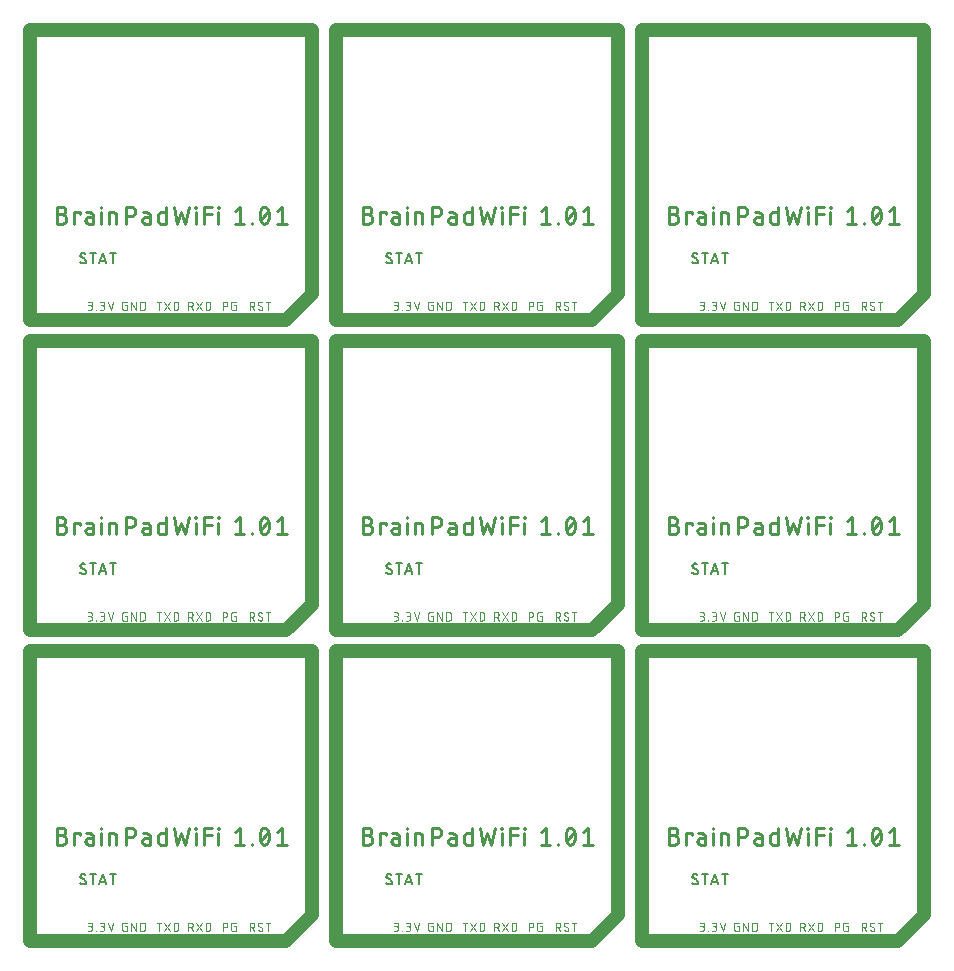
<source format=gbr>
G04 EAGLE Gerber X2 export*
%TF.Part,Single*%
%TF.FileFunction,Legend,Top,1*%
%TF.FilePolarity,Positive*%
%TF.GenerationSoftware,Autodesk,EAGLE,8.7.1*%
%TF.CreationDate,2018-09-06T09:55:23Z*%
G75*
%MOMM*%
%FSLAX34Y34*%
%LPD*%
%AMOC8*
5,1,8,0,0,1.08239X$1,22.5*%
G01*
%ADD10C,0.254000*%
%ADD11C,0.101600*%
%ADD12C,0.127000*%
%ADD13C,1.219200*%


D10*
X33020Y99342D02*
X36971Y99342D01*
X37095Y99340D01*
X37219Y99334D01*
X37343Y99324D01*
X37466Y99311D01*
X37589Y99293D01*
X37711Y99272D01*
X37833Y99247D01*
X37954Y99218D01*
X38073Y99185D01*
X38192Y99149D01*
X38309Y99108D01*
X38425Y99065D01*
X38540Y99017D01*
X38653Y98966D01*
X38765Y98911D01*
X38874Y98853D01*
X38982Y98792D01*
X39088Y98727D01*
X39192Y98659D01*
X39293Y98587D01*
X39393Y98513D01*
X39489Y98435D01*
X39584Y98355D01*
X39676Y98271D01*
X39765Y98185D01*
X39851Y98096D01*
X39935Y98004D01*
X40015Y97909D01*
X40093Y97813D01*
X40167Y97713D01*
X40239Y97612D01*
X40307Y97508D01*
X40372Y97402D01*
X40433Y97294D01*
X40491Y97185D01*
X40546Y97073D01*
X40597Y96960D01*
X40645Y96845D01*
X40688Y96729D01*
X40729Y96612D01*
X40765Y96493D01*
X40798Y96374D01*
X40827Y96253D01*
X40852Y96131D01*
X40873Y96009D01*
X40891Y95886D01*
X40904Y95763D01*
X40914Y95639D01*
X40920Y95515D01*
X40922Y95391D01*
X40920Y95267D01*
X40914Y95143D01*
X40904Y95019D01*
X40891Y94896D01*
X40873Y94773D01*
X40852Y94651D01*
X40827Y94529D01*
X40798Y94408D01*
X40765Y94289D01*
X40729Y94170D01*
X40688Y94053D01*
X40645Y93937D01*
X40597Y93822D01*
X40546Y93709D01*
X40491Y93597D01*
X40433Y93488D01*
X40372Y93380D01*
X40307Y93274D01*
X40239Y93170D01*
X40167Y93069D01*
X40093Y92969D01*
X40015Y92873D01*
X39935Y92778D01*
X39851Y92686D01*
X39765Y92597D01*
X39676Y92511D01*
X39584Y92427D01*
X39489Y92347D01*
X39393Y92269D01*
X39293Y92195D01*
X39192Y92123D01*
X39088Y92055D01*
X38982Y91990D01*
X38874Y91929D01*
X38765Y91871D01*
X38653Y91816D01*
X38540Y91765D01*
X38425Y91717D01*
X38309Y91674D01*
X38192Y91633D01*
X38073Y91597D01*
X37954Y91564D01*
X37833Y91535D01*
X37711Y91510D01*
X37589Y91489D01*
X37466Y91471D01*
X37343Y91458D01*
X37219Y91448D01*
X37095Y91442D01*
X36971Y91440D01*
X33020Y91440D01*
X33020Y105664D01*
X36971Y105664D01*
X37083Y105662D01*
X37194Y105656D01*
X37305Y105646D01*
X37416Y105633D01*
X37526Y105615D01*
X37635Y105593D01*
X37744Y105568D01*
X37852Y105539D01*
X37958Y105506D01*
X38064Y105469D01*
X38168Y105429D01*
X38270Y105385D01*
X38371Y105337D01*
X38470Y105286D01*
X38568Y105231D01*
X38663Y105173D01*
X38756Y105112D01*
X38847Y105047D01*
X38936Y104979D01*
X39022Y104908D01*
X39105Y104835D01*
X39186Y104758D01*
X39265Y104678D01*
X39340Y104596D01*
X39412Y104511D01*
X39482Y104424D01*
X39548Y104334D01*
X39611Y104242D01*
X39671Y104147D01*
X39727Y104051D01*
X39780Y103953D01*
X39829Y103853D01*
X39875Y103751D01*
X39917Y103648D01*
X39956Y103543D01*
X39991Y103437D01*
X40022Y103330D01*
X40049Y103222D01*
X40073Y103113D01*
X40092Y103003D01*
X40108Y102893D01*
X40120Y102782D01*
X40128Y102670D01*
X40132Y102559D01*
X40132Y102447D01*
X40128Y102336D01*
X40120Y102224D01*
X40108Y102113D01*
X40092Y102003D01*
X40073Y101893D01*
X40049Y101784D01*
X40022Y101676D01*
X39991Y101569D01*
X39956Y101463D01*
X39917Y101358D01*
X39875Y101255D01*
X39829Y101153D01*
X39780Y101053D01*
X39727Y100955D01*
X39671Y100859D01*
X39611Y100764D01*
X39548Y100672D01*
X39482Y100582D01*
X39412Y100495D01*
X39340Y100410D01*
X39265Y100328D01*
X39186Y100248D01*
X39105Y100171D01*
X39022Y100098D01*
X38936Y100027D01*
X38847Y99959D01*
X38756Y99894D01*
X38663Y99833D01*
X38568Y99775D01*
X38470Y99720D01*
X38371Y99669D01*
X38270Y99621D01*
X38168Y99577D01*
X38064Y99537D01*
X37958Y99500D01*
X37852Y99467D01*
X37744Y99438D01*
X37635Y99413D01*
X37526Y99391D01*
X37416Y99373D01*
X37305Y99360D01*
X37194Y99350D01*
X37083Y99344D01*
X36971Y99342D01*
X47502Y100923D02*
X47502Y91440D01*
X47502Y100923D02*
X52244Y100923D01*
X52244Y99342D01*
X59952Y96972D02*
X63508Y96972D01*
X59952Y96972D02*
X59849Y96970D01*
X59745Y96964D01*
X59642Y96955D01*
X59540Y96941D01*
X59438Y96924D01*
X59337Y96903D01*
X59236Y96878D01*
X59137Y96849D01*
X59038Y96817D01*
X58941Y96781D01*
X58846Y96741D01*
X58752Y96698D01*
X58660Y96651D01*
X58569Y96601D01*
X58480Y96548D01*
X58394Y96491D01*
X58309Y96432D01*
X58227Y96369D01*
X58148Y96303D01*
X58071Y96234D01*
X57996Y96162D01*
X57924Y96087D01*
X57855Y96010D01*
X57789Y95931D01*
X57726Y95849D01*
X57667Y95764D01*
X57610Y95678D01*
X57557Y95589D01*
X57507Y95498D01*
X57460Y95406D01*
X57417Y95312D01*
X57377Y95217D01*
X57341Y95120D01*
X57309Y95021D01*
X57280Y94922D01*
X57255Y94821D01*
X57234Y94720D01*
X57217Y94618D01*
X57203Y94516D01*
X57194Y94413D01*
X57188Y94309D01*
X57186Y94206D01*
X57188Y94103D01*
X57194Y93999D01*
X57203Y93896D01*
X57217Y93794D01*
X57234Y93692D01*
X57255Y93591D01*
X57280Y93490D01*
X57309Y93391D01*
X57341Y93292D01*
X57377Y93195D01*
X57417Y93100D01*
X57460Y93006D01*
X57507Y92914D01*
X57557Y92823D01*
X57610Y92734D01*
X57667Y92648D01*
X57726Y92563D01*
X57789Y92481D01*
X57855Y92402D01*
X57924Y92325D01*
X57996Y92250D01*
X58071Y92178D01*
X58148Y92109D01*
X58227Y92043D01*
X58309Y91980D01*
X58394Y91921D01*
X58480Y91864D01*
X58569Y91811D01*
X58660Y91761D01*
X58752Y91714D01*
X58846Y91671D01*
X58941Y91631D01*
X59038Y91595D01*
X59137Y91563D01*
X59236Y91534D01*
X59337Y91509D01*
X59438Y91488D01*
X59540Y91471D01*
X59642Y91457D01*
X59745Y91448D01*
X59849Y91442D01*
X59952Y91440D01*
X63508Y91440D01*
X63508Y98552D01*
X63509Y98552D02*
X63507Y98647D01*
X63501Y98743D01*
X63492Y98838D01*
X63478Y98932D01*
X63461Y99026D01*
X63440Y99119D01*
X63415Y99212D01*
X63387Y99303D01*
X63355Y99393D01*
X63319Y99481D01*
X63280Y99568D01*
X63237Y99654D01*
X63191Y99738D01*
X63142Y99819D01*
X63089Y99899D01*
X63033Y99976D01*
X62975Y100052D01*
X62913Y100124D01*
X62848Y100194D01*
X62780Y100262D01*
X62710Y100327D01*
X62638Y100389D01*
X62562Y100447D01*
X62485Y100503D01*
X62405Y100556D01*
X62324Y100605D01*
X62240Y100651D01*
X62154Y100694D01*
X62067Y100733D01*
X61979Y100769D01*
X61889Y100801D01*
X61798Y100829D01*
X61705Y100854D01*
X61612Y100875D01*
X61518Y100892D01*
X61424Y100906D01*
X61329Y100915D01*
X61233Y100921D01*
X61138Y100923D01*
X57977Y100923D01*
X70363Y100923D02*
X70363Y91440D01*
X69968Y104874D02*
X69968Y105664D01*
X70758Y105664D01*
X70758Y104874D01*
X69968Y104874D01*
X77113Y100923D02*
X77113Y91440D01*
X77113Y100923D02*
X81064Y100923D01*
X81159Y100921D01*
X81255Y100915D01*
X81350Y100906D01*
X81444Y100892D01*
X81538Y100875D01*
X81631Y100854D01*
X81724Y100829D01*
X81815Y100801D01*
X81905Y100769D01*
X81993Y100733D01*
X82080Y100694D01*
X82166Y100651D01*
X82250Y100605D01*
X82331Y100556D01*
X82411Y100503D01*
X82488Y100447D01*
X82564Y100389D01*
X82636Y100327D01*
X82706Y100262D01*
X82774Y100194D01*
X82839Y100124D01*
X82901Y100052D01*
X82959Y99976D01*
X83015Y99899D01*
X83068Y99819D01*
X83117Y99738D01*
X83163Y99654D01*
X83206Y99568D01*
X83245Y99481D01*
X83281Y99393D01*
X83313Y99303D01*
X83341Y99212D01*
X83366Y99119D01*
X83387Y99026D01*
X83404Y98932D01*
X83418Y98838D01*
X83427Y98743D01*
X83433Y98647D01*
X83435Y98552D01*
X83435Y91440D01*
X91492Y91440D02*
X91492Y105664D01*
X95443Y105664D01*
X95567Y105662D01*
X95691Y105656D01*
X95815Y105646D01*
X95938Y105633D01*
X96061Y105615D01*
X96183Y105594D01*
X96305Y105569D01*
X96426Y105540D01*
X96545Y105507D01*
X96664Y105471D01*
X96781Y105430D01*
X96897Y105387D01*
X97012Y105339D01*
X97125Y105288D01*
X97237Y105233D01*
X97346Y105175D01*
X97454Y105114D01*
X97560Y105049D01*
X97664Y104981D01*
X97765Y104909D01*
X97865Y104835D01*
X97961Y104757D01*
X98056Y104677D01*
X98148Y104593D01*
X98237Y104507D01*
X98323Y104418D01*
X98407Y104326D01*
X98487Y104231D01*
X98565Y104135D01*
X98639Y104035D01*
X98711Y103934D01*
X98779Y103830D01*
X98844Y103724D01*
X98905Y103616D01*
X98963Y103507D01*
X99018Y103395D01*
X99069Y103282D01*
X99117Y103167D01*
X99160Y103051D01*
X99201Y102934D01*
X99237Y102815D01*
X99270Y102696D01*
X99299Y102575D01*
X99324Y102453D01*
X99345Y102331D01*
X99363Y102208D01*
X99376Y102085D01*
X99386Y101961D01*
X99392Y101837D01*
X99394Y101713D01*
X99392Y101589D01*
X99386Y101465D01*
X99376Y101341D01*
X99363Y101218D01*
X99345Y101095D01*
X99324Y100973D01*
X99299Y100851D01*
X99270Y100730D01*
X99237Y100611D01*
X99201Y100492D01*
X99160Y100375D01*
X99117Y100259D01*
X99069Y100144D01*
X99018Y100031D01*
X98963Y99919D01*
X98905Y99810D01*
X98844Y99702D01*
X98779Y99596D01*
X98711Y99492D01*
X98639Y99391D01*
X98565Y99291D01*
X98487Y99195D01*
X98407Y99100D01*
X98323Y99008D01*
X98237Y98919D01*
X98148Y98833D01*
X98056Y98749D01*
X97961Y98669D01*
X97865Y98591D01*
X97765Y98517D01*
X97664Y98445D01*
X97560Y98377D01*
X97454Y98312D01*
X97346Y98251D01*
X97237Y98193D01*
X97125Y98138D01*
X97012Y98087D01*
X96897Y98039D01*
X96781Y97996D01*
X96664Y97955D01*
X96545Y97919D01*
X96426Y97886D01*
X96305Y97857D01*
X96183Y97832D01*
X96061Y97811D01*
X95938Y97793D01*
X95815Y97780D01*
X95691Y97770D01*
X95567Y97764D01*
X95443Y97762D01*
X91492Y97762D01*
X108018Y96972D02*
X111574Y96972D01*
X108018Y96972D02*
X107915Y96970D01*
X107811Y96964D01*
X107708Y96955D01*
X107606Y96941D01*
X107504Y96924D01*
X107403Y96903D01*
X107302Y96878D01*
X107203Y96849D01*
X107104Y96817D01*
X107007Y96781D01*
X106912Y96741D01*
X106818Y96698D01*
X106726Y96651D01*
X106635Y96601D01*
X106546Y96548D01*
X106460Y96491D01*
X106375Y96432D01*
X106293Y96369D01*
X106214Y96303D01*
X106137Y96234D01*
X106062Y96162D01*
X105990Y96087D01*
X105921Y96010D01*
X105855Y95931D01*
X105792Y95849D01*
X105733Y95764D01*
X105676Y95678D01*
X105623Y95589D01*
X105573Y95498D01*
X105526Y95406D01*
X105483Y95312D01*
X105443Y95217D01*
X105407Y95120D01*
X105375Y95021D01*
X105346Y94922D01*
X105321Y94821D01*
X105300Y94720D01*
X105283Y94618D01*
X105269Y94516D01*
X105260Y94413D01*
X105254Y94309D01*
X105252Y94206D01*
X105254Y94103D01*
X105260Y93999D01*
X105269Y93896D01*
X105283Y93794D01*
X105300Y93692D01*
X105321Y93591D01*
X105346Y93490D01*
X105375Y93391D01*
X105407Y93292D01*
X105443Y93195D01*
X105483Y93100D01*
X105526Y93006D01*
X105573Y92914D01*
X105623Y92823D01*
X105676Y92734D01*
X105733Y92648D01*
X105792Y92563D01*
X105855Y92481D01*
X105921Y92402D01*
X105990Y92325D01*
X106062Y92250D01*
X106137Y92178D01*
X106214Y92109D01*
X106293Y92043D01*
X106375Y91980D01*
X106460Y91921D01*
X106546Y91864D01*
X106635Y91811D01*
X106726Y91761D01*
X106818Y91714D01*
X106912Y91671D01*
X107007Y91631D01*
X107104Y91595D01*
X107203Y91563D01*
X107302Y91534D01*
X107403Y91509D01*
X107504Y91488D01*
X107606Y91471D01*
X107708Y91457D01*
X107811Y91448D01*
X107915Y91442D01*
X108018Y91440D01*
X111574Y91440D01*
X111574Y98552D01*
X111575Y98552D02*
X111573Y98647D01*
X111567Y98743D01*
X111558Y98838D01*
X111544Y98932D01*
X111527Y99026D01*
X111506Y99119D01*
X111481Y99212D01*
X111453Y99303D01*
X111421Y99393D01*
X111385Y99481D01*
X111346Y99568D01*
X111303Y99654D01*
X111257Y99738D01*
X111208Y99819D01*
X111155Y99899D01*
X111099Y99976D01*
X111041Y100052D01*
X110979Y100124D01*
X110914Y100194D01*
X110846Y100262D01*
X110776Y100327D01*
X110704Y100389D01*
X110628Y100447D01*
X110551Y100503D01*
X110471Y100556D01*
X110390Y100605D01*
X110306Y100651D01*
X110220Y100694D01*
X110133Y100733D01*
X110045Y100769D01*
X109955Y100801D01*
X109864Y100829D01*
X109771Y100854D01*
X109678Y100875D01*
X109584Y100892D01*
X109490Y100906D01*
X109395Y100915D01*
X109299Y100921D01*
X109204Y100923D01*
X106043Y100923D01*
X124954Y105664D02*
X124954Y91440D01*
X121002Y91440D01*
X120907Y91442D01*
X120811Y91448D01*
X120716Y91457D01*
X120622Y91471D01*
X120528Y91488D01*
X120435Y91509D01*
X120342Y91534D01*
X120251Y91562D01*
X120161Y91594D01*
X120073Y91630D01*
X119986Y91669D01*
X119900Y91712D01*
X119816Y91758D01*
X119735Y91807D01*
X119655Y91860D01*
X119578Y91916D01*
X119502Y91974D01*
X119430Y92036D01*
X119360Y92101D01*
X119292Y92169D01*
X119227Y92239D01*
X119165Y92311D01*
X119107Y92387D01*
X119051Y92464D01*
X118998Y92544D01*
X118949Y92626D01*
X118903Y92709D01*
X118860Y92795D01*
X118821Y92882D01*
X118785Y92970D01*
X118753Y93060D01*
X118725Y93151D01*
X118700Y93244D01*
X118679Y93337D01*
X118662Y93431D01*
X118648Y93525D01*
X118639Y93620D01*
X118633Y93716D01*
X118631Y93811D01*
X118632Y93811D02*
X118632Y98552D01*
X118631Y98552D02*
X118633Y98647D01*
X118639Y98743D01*
X118648Y98838D01*
X118662Y98932D01*
X118679Y99026D01*
X118700Y99119D01*
X118725Y99212D01*
X118753Y99303D01*
X118785Y99393D01*
X118821Y99481D01*
X118860Y99568D01*
X118903Y99654D01*
X118949Y99738D01*
X118998Y99819D01*
X119051Y99899D01*
X119107Y99976D01*
X119165Y100052D01*
X119227Y100124D01*
X119292Y100194D01*
X119360Y100262D01*
X119430Y100327D01*
X119502Y100389D01*
X119578Y100447D01*
X119655Y100503D01*
X119735Y100556D01*
X119817Y100605D01*
X119900Y100651D01*
X119986Y100694D01*
X120073Y100733D01*
X120161Y100769D01*
X120251Y100801D01*
X120342Y100829D01*
X120435Y100854D01*
X120528Y100875D01*
X120622Y100892D01*
X120716Y100906D01*
X120811Y100915D01*
X120907Y100921D01*
X121002Y100923D01*
X124954Y100923D01*
X131929Y105664D02*
X135090Y91440D01*
X138250Y100923D01*
X141411Y91440D01*
X144572Y105664D01*
X150639Y100923D02*
X150639Y91440D01*
X150244Y104874D02*
X150244Y105664D01*
X151034Y105664D01*
X151034Y104874D01*
X150244Y104874D01*
X157631Y105664D02*
X157631Y91440D01*
X157631Y105664D02*
X163953Y105664D01*
X163953Y99342D02*
X157631Y99342D01*
X169469Y100923D02*
X169469Y91440D01*
X169074Y104874D02*
X169074Y105664D01*
X169864Y105664D01*
X169864Y104874D01*
X169074Y104874D01*
X183852Y102503D02*
X187803Y105664D01*
X187803Y91440D01*
X183852Y91440D02*
X191754Y91440D01*
X197814Y91440D02*
X197814Y92230D01*
X198604Y92230D01*
X198604Y91440D01*
X197814Y91440D01*
X204664Y98552D02*
X204667Y98832D01*
X204677Y99111D01*
X204694Y99391D01*
X204717Y99670D01*
X204747Y99948D01*
X204784Y100225D01*
X204827Y100502D01*
X204877Y100777D01*
X204934Y101051D01*
X204996Y101324D01*
X205066Y101595D01*
X205142Y101864D01*
X205224Y102132D01*
X205313Y102397D01*
X205408Y102660D01*
X205509Y102921D01*
X205616Y103180D01*
X205730Y103436D01*
X205849Y103689D01*
X205849Y103688D02*
X205885Y103789D01*
X205926Y103887D01*
X205969Y103985D01*
X206016Y104080D01*
X206067Y104174D01*
X206121Y104266D01*
X206178Y104356D01*
X206239Y104444D01*
X206303Y104530D01*
X206369Y104613D01*
X206439Y104693D01*
X206512Y104772D01*
X206588Y104847D01*
X206666Y104919D01*
X206747Y104989D01*
X206830Y105056D01*
X206915Y105119D01*
X207003Y105180D01*
X207093Y105237D01*
X207186Y105291D01*
X207280Y105341D01*
X207375Y105388D01*
X207473Y105432D01*
X207572Y105472D01*
X207672Y105508D01*
X207774Y105540D01*
X207876Y105569D01*
X207980Y105594D01*
X208085Y105615D01*
X208190Y105633D01*
X208296Y105647D01*
X208402Y105656D01*
X208508Y105662D01*
X208615Y105664D01*
X208722Y105662D01*
X208828Y105656D01*
X208934Y105647D01*
X209040Y105633D01*
X209145Y105615D01*
X209250Y105594D01*
X209354Y105569D01*
X209456Y105540D01*
X209558Y105508D01*
X209658Y105472D01*
X209757Y105432D01*
X209855Y105388D01*
X209950Y105341D01*
X210044Y105291D01*
X210137Y105237D01*
X210227Y105180D01*
X210315Y105119D01*
X210400Y105056D01*
X210483Y104989D01*
X210564Y104919D01*
X210642Y104847D01*
X210718Y104772D01*
X210791Y104693D01*
X210861Y104613D01*
X210927Y104530D01*
X210991Y104444D01*
X211052Y104356D01*
X211109Y104266D01*
X211163Y104174D01*
X211214Y104080D01*
X211261Y103985D01*
X211304Y103887D01*
X211345Y103789D01*
X211381Y103688D01*
X211382Y103689D02*
X211501Y103436D01*
X211615Y103180D01*
X211722Y102921D01*
X211823Y102661D01*
X211918Y102397D01*
X212007Y102132D01*
X212089Y101864D01*
X212165Y101595D01*
X212235Y101324D01*
X212297Y101051D01*
X212354Y100777D01*
X212404Y100502D01*
X212447Y100225D01*
X212484Y99948D01*
X212514Y99670D01*
X212537Y99391D01*
X212554Y99111D01*
X212564Y98832D01*
X212567Y98552D01*
X204664Y98552D02*
X204667Y98272D01*
X204677Y97993D01*
X204694Y97713D01*
X204717Y97434D01*
X204747Y97156D01*
X204784Y96879D01*
X204827Y96602D01*
X204877Y96327D01*
X204934Y96053D01*
X204996Y95780D01*
X205066Y95509D01*
X205142Y95240D01*
X205224Y94972D01*
X205313Y94707D01*
X205408Y94444D01*
X205509Y94183D01*
X205616Y93924D01*
X205730Y93669D01*
X205849Y93416D01*
X205886Y93315D01*
X205926Y93217D01*
X205969Y93119D01*
X206016Y93023D01*
X206067Y92930D01*
X206121Y92838D01*
X206178Y92748D01*
X206239Y92660D01*
X206303Y92574D01*
X206370Y92491D01*
X206439Y92410D01*
X206512Y92332D01*
X206588Y92257D01*
X206666Y92185D01*
X206747Y92115D01*
X206830Y92048D01*
X206915Y91985D01*
X207003Y91924D01*
X207093Y91867D01*
X207186Y91813D01*
X207280Y91763D01*
X207375Y91716D01*
X207473Y91672D01*
X207572Y91632D01*
X207672Y91596D01*
X207774Y91564D01*
X207876Y91535D01*
X207980Y91510D01*
X208085Y91489D01*
X208190Y91471D01*
X208296Y91457D01*
X208402Y91448D01*
X208508Y91442D01*
X208615Y91440D01*
X211382Y93415D02*
X211501Y93668D01*
X211615Y93924D01*
X211722Y94183D01*
X211823Y94443D01*
X211918Y94707D01*
X212007Y94972D01*
X212089Y95240D01*
X212165Y95509D01*
X212235Y95780D01*
X212297Y96053D01*
X212354Y96327D01*
X212404Y96602D01*
X212447Y96879D01*
X212484Y97156D01*
X212514Y97434D01*
X212537Y97713D01*
X212554Y97993D01*
X212564Y98272D01*
X212567Y98552D01*
X211381Y93416D02*
X211345Y93315D01*
X211304Y93217D01*
X211261Y93119D01*
X211214Y93024D01*
X211163Y92930D01*
X211109Y92838D01*
X211052Y92748D01*
X210991Y92660D01*
X210927Y92574D01*
X210861Y92491D01*
X210791Y92411D01*
X210718Y92332D01*
X210642Y92257D01*
X210564Y92185D01*
X210483Y92115D01*
X210400Y92048D01*
X210315Y91985D01*
X210227Y91924D01*
X210137Y91867D01*
X210044Y91813D01*
X209950Y91763D01*
X209855Y91716D01*
X209757Y91672D01*
X209658Y91632D01*
X209558Y91596D01*
X209456Y91564D01*
X209354Y91535D01*
X209250Y91510D01*
X209145Y91489D01*
X209040Y91471D01*
X208934Y91457D01*
X208828Y91448D01*
X208722Y91442D01*
X208615Y91440D01*
X205454Y94601D02*
X211776Y102503D01*
X219530Y102503D02*
X223481Y105664D01*
X223481Y91440D01*
X219530Y91440D02*
X227432Y91440D01*
D11*
X60904Y18288D02*
X58928Y18288D01*
X60904Y18288D02*
X60991Y18290D01*
X61079Y18296D01*
X61166Y18305D01*
X61252Y18319D01*
X61338Y18336D01*
X61422Y18357D01*
X61506Y18382D01*
X61589Y18411D01*
X61670Y18443D01*
X61750Y18478D01*
X61828Y18517D01*
X61905Y18560D01*
X61979Y18606D01*
X62051Y18655D01*
X62121Y18707D01*
X62189Y18763D01*
X62254Y18821D01*
X62317Y18882D01*
X62376Y18946D01*
X62433Y19013D01*
X62487Y19081D01*
X62538Y19153D01*
X62585Y19226D01*
X62630Y19301D01*
X62671Y19379D01*
X62708Y19458D01*
X62742Y19538D01*
X62772Y19620D01*
X62799Y19703D01*
X62822Y19788D01*
X62841Y19873D01*
X62856Y19959D01*
X62868Y20046D01*
X62876Y20133D01*
X62880Y20220D01*
X62880Y20308D01*
X62876Y20395D01*
X62868Y20482D01*
X62856Y20569D01*
X62841Y20655D01*
X62822Y20740D01*
X62799Y20825D01*
X62772Y20908D01*
X62742Y20990D01*
X62708Y21070D01*
X62671Y21149D01*
X62630Y21227D01*
X62585Y21302D01*
X62538Y21375D01*
X62487Y21447D01*
X62433Y21515D01*
X62376Y21582D01*
X62317Y21646D01*
X62254Y21707D01*
X62189Y21765D01*
X62121Y21821D01*
X62051Y21873D01*
X61979Y21922D01*
X61905Y21968D01*
X61828Y22011D01*
X61750Y22050D01*
X61670Y22085D01*
X61589Y22117D01*
X61506Y22146D01*
X61422Y22171D01*
X61338Y22192D01*
X61252Y22209D01*
X61166Y22223D01*
X61079Y22232D01*
X60991Y22238D01*
X60904Y22240D01*
X61299Y25400D02*
X58928Y25400D01*
X61299Y25400D02*
X61378Y25398D01*
X61456Y25392D01*
X61534Y25382D01*
X61612Y25369D01*
X61689Y25351D01*
X61765Y25330D01*
X61839Y25305D01*
X61913Y25276D01*
X61985Y25244D01*
X62055Y25208D01*
X62123Y25168D01*
X62189Y25125D01*
X62253Y25079D01*
X62315Y25030D01*
X62374Y24978D01*
X62430Y24923D01*
X62484Y24865D01*
X62534Y24805D01*
X62582Y24742D01*
X62626Y24677D01*
X62667Y24610D01*
X62705Y24541D01*
X62739Y24470D01*
X62770Y24397D01*
X62797Y24323D01*
X62820Y24248D01*
X62839Y24172D01*
X62855Y24094D01*
X62867Y24016D01*
X62875Y23938D01*
X62879Y23859D01*
X62879Y23781D01*
X62875Y23702D01*
X62867Y23624D01*
X62855Y23546D01*
X62839Y23468D01*
X62820Y23392D01*
X62797Y23317D01*
X62770Y23243D01*
X62739Y23170D01*
X62705Y23099D01*
X62667Y23030D01*
X62626Y22963D01*
X62582Y22898D01*
X62534Y22835D01*
X62484Y22775D01*
X62430Y22717D01*
X62374Y22662D01*
X62315Y22610D01*
X62253Y22561D01*
X62189Y22515D01*
X62123Y22472D01*
X62055Y22432D01*
X61985Y22396D01*
X61913Y22364D01*
X61839Y22335D01*
X61765Y22310D01*
X61689Y22289D01*
X61612Y22271D01*
X61534Y22258D01*
X61456Y22248D01*
X61378Y22242D01*
X61299Y22240D01*
X61299Y22239D02*
X59718Y22239D01*
X65827Y18683D02*
X65827Y18288D01*
X65827Y18683D02*
X66222Y18683D01*
X66222Y18288D01*
X65827Y18288D01*
X69169Y18288D02*
X71145Y18288D01*
X71232Y18290D01*
X71320Y18296D01*
X71407Y18305D01*
X71493Y18319D01*
X71579Y18336D01*
X71663Y18357D01*
X71747Y18382D01*
X71830Y18411D01*
X71911Y18443D01*
X71991Y18478D01*
X72069Y18517D01*
X72146Y18560D01*
X72220Y18606D01*
X72292Y18655D01*
X72362Y18707D01*
X72430Y18763D01*
X72495Y18821D01*
X72558Y18882D01*
X72617Y18946D01*
X72674Y19013D01*
X72728Y19081D01*
X72779Y19153D01*
X72826Y19226D01*
X72871Y19301D01*
X72912Y19379D01*
X72949Y19458D01*
X72983Y19538D01*
X73013Y19620D01*
X73040Y19703D01*
X73063Y19788D01*
X73082Y19873D01*
X73097Y19959D01*
X73109Y20046D01*
X73117Y20133D01*
X73121Y20220D01*
X73121Y20308D01*
X73117Y20395D01*
X73109Y20482D01*
X73097Y20569D01*
X73082Y20655D01*
X73063Y20740D01*
X73040Y20825D01*
X73013Y20908D01*
X72983Y20990D01*
X72949Y21070D01*
X72912Y21149D01*
X72871Y21227D01*
X72826Y21302D01*
X72779Y21375D01*
X72728Y21447D01*
X72674Y21515D01*
X72617Y21582D01*
X72558Y21646D01*
X72495Y21707D01*
X72430Y21765D01*
X72362Y21821D01*
X72292Y21873D01*
X72220Y21922D01*
X72146Y21968D01*
X72069Y22011D01*
X71991Y22050D01*
X71911Y22085D01*
X71830Y22117D01*
X71747Y22146D01*
X71663Y22171D01*
X71579Y22192D01*
X71493Y22209D01*
X71407Y22223D01*
X71320Y22232D01*
X71232Y22238D01*
X71145Y22240D01*
X71540Y25400D02*
X69169Y25400D01*
X71540Y25400D02*
X71619Y25398D01*
X71697Y25392D01*
X71775Y25382D01*
X71853Y25369D01*
X71930Y25351D01*
X72006Y25330D01*
X72080Y25305D01*
X72154Y25276D01*
X72226Y25244D01*
X72296Y25208D01*
X72364Y25168D01*
X72430Y25125D01*
X72494Y25079D01*
X72556Y25030D01*
X72615Y24978D01*
X72671Y24923D01*
X72725Y24865D01*
X72775Y24805D01*
X72823Y24742D01*
X72867Y24677D01*
X72908Y24610D01*
X72946Y24541D01*
X72980Y24470D01*
X73011Y24397D01*
X73038Y24323D01*
X73061Y24248D01*
X73080Y24172D01*
X73096Y24094D01*
X73108Y24016D01*
X73116Y23938D01*
X73120Y23859D01*
X73120Y23781D01*
X73116Y23702D01*
X73108Y23624D01*
X73096Y23546D01*
X73080Y23468D01*
X73061Y23392D01*
X73038Y23317D01*
X73011Y23243D01*
X72980Y23170D01*
X72946Y23099D01*
X72908Y23030D01*
X72867Y22963D01*
X72823Y22898D01*
X72775Y22835D01*
X72725Y22775D01*
X72671Y22717D01*
X72615Y22662D01*
X72556Y22610D01*
X72494Y22561D01*
X72430Y22515D01*
X72364Y22472D01*
X72296Y22432D01*
X72226Y22396D01*
X72154Y22364D01*
X72080Y22335D01*
X72006Y22310D01*
X71930Y22289D01*
X71853Y22271D01*
X71775Y22258D01*
X71697Y22248D01*
X71619Y22242D01*
X71540Y22240D01*
X71540Y22239D02*
X69959Y22239D01*
X76089Y25400D02*
X78460Y18288D01*
X80831Y25400D01*
X90904Y22239D02*
X92089Y22239D01*
X92089Y18288D01*
X89718Y18288D01*
X89640Y18290D01*
X89563Y18296D01*
X89486Y18305D01*
X89410Y18318D01*
X89334Y18335D01*
X89259Y18356D01*
X89186Y18380D01*
X89113Y18408D01*
X89042Y18440D01*
X88973Y18475D01*
X88906Y18513D01*
X88840Y18554D01*
X88777Y18599D01*
X88716Y18647D01*
X88657Y18697D01*
X88601Y18751D01*
X88547Y18807D01*
X88497Y18866D01*
X88449Y18927D01*
X88404Y18990D01*
X88363Y19056D01*
X88325Y19123D01*
X88290Y19192D01*
X88258Y19263D01*
X88230Y19336D01*
X88206Y19409D01*
X88185Y19484D01*
X88168Y19560D01*
X88155Y19636D01*
X88146Y19713D01*
X88140Y19790D01*
X88138Y19868D01*
X88138Y23820D01*
X88140Y23898D01*
X88146Y23975D01*
X88155Y24052D01*
X88168Y24128D01*
X88185Y24204D01*
X88206Y24279D01*
X88230Y24352D01*
X88258Y24425D01*
X88290Y24496D01*
X88325Y24565D01*
X88363Y24632D01*
X88404Y24698D01*
X88449Y24761D01*
X88497Y24822D01*
X88547Y24881D01*
X88601Y24937D01*
X88657Y24991D01*
X88716Y25041D01*
X88777Y25089D01*
X88840Y25134D01*
X88906Y25175D01*
X88973Y25213D01*
X89042Y25248D01*
X89113Y25280D01*
X89186Y25308D01*
X89259Y25332D01*
X89334Y25353D01*
X89410Y25370D01*
X89486Y25383D01*
X89563Y25392D01*
X89640Y25398D01*
X89718Y25400D01*
X92089Y25400D01*
X95941Y25400D02*
X95941Y18288D01*
X99892Y18288D02*
X95941Y25400D01*
X99892Y25400D02*
X99892Y18288D01*
X103744Y18288D02*
X103744Y25400D01*
X105719Y25400D01*
X105805Y25398D01*
X105891Y25392D01*
X105977Y25383D01*
X106062Y25370D01*
X106147Y25353D01*
X106230Y25333D01*
X106313Y25309D01*
X106395Y25281D01*
X106475Y25250D01*
X106554Y25215D01*
X106631Y25177D01*
X106707Y25135D01*
X106781Y25091D01*
X106852Y25043D01*
X106922Y24992D01*
X106989Y24938D01*
X107054Y24881D01*
X107116Y24821D01*
X107176Y24759D01*
X107233Y24694D01*
X107287Y24627D01*
X107338Y24557D01*
X107386Y24486D01*
X107430Y24412D01*
X107472Y24336D01*
X107510Y24259D01*
X107545Y24180D01*
X107576Y24100D01*
X107604Y24018D01*
X107628Y23935D01*
X107648Y23852D01*
X107665Y23767D01*
X107678Y23682D01*
X107687Y23596D01*
X107693Y23510D01*
X107695Y23424D01*
X107695Y20264D01*
X107693Y20178D01*
X107687Y20092D01*
X107678Y20006D01*
X107665Y19921D01*
X107648Y19836D01*
X107628Y19753D01*
X107604Y19670D01*
X107576Y19588D01*
X107545Y19508D01*
X107510Y19429D01*
X107472Y19352D01*
X107430Y19276D01*
X107386Y19202D01*
X107338Y19131D01*
X107287Y19061D01*
X107233Y18994D01*
X107176Y18929D01*
X107116Y18867D01*
X107054Y18807D01*
X106989Y18750D01*
X106922Y18696D01*
X106852Y18645D01*
X106781Y18597D01*
X106707Y18553D01*
X106631Y18511D01*
X106554Y18473D01*
X106475Y18438D01*
X106395Y18407D01*
X106313Y18379D01*
X106230Y18355D01*
X106147Y18335D01*
X106062Y18318D01*
X105977Y18305D01*
X105891Y18296D01*
X105805Y18290D01*
X105719Y18288D01*
X103744Y18288D01*
X119324Y18288D02*
X119324Y25400D01*
X121299Y25400D02*
X117348Y25400D01*
X123780Y18288D02*
X128522Y25400D01*
X123780Y25400D02*
X128522Y18288D01*
X131735Y18288D02*
X131735Y25400D01*
X133710Y25400D01*
X133796Y25398D01*
X133882Y25392D01*
X133968Y25383D01*
X134053Y25370D01*
X134138Y25353D01*
X134221Y25333D01*
X134304Y25309D01*
X134386Y25281D01*
X134466Y25250D01*
X134545Y25215D01*
X134622Y25177D01*
X134698Y25135D01*
X134772Y25091D01*
X134843Y25043D01*
X134913Y24992D01*
X134980Y24938D01*
X135045Y24881D01*
X135107Y24821D01*
X135167Y24759D01*
X135224Y24694D01*
X135278Y24627D01*
X135329Y24557D01*
X135377Y24486D01*
X135421Y24412D01*
X135463Y24336D01*
X135501Y24259D01*
X135536Y24180D01*
X135567Y24100D01*
X135595Y24018D01*
X135619Y23935D01*
X135639Y23852D01*
X135656Y23767D01*
X135669Y23682D01*
X135678Y23596D01*
X135684Y23510D01*
X135686Y23424D01*
X135686Y20264D01*
X135684Y20178D01*
X135678Y20092D01*
X135669Y20006D01*
X135656Y19921D01*
X135639Y19836D01*
X135619Y19753D01*
X135595Y19670D01*
X135567Y19588D01*
X135536Y19508D01*
X135501Y19429D01*
X135463Y19352D01*
X135421Y19276D01*
X135377Y19202D01*
X135329Y19131D01*
X135278Y19061D01*
X135224Y18994D01*
X135167Y18929D01*
X135107Y18867D01*
X135045Y18807D01*
X134980Y18750D01*
X134913Y18696D01*
X134843Y18645D01*
X134772Y18597D01*
X134698Y18553D01*
X134622Y18511D01*
X134545Y18473D01*
X134466Y18438D01*
X134386Y18407D01*
X134304Y18379D01*
X134221Y18355D01*
X134138Y18335D01*
X134053Y18318D01*
X133968Y18305D01*
X133882Y18296D01*
X133796Y18290D01*
X133710Y18288D01*
X131735Y18288D01*
X144018Y18288D02*
X144018Y25400D01*
X145994Y25400D01*
X146081Y25398D01*
X146169Y25392D01*
X146256Y25383D01*
X146342Y25369D01*
X146428Y25352D01*
X146512Y25331D01*
X146596Y25306D01*
X146679Y25277D01*
X146760Y25245D01*
X146840Y25210D01*
X146918Y25171D01*
X146995Y25128D01*
X147069Y25082D01*
X147141Y25033D01*
X147211Y24981D01*
X147279Y24925D01*
X147344Y24867D01*
X147407Y24806D01*
X147466Y24742D01*
X147523Y24675D01*
X147577Y24607D01*
X147628Y24535D01*
X147675Y24462D01*
X147720Y24387D01*
X147761Y24309D01*
X147798Y24230D01*
X147832Y24150D01*
X147862Y24068D01*
X147889Y23985D01*
X147912Y23900D01*
X147931Y23815D01*
X147946Y23729D01*
X147958Y23642D01*
X147966Y23555D01*
X147970Y23468D01*
X147970Y23380D01*
X147966Y23293D01*
X147958Y23206D01*
X147946Y23119D01*
X147931Y23033D01*
X147912Y22948D01*
X147889Y22863D01*
X147862Y22780D01*
X147832Y22698D01*
X147798Y22618D01*
X147761Y22539D01*
X147720Y22461D01*
X147675Y22386D01*
X147628Y22313D01*
X147577Y22241D01*
X147523Y22173D01*
X147466Y22106D01*
X147407Y22042D01*
X147344Y21981D01*
X147279Y21923D01*
X147211Y21867D01*
X147141Y21815D01*
X147069Y21766D01*
X146995Y21720D01*
X146918Y21677D01*
X146840Y21638D01*
X146760Y21603D01*
X146679Y21571D01*
X146596Y21542D01*
X146512Y21517D01*
X146428Y21496D01*
X146342Y21479D01*
X146256Y21465D01*
X146169Y21456D01*
X146081Y21450D01*
X145994Y21448D01*
X145994Y21449D02*
X144018Y21449D01*
X146389Y21449D02*
X147969Y18288D01*
X150878Y18288D02*
X155619Y25400D01*
X150878Y25400D02*
X155619Y18288D01*
X158832Y18288D02*
X158832Y25400D01*
X160807Y25400D01*
X160893Y25398D01*
X160979Y25392D01*
X161065Y25383D01*
X161150Y25370D01*
X161235Y25353D01*
X161318Y25333D01*
X161401Y25309D01*
X161483Y25281D01*
X161563Y25250D01*
X161642Y25215D01*
X161719Y25177D01*
X161795Y25135D01*
X161869Y25091D01*
X161940Y25043D01*
X162010Y24992D01*
X162077Y24938D01*
X162142Y24881D01*
X162204Y24821D01*
X162264Y24759D01*
X162321Y24694D01*
X162375Y24627D01*
X162426Y24557D01*
X162474Y24486D01*
X162518Y24412D01*
X162560Y24336D01*
X162598Y24259D01*
X162633Y24180D01*
X162664Y24100D01*
X162692Y24018D01*
X162716Y23935D01*
X162736Y23852D01*
X162753Y23767D01*
X162766Y23682D01*
X162775Y23596D01*
X162781Y23510D01*
X162783Y23424D01*
X162783Y20264D01*
X162781Y20178D01*
X162775Y20092D01*
X162766Y20006D01*
X162753Y19921D01*
X162736Y19836D01*
X162716Y19753D01*
X162692Y19670D01*
X162664Y19588D01*
X162633Y19508D01*
X162598Y19429D01*
X162560Y19352D01*
X162518Y19276D01*
X162474Y19202D01*
X162426Y19131D01*
X162375Y19061D01*
X162321Y18994D01*
X162264Y18929D01*
X162204Y18867D01*
X162142Y18807D01*
X162077Y18750D01*
X162010Y18696D01*
X161940Y18645D01*
X161869Y18597D01*
X161795Y18553D01*
X161719Y18511D01*
X161642Y18473D01*
X161563Y18438D01*
X161483Y18407D01*
X161401Y18379D01*
X161318Y18355D01*
X161235Y18335D01*
X161150Y18318D01*
X161065Y18305D01*
X160979Y18296D01*
X160893Y18290D01*
X160807Y18288D01*
X158832Y18288D01*
X173228Y18288D02*
X173228Y25400D01*
X175204Y25400D01*
X175291Y25398D01*
X175379Y25392D01*
X175466Y25383D01*
X175552Y25369D01*
X175638Y25352D01*
X175722Y25331D01*
X175806Y25306D01*
X175889Y25277D01*
X175970Y25245D01*
X176050Y25210D01*
X176128Y25171D01*
X176205Y25128D01*
X176279Y25082D01*
X176351Y25033D01*
X176421Y24981D01*
X176489Y24925D01*
X176554Y24867D01*
X176617Y24806D01*
X176676Y24742D01*
X176733Y24675D01*
X176787Y24607D01*
X176838Y24535D01*
X176885Y24462D01*
X176930Y24387D01*
X176971Y24309D01*
X177008Y24230D01*
X177042Y24150D01*
X177072Y24068D01*
X177099Y23985D01*
X177122Y23900D01*
X177141Y23815D01*
X177156Y23729D01*
X177168Y23642D01*
X177176Y23555D01*
X177180Y23468D01*
X177180Y23380D01*
X177176Y23293D01*
X177168Y23206D01*
X177156Y23119D01*
X177141Y23033D01*
X177122Y22948D01*
X177099Y22863D01*
X177072Y22780D01*
X177042Y22698D01*
X177008Y22618D01*
X176971Y22539D01*
X176930Y22461D01*
X176885Y22386D01*
X176838Y22313D01*
X176787Y22241D01*
X176733Y22173D01*
X176676Y22106D01*
X176617Y22042D01*
X176554Y21981D01*
X176489Y21923D01*
X176421Y21867D01*
X176351Y21815D01*
X176279Y21766D01*
X176205Y21720D01*
X176128Y21677D01*
X176050Y21638D01*
X175970Y21603D01*
X175889Y21571D01*
X175806Y21542D01*
X175722Y21517D01*
X175638Y21496D01*
X175552Y21479D01*
X175466Y21465D01*
X175379Y21456D01*
X175291Y21450D01*
X175204Y21448D01*
X175204Y21449D02*
X173228Y21449D01*
X183170Y22239D02*
X184355Y22239D01*
X184355Y18288D01*
X181985Y18288D01*
X181907Y18290D01*
X181830Y18296D01*
X181753Y18305D01*
X181677Y18318D01*
X181601Y18335D01*
X181526Y18356D01*
X181453Y18380D01*
X181380Y18408D01*
X181309Y18440D01*
X181240Y18475D01*
X181173Y18513D01*
X181107Y18554D01*
X181044Y18599D01*
X180983Y18647D01*
X180924Y18697D01*
X180868Y18751D01*
X180814Y18807D01*
X180764Y18866D01*
X180716Y18927D01*
X180671Y18990D01*
X180630Y19056D01*
X180592Y19123D01*
X180557Y19192D01*
X180525Y19263D01*
X180497Y19336D01*
X180473Y19409D01*
X180452Y19484D01*
X180435Y19560D01*
X180422Y19636D01*
X180413Y19713D01*
X180407Y19790D01*
X180405Y19868D01*
X180404Y19868D02*
X180404Y23820D01*
X180405Y23820D02*
X180407Y23898D01*
X180413Y23975D01*
X180422Y24052D01*
X180435Y24128D01*
X180452Y24204D01*
X180473Y24279D01*
X180497Y24352D01*
X180525Y24425D01*
X180557Y24496D01*
X180592Y24565D01*
X180630Y24632D01*
X180671Y24698D01*
X180716Y24761D01*
X180764Y24822D01*
X180814Y24881D01*
X180868Y24937D01*
X180924Y24991D01*
X180983Y25041D01*
X181044Y25089D01*
X181107Y25134D01*
X181173Y25175D01*
X181240Y25213D01*
X181309Y25248D01*
X181380Y25280D01*
X181453Y25308D01*
X181526Y25332D01*
X181601Y25353D01*
X181677Y25370D01*
X181753Y25383D01*
X181830Y25392D01*
X181907Y25398D01*
X181985Y25400D01*
X184355Y25400D01*
X196088Y25400D02*
X196088Y18288D01*
X196088Y25400D02*
X198064Y25400D01*
X198151Y25398D01*
X198239Y25392D01*
X198326Y25383D01*
X198412Y25369D01*
X198498Y25352D01*
X198582Y25331D01*
X198666Y25306D01*
X198749Y25277D01*
X198830Y25245D01*
X198910Y25210D01*
X198988Y25171D01*
X199065Y25128D01*
X199139Y25082D01*
X199211Y25033D01*
X199281Y24981D01*
X199349Y24925D01*
X199414Y24867D01*
X199477Y24806D01*
X199536Y24742D01*
X199593Y24675D01*
X199647Y24607D01*
X199698Y24535D01*
X199745Y24462D01*
X199790Y24387D01*
X199831Y24309D01*
X199868Y24230D01*
X199902Y24150D01*
X199932Y24068D01*
X199959Y23985D01*
X199982Y23900D01*
X200001Y23815D01*
X200016Y23729D01*
X200028Y23642D01*
X200036Y23555D01*
X200040Y23468D01*
X200040Y23380D01*
X200036Y23293D01*
X200028Y23206D01*
X200016Y23119D01*
X200001Y23033D01*
X199982Y22948D01*
X199959Y22863D01*
X199932Y22780D01*
X199902Y22698D01*
X199868Y22618D01*
X199831Y22539D01*
X199790Y22461D01*
X199745Y22386D01*
X199698Y22313D01*
X199647Y22241D01*
X199593Y22173D01*
X199536Y22106D01*
X199477Y22042D01*
X199414Y21981D01*
X199349Y21923D01*
X199281Y21867D01*
X199211Y21815D01*
X199139Y21766D01*
X199065Y21720D01*
X198988Y21677D01*
X198910Y21638D01*
X198830Y21603D01*
X198749Y21571D01*
X198666Y21542D01*
X198582Y21517D01*
X198498Y21496D01*
X198412Y21479D01*
X198326Y21465D01*
X198239Y21456D01*
X198151Y21450D01*
X198064Y21448D01*
X198064Y21449D02*
X196088Y21449D01*
X198459Y21449D02*
X200039Y18288D01*
X205470Y18288D02*
X205548Y18290D01*
X205625Y18296D01*
X205702Y18305D01*
X205778Y18318D01*
X205854Y18335D01*
X205929Y18356D01*
X206002Y18380D01*
X206075Y18408D01*
X206146Y18440D01*
X206215Y18475D01*
X206282Y18513D01*
X206348Y18554D01*
X206411Y18599D01*
X206472Y18647D01*
X206531Y18697D01*
X206587Y18751D01*
X206641Y18807D01*
X206691Y18866D01*
X206739Y18927D01*
X206784Y18990D01*
X206825Y19056D01*
X206863Y19123D01*
X206898Y19192D01*
X206930Y19263D01*
X206958Y19336D01*
X206982Y19409D01*
X207003Y19484D01*
X207020Y19560D01*
X207033Y19636D01*
X207042Y19713D01*
X207048Y19790D01*
X207050Y19868D01*
X205470Y18288D02*
X205355Y18290D01*
X205241Y18296D01*
X205127Y18306D01*
X205013Y18319D01*
X204900Y18337D01*
X204787Y18359D01*
X204675Y18384D01*
X204565Y18413D01*
X204455Y18446D01*
X204346Y18483D01*
X204239Y18523D01*
X204133Y18567D01*
X204029Y18615D01*
X203926Y18666D01*
X203826Y18721D01*
X203727Y18779D01*
X203630Y18841D01*
X203536Y18905D01*
X203443Y18973D01*
X203353Y19045D01*
X203266Y19119D01*
X203181Y19196D01*
X203099Y19276D01*
X203297Y23820D02*
X203299Y23898D01*
X203305Y23975D01*
X203314Y24052D01*
X203327Y24128D01*
X203344Y24204D01*
X203365Y24279D01*
X203389Y24352D01*
X203417Y24425D01*
X203449Y24496D01*
X203484Y24565D01*
X203522Y24632D01*
X203563Y24698D01*
X203608Y24761D01*
X203656Y24822D01*
X203706Y24881D01*
X203760Y24937D01*
X203816Y24991D01*
X203875Y25041D01*
X203936Y25089D01*
X203999Y25134D01*
X204065Y25175D01*
X204132Y25213D01*
X204201Y25248D01*
X204272Y25280D01*
X204345Y25308D01*
X204418Y25332D01*
X204493Y25353D01*
X204569Y25370D01*
X204645Y25383D01*
X204722Y25392D01*
X204800Y25398D01*
X204877Y25400D01*
X204983Y25398D01*
X205089Y25392D01*
X205194Y25383D01*
X205299Y25370D01*
X205404Y25353D01*
X205508Y25332D01*
X205611Y25308D01*
X205713Y25280D01*
X205814Y25248D01*
X205914Y25213D01*
X206012Y25174D01*
X206110Y25131D01*
X206205Y25086D01*
X206299Y25037D01*
X206391Y24984D01*
X206481Y24928D01*
X206569Y24869D01*
X206655Y24807D01*
X204087Y22437D02*
X204020Y22479D01*
X203955Y22524D01*
X203892Y22573D01*
X203831Y22624D01*
X203774Y22679D01*
X203719Y22736D01*
X203666Y22796D01*
X203617Y22858D01*
X203571Y22923D01*
X203529Y22989D01*
X203489Y23058D01*
X203453Y23129D01*
X203421Y23202D01*
X203392Y23276D01*
X203367Y23351D01*
X203346Y23427D01*
X203328Y23505D01*
X203315Y23583D01*
X203305Y23662D01*
X203299Y23741D01*
X203297Y23820D01*
X206260Y21251D02*
X206327Y21209D01*
X206392Y21164D01*
X206455Y21115D01*
X206516Y21064D01*
X206573Y21009D01*
X206628Y20952D01*
X206681Y20892D01*
X206730Y20830D01*
X206776Y20765D01*
X206818Y20699D01*
X206858Y20630D01*
X206894Y20559D01*
X206926Y20486D01*
X206955Y20412D01*
X206980Y20337D01*
X207001Y20261D01*
X207019Y20183D01*
X207032Y20105D01*
X207042Y20026D01*
X207048Y19947D01*
X207050Y19868D01*
X206260Y21251D02*
X204087Y22437D01*
X211658Y25400D02*
X211658Y18288D01*
X209683Y25400D02*
X213634Y25400D01*
D12*
X57644Y59761D02*
X57642Y59675D01*
X57636Y59589D01*
X57627Y59503D01*
X57614Y59418D01*
X57597Y59333D01*
X57577Y59250D01*
X57553Y59167D01*
X57525Y59085D01*
X57494Y59005D01*
X57459Y58926D01*
X57421Y58849D01*
X57379Y58773D01*
X57335Y58699D01*
X57287Y58628D01*
X57236Y58558D01*
X57182Y58491D01*
X57125Y58426D01*
X57065Y58364D01*
X57003Y58304D01*
X56938Y58247D01*
X56871Y58193D01*
X56801Y58142D01*
X56730Y58094D01*
X56656Y58050D01*
X56580Y58008D01*
X56503Y57970D01*
X56424Y57935D01*
X56344Y57904D01*
X56262Y57876D01*
X56179Y57852D01*
X56096Y57832D01*
X56011Y57815D01*
X55926Y57802D01*
X55840Y57793D01*
X55754Y57787D01*
X55668Y57785D01*
X55541Y57787D01*
X55415Y57793D01*
X55288Y57802D01*
X55162Y57816D01*
X55037Y57833D01*
X54912Y57854D01*
X54788Y57879D01*
X54664Y57908D01*
X54542Y57940D01*
X54420Y57976D01*
X54300Y58016D01*
X54181Y58059D01*
X54063Y58106D01*
X53947Y58157D01*
X53832Y58211D01*
X53719Y58268D01*
X53608Y58329D01*
X53499Y58393D01*
X53392Y58461D01*
X53286Y58531D01*
X53183Y58605D01*
X53083Y58682D01*
X52985Y58762D01*
X52889Y58845D01*
X52796Y58931D01*
X52705Y59020D01*
X52952Y64699D02*
X52954Y64785D01*
X52960Y64871D01*
X52969Y64957D01*
X52982Y65042D01*
X52999Y65127D01*
X53019Y65210D01*
X53043Y65293D01*
X53071Y65375D01*
X53102Y65455D01*
X53137Y65534D01*
X53175Y65611D01*
X53217Y65687D01*
X53261Y65761D01*
X53309Y65832D01*
X53360Y65902D01*
X53414Y65969D01*
X53471Y66034D01*
X53531Y66096D01*
X53593Y66156D01*
X53658Y66213D01*
X53725Y66267D01*
X53795Y66318D01*
X53866Y66366D01*
X53940Y66410D01*
X54016Y66452D01*
X54093Y66490D01*
X54172Y66525D01*
X54252Y66556D01*
X54334Y66584D01*
X54417Y66608D01*
X54500Y66628D01*
X54585Y66645D01*
X54670Y66658D01*
X54756Y66667D01*
X54842Y66673D01*
X54928Y66675D01*
X55047Y66673D01*
X55166Y66667D01*
X55285Y66658D01*
X55403Y66644D01*
X55521Y66627D01*
X55639Y66606D01*
X55755Y66581D01*
X55871Y66553D01*
X55986Y66521D01*
X56099Y66485D01*
X56212Y66445D01*
X56323Y66402D01*
X56433Y66356D01*
X56541Y66306D01*
X56647Y66252D01*
X56752Y66195D01*
X56854Y66135D01*
X56955Y66071D01*
X57054Y66004D01*
X57150Y65934D01*
X53940Y62971D02*
X53866Y63016D01*
X53794Y63065D01*
X53724Y63117D01*
X53657Y63172D01*
X53592Y63230D01*
X53530Y63290D01*
X53471Y63353D01*
X53414Y63419D01*
X53360Y63487D01*
X53309Y63557D01*
X53261Y63629D01*
X53216Y63704D01*
X53175Y63780D01*
X53137Y63858D01*
X53102Y63938D01*
X53071Y64019D01*
X53043Y64101D01*
X53019Y64184D01*
X52999Y64268D01*
X52982Y64354D01*
X52969Y64439D01*
X52960Y64526D01*
X52954Y64612D01*
X52952Y64699D01*
X56655Y61489D02*
X56729Y61444D01*
X56801Y61395D01*
X56871Y61343D01*
X56938Y61288D01*
X57003Y61230D01*
X57065Y61170D01*
X57125Y61107D01*
X57181Y61041D01*
X57235Y60973D01*
X57286Y60903D01*
X57334Y60831D01*
X57379Y60756D01*
X57420Y60680D01*
X57458Y60602D01*
X57493Y60522D01*
X57524Y60441D01*
X57552Y60359D01*
X57576Y60276D01*
X57596Y60192D01*
X57613Y60106D01*
X57626Y60021D01*
X57635Y59934D01*
X57641Y59848D01*
X57643Y59761D01*
X56656Y61489D02*
X53940Y62971D01*
X63404Y66675D02*
X63404Y57785D01*
X60935Y66675D02*
X65873Y66675D01*
X71938Y66675D02*
X68975Y57785D01*
X74902Y57785D02*
X71938Y66675D01*
X74161Y60008D02*
X69716Y60008D01*
X80473Y57785D02*
X80473Y66675D01*
X82942Y66675D02*
X78003Y66675D01*
D13*
X10160Y255270D02*
X248920Y255270D01*
X248920Y31750D01*
X227330Y10160D01*
X10160Y10160D01*
X10160Y255270D01*
D10*
X292100Y99342D02*
X296051Y99342D01*
X296175Y99340D01*
X296299Y99334D01*
X296423Y99324D01*
X296546Y99311D01*
X296669Y99293D01*
X296791Y99272D01*
X296913Y99247D01*
X297034Y99218D01*
X297153Y99185D01*
X297272Y99149D01*
X297389Y99108D01*
X297505Y99065D01*
X297620Y99017D01*
X297733Y98966D01*
X297845Y98911D01*
X297954Y98853D01*
X298062Y98792D01*
X298168Y98727D01*
X298272Y98659D01*
X298373Y98587D01*
X298473Y98513D01*
X298569Y98435D01*
X298664Y98355D01*
X298756Y98271D01*
X298845Y98185D01*
X298931Y98096D01*
X299015Y98004D01*
X299095Y97909D01*
X299173Y97813D01*
X299247Y97713D01*
X299319Y97612D01*
X299387Y97508D01*
X299452Y97402D01*
X299513Y97294D01*
X299571Y97185D01*
X299626Y97073D01*
X299677Y96960D01*
X299725Y96845D01*
X299768Y96729D01*
X299809Y96612D01*
X299845Y96493D01*
X299878Y96374D01*
X299907Y96253D01*
X299932Y96131D01*
X299953Y96009D01*
X299971Y95886D01*
X299984Y95763D01*
X299994Y95639D01*
X300000Y95515D01*
X300002Y95391D01*
X300000Y95267D01*
X299994Y95143D01*
X299984Y95019D01*
X299971Y94896D01*
X299953Y94773D01*
X299932Y94651D01*
X299907Y94529D01*
X299878Y94408D01*
X299845Y94289D01*
X299809Y94170D01*
X299768Y94053D01*
X299725Y93937D01*
X299677Y93822D01*
X299626Y93709D01*
X299571Y93597D01*
X299513Y93488D01*
X299452Y93380D01*
X299387Y93274D01*
X299319Y93170D01*
X299247Y93069D01*
X299173Y92969D01*
X299095Y92873D01*
X299015Y92778D01*
X298931Y92686D01*
X298845Y92597D01*
X298756Y92511D01*
X298664Y92427D01*
X298569Y92347D01*
X298473Y92269D01*
X298373Y92195D01*
X298272Y92123D01*
X298168Y92055D01*
X298062Y91990D01*
X297954Y91929D01*
X297845Y91871D01*
X297733Y91816D01*
X297620Y91765D01*
X297505Y91717D01*
X297389Y91674D01*
X297272Y91633D01*
X297153Y91597D01*
X297034Y91564D01*
X296913Y91535D01*
X296791Y91510D01*
X296669Y91489D01*
X296546Y91471D01*
X296423Y91458D01*
X296299Y91448D01*
X296175Y91442D01*
X296051Y91440D01*
X292100Y91440D01*
X292100Y105664D01*
X296051Y105664D01*
X296163Y105662D01*
X296274Y105656D01*
X296385Y105646D01*
X296496Y105633D01*
X296606Y105615D01*
X296715Y105593D01*
X296824Y105568D01*
X296932Y105539D01*
X297038Y105506D01*
X297144Y105469D01*
X297248Y105429D01*
X297350Y105385D01*
X297451Y105337D01*
X297550Y105286D01*
X297648Y105231D01*
X297743Y105173D01*
X297836Y105112D01*
X297927Y105047D01*
X298016Y104979D01*
X298102Y104908D01*
X298185Y104835D01*
X298266Y104758D01*
X298345Y104678D01*
X298420Y104596D01*
X298492Y104511D01*
X298562Y104424D01*
X298628Y104334D01*
X298691Y104242D01*
X298751Y104147D01*
X298807Y104051D01*
X298860Y103953D01*
X298909Y103853D01*
X298955Y103751D01*
X298997Y103648D01*
X299036Y103543D01*
X299071Y103437D01*
X299102Y103330D01*
X299129Y103222D01*
X299153Y103113D01*
X299172Y103003D01*
X299188Y102893D01*
X299200Y102782D01*
X299208Y102670D01*
X299212Y102559D01*
X299212Y102447D01*
X299208Y102336D01*
X299200Y102224D01*
X299188Y102113D01*
X299172Y102003D01*
X299153Y101893D01*
X299129Y101784D01*
X299102Y101676D01*
X299071Y101569D01*
X299036Y101463D01*
X298997Y101358D01*
X298955Y101255D01*
X298909Y101153D01*
X298860Y101053D01*
X298807Y100955D01*
X298751Y100859D01*
X298691Y100764D01*
X298628Y100672D01*
X298562Y100582D01*
X298492Y100495D01*
X298420Y100410D01*
X298345Y100328D01*
X298266Y100248D01*
X298185Y100171D01*
X298102Y100098D01*
X298016Y100027D01*
X297927Y99959D01*
X297836Y99894D01*
X297743Y99833D01*
X297648Y99775D01*
X297550Y99720D01*
X297451Y99669D01*
X297350Y99621D01*
X297248Y99577D01*
X297144Y99537D01*
X297038Y99500D01*
X296932Y99467D01*
X296824Y99438D01*
X296715Y99413D01*
X296606Y99391D01*
X296496Y99373D01*
X296385Y99360D01*
X296274Y99350D01*
X296163Y99344D01*
X296051Y99342D01*
X306582Y100923D02*
X306582Y91440D01*
X306582Y100923D02*
X311324Y100923D01*
X311324Y99342D01*
X319032Y96972D02*
X322588Y96972D01*
X319032Y96972D02*
X318929Y96970D01*
X318825Y96964D01*
X318722Y96955D01*
X318620Y96941D01*
X318518Y96924D01*
X318417Y96903D01*
X318316Y96878D01*
X318217Y96849D01*
X318118Y96817D01*
X318021Y96781D01*
X317926Y96741D01*
X317832Y96698D01*
X317740Y96651D01*
X317649Y96601D01*
X317560Y96548D01*
X317474Y96491D01*
X317389Y96432D01*
X317307Y96369D01*
X317228Y96303D01*
X317151Y96234D01*
X317076Y96162D01*
X317004Y96087D01*
X316935Y96010D01*
X316869Y95931D01*
X316806Y95849D01*
X316747Y95764D01*
X316690Y95678D01*
X316637Y95589D01*
X316587Y95498D01*
X316540Y95406D01*
X316497Y95312D01*
X316457Y95217D01*
X316421Y95120D01*
X316389Y95021D01*
X316360Y94922D01*
X316335Y94821D01*
X316314Y94720D01*
X316297Y94618D01*
X316283Y94516D01*
X316274Y94413D01*
X316268Y94309D01*
X316266Y94206D01*
X316268Y94103D01*
X316274Y93999D01*
X316283Y93896D01*
X316297Y93794D01*
X316314Y93692D01*
X316335Y93591D01*
X316360Y93490D01*
X316389Y93391D01*
X316421Y93292D01*
X316457Y93195D01*
X316497Y93100D01*
X316540Y93006D01*
X316587Y92914D01*
X316637Y92823D01*
X316690Y92734D01*
X316747Y92648D01*
X316806Y92563D01*
X316869Y92481D01*
X316935Y92402D01*
X317004Y92325D01*
X317076Y92250D01*
X317151Y92178D01*
X317228Y92109D01*
X317307Y92043D01*
X317389Y91980D01*
X317474Y91921D01*
X317560Y91864D01*
X317649Y91811D01*
X317740Y91761D01*
X317832Y91714D01*
X317926Y91671D01*
X318021Y91631D01*
X318118Y91595D01*
X318217Y91563D01*
X318316Y91534D01*
X318417Y91509D01*
X318518Y91488D01*
X318620Y91471D01*
X318722Y91457D01*
X318825Y91448D01*
X318929Y91442D01*
X319032Y91440D01*
X322588Y91440D01*
X322588Y98552D01*
X322589Y98552D02*
X322587Y98647D01*
X322581Y98743D01*
X322572Y98838D01*
X322558Y98932D01*
X322541Y99026D01*
X322520Y99119D01*
X322495Y99212D01*
X322467Y99303D01*
X322435Y99393D01*
X322399Y99481D01*
X322360Y99568D01*
X322317Y99654D01*
X322271Y99738D01*
X322222Y99819D01*
X322169Y99899D01*
X322113Y99976D01*
X322055Y100052D01*
X321993Y100124D01*
X321928Y100194D01*
X321860Y100262D01*
X321790Y100327D01*
X321718Y100389D01*
X321642Y100447D01*
X321565Y100503D01*
X321485Y100556D01*
X321404Y100605D01*
X321320Y100651D01*
X321234Y100694D01*
X321147Y100733D01*
X321059Y100769D01*
X320969Y100801D01*
X320878Y100829D01*
X320785Y100854D01*
X320692Y100875D01*
X320598Y100892D01*
X320504Y100906D01*
X320409Y100915D01*
X320313Y100921D01*
X320218Y100923D01*
X317057Y100923D01*
X329443Y100923D02*
X329443Y91440D01*
X329048Y104874D02*
X329048Y105664D01*
X329838Y105664D01*
X329838Y104874D01*
X329048Y104874D01*
X336193Y100923D02*
X336193Y91440D01*
X336193Y100923D02*
X340144Y100923D01*
X340239Y100921D01*
X340335Y100915D01*
X340430Y100906D01*
X340524Y100892D01*
X340618Y100875D01*
X340711Y100854D01*
X340804Y100829D01*
X340895Y100801D01*
X340985Y100769D01*
X341073Y100733D01*
X341160Y100694D01*
X341246Y100651D01*
X341330Y100605D01*
X341411Y100556D01*
X341491Y100503D01*
X341568Y100447D01*
X341644Y100389D01*
X341716Y100327D01*
X341786Y100262D01*
X341854Y100194D01*
X341919Y100124D01*
X341981Y100052D01*
X342039Y99976D01*
X342095Y99899D01*
X342148Y99819D01*
X342197Y99738D01*
X342243Y99654D01*
X342286Y99568D01*
X342325Y99481D01*
X342361Y99393D01*
X342393Y99303D01*
X342421Y99212D01*
X342446Y99119D01*
X342467Y99026D01*
X342484Y98932D01*
X342498Y98838D01*
X342507Y98743D01*
X342513Y98647D01*
X342515Y98552D01*
X342515Y91440D01*
X350572Y91440D02*
X350572Y105664D01*
X354523Y105664D01*
X354647Y105662D01*
X354771Y105656D01*
X354895Y105646D01*
X355018Y105633D01*
X355141Y105615D01*
X355263Y105594D01*
X355385Y105569D01*
X355506Y105540D01*
X355625Y105507D01*
X355744Y105471D01*
X355861Y105430D01*
X355977Y105387D01*
X356092Y105339D01*
X356205Y105288D01*
X356317Y105233D01*
X356426Y105175D01*
X356534Y105114D01*
X356640Y105049D01*
X356744Y104981D01*
X356845Y104909D01*
X356945Y104835D01*
X357041Y104757D01*
X357136Y104677D01*
X357228Y104593D01*
X357317Y104507D01*
X357403Y104418D01*
X357487Y104326D01*
X357567Y104231D01*
X357645Y104135D01*
X357719Y104035D01*
X357791Y103934D01*
X357859Y103830D01*
X357924Y103724D01*
X357985Y103616D01*
X358043Y103507D01*
X358098Y103395D01*
X358149Y103282D01*
X358197Y103167D01*
X358240Y103051D01*
X358281Y102934D01*
X358317Y102815D01*
X358350Y102696D01*
X358379Y102575D01*
X358404Y102453D01*
X358425Y102331D01*
X358443Y102208D01*
X358456Y102085D01*
X358466Y101961D01*
X358472Y101837D01*
X358474Y101713D01*
X358472Y101589D01*
X358466Y101465D01*
X358456Y101341D01*
X358443Y101218D01*
X358425Y101095D01*
X358404Y100973D01*
X358379Y100851D01*
X358350Y100730D01*
X358317Y100611D01*
X358281Y100492D01*
X358240Y100375D01*
X358197Y100259D01*
X358149Y100144D01*
X358098Y100031D01*
X358043Y99919D01*
X357985Y99810D01*
X357924Y99702D01*
X357859Y99596D01*
X357791Y99492D01*
X357719Y99391D01*
X357645Y99291D01*
X357567Y99195D01*
X357487Y99100D01*
X357403Y99008D01*
X357317Y98919D01*
X357228Y98833D01*
X357136Y98749D01*
X357041Y98669D01*
X356945Y98591D01*
X356845Y98517D01*
X356744Y98445D01*
X356640Y98377D01*
X356534Y98312D01*
X356426Y98251D01*
X356317Y98193D01*
X356205Y98138D01*
X356092Y98087D01*
X355977Y98039D01*
X355861Y97996D01*
X355744Y97955D01*
X355625Y97919D01*
X355506Y97886D01*
X355385Y97857D01*
X355263Y97832D01*
X355141Y97811D01*
X355018Y97793D01*
X354895Y97780D01*
X354771Y97770D01*
X354647Y97764D01*
X354523Y97762D01*
X350572Y97762D01*
X367098Y96972D02*
X370654Y96972D01*
X367098Y96972D02*
X366995Y96970D01*
X366891Y96964D01*
X366788Y96955D01*
X366686Y96941D01*
X366584Y96924D01*
X366483Y96903D01*
X366382Y96878D01*
X366283Y96849D01*
X366184Y96817D01*
X366087Y96781D01*
X365992Y96741D01*
X365898Y96698D01*
X365806Y96651D01*
X365715Y96601D01*
X365626Y96548D01*
X365540Y96491D01*
X365455Y96432D01*
X365373Y96369D01*
X365294Y96303D01*
X365217Y96234D01*
X365142Y96162D01*
X365070Y96087D01*
X365001Y96010D01*
X364935Y95931D01*
X364872Y95849D01*
X364813Y95764D01*
X364756Y95678D01*
X364703Y95589D01*
X364653Y95498D01*
X364606Y95406D01*
X364563Y95312D01*
X364523Y95217D01*
X364487Y95120D01*
X364455Y95021D01*
X364426Y94922D01*
X364401Y94821D01*
X364380Y94720D01*
X364363Y94618D01*
X364349Y94516D01*
X364340Y94413D01*
X364334Y94309D01*
X364332Y94206D01*
X364334Y94103D01*
X364340Y93999D01*
X364349Y93896D01*
X364363Y93794D01*
X364380Y93692D01*
X364401Y93591D01*
X364426Y93490D01*
X364455Y93391D01*
X364487Y93292D01*
X364523Y93195D01*
X364563Y93100D01*
X364606Y93006D01*
X364653Y92914D01*
X364703Y92823D01*
X364756Y92734D01*
X364813Y92648D01*
X364872Y92563D01*
X364935Y92481D01*
X365001Y92402D01*
X365070Y92325D01*
X365142Y92250D01*
X365217Y92178D01*
X365294Y92109D01*
X365373Y92043D01*
X365455Y91980D01*
X365540Y91921D01*
X365626Y91864D01*
X365715Y91811D01*
X365806Y91761D01*
X365898Y91714D01*
X365992Y91671D01*
X366087Y91631D01*
X366184Y91595D01*
X366283Y91563D01*
X366382Y91534D01*
X366483Y91509D01*
X366584Y91488D01*
X366686Y91471D01*
X366788Y91457D01*
X366891Y91448D01*
X366995Y91442D01*
X367098Y91440D01*
X370654Y91440D01*
X370654Y98552D01*
X370655Y98552D02*
X370653Y98647D01*
X370647Y98743D01*
X370638Y98838D01*
X370624Y98932D01*
X370607Y99026D01*
X370586Y99119D01*
X370561Y99212D01*
X370533Y99303D01*
X370501Y99393D01*
X370465Y99481D01*
X370426Y99568D01*
X370383Y99654D01*
X370337Y99738D01*
X370288Y99819D01*
X370235Y99899D01*
X370179Y99976D01*
X370121Y100052D01*
X370059Y100124D01*
X369994Y100194D01*
X369926Y100262D01*
X369856Y100327D01*
X369784Y100389D01*
X369708Y100447D01*
X369631Y100503D01*
X369551Y100556D01*
X369470Y100605D01*
X369386Y100651D01*
X369300Y100694D01*
X369213Y100733D01*
X369125Y100769D01*
X369035Y100801D01*
X368944Y100829D01*
X368851Y100854D01*
X368758Y100875D01*
X368664Y100892D01*
X368570Y100906D01*
X368475Y100915D01*
X368379Y100921D01*
X368284Y100923D01*
X365123Y100923D01*
X384034Y105664D02*
X384034Y91440D01*
X380082Y91440D01*
X379987Y91442D01*
X379891Y91448D01*
X379796Y91457D01*
X379702Y91471D01*
X379608Y91488D01*
X379515Y91509D01*
X379422Y91534D01*
X379331Y91562D01*
X379241Y91594D01*
X379153Y91630D01*
X379066Y91669D01*
X378980Y91712D01*
X378897Y91758D01*
X378815Y91807D01*
X378735Y91860D01*
X378658Y91916D01*
X378582Y91974D01*
X378510Y92036D01*
X378440Y92101D01*
X378372Y92169D01*
X378307Y92239D01*
X378245Y92311D01*
X378187Y92387D01*
X378131Y92464D01*
X378078Y92544D01*
X378029Y92626D01*
X377983Y92709D01*
X377940Y92795D01*
X377901Y92882D01*
X377865Y92970D01*
X377833Y93060D01*
X377805Y93151D01*
X377780Y93244D01*
X377759Y93337D01*
X377742Y93431D01*
X377728Y93525D01*
X377719Y93620D01*
X377713Y93716D01*
X377711Y93811D01*
X377712Y93811D02*
X377712Y98552D01*
X377711Y98552D02*
X377713Y98647D01*
X377719Y98743D01*
X377728Y98838D01*
X377742Y98932D01*
X377759Y99026D01*
X377780Y99119D01*
X377805Y99212D01*
X377833Y99303D01*
X377865Y99393D01*
X377901Y99481D01*
X377940Y99568D01*
X377983Y99654D01*
X378029Y99738D01*
X378078Y99819D01*
X378131Y99899D01*
X378187Y99976D01*
X378245Y100052D01*
X378307Y100124D01*
X378372Y100194D01*
X378440Y100262D01*
X378510Y100327D01*
X378582Y100389D01*
X378658Y100447D01*
X378735Y100503D01*
X378815Y100556D01*
X378897Y100605D01*
X378980Y100651D01*
X379066Y100694D01*
X379153Y100733D01*
X379241Y100769D01*
X379331Y100801D01*
X379422Y100829D01*
X379515Y100854D01*
X379608Y100875D01*
X379702Y100892D01*
X379796Y100906D01*
X379891Y100915D01*
X379987Y100921D01*
X380082Y100923D01*
X384034Y100923D01*
X391009Y105664D02*
X394170Y91440D01*
X397330Y100923D01*
X400491Y91440D01*
X403652Y105664D01*
X409719Y100923D02*
X409719Y91440D01*
X409324Y104874D02*
X409324Y105664D01*
X410114Y105664D01*
X410114Y104874D01*
X409324Y104874D01*
X416711Y105664D02*
X416711Y91440D01*
X416711Y105664D02*
X423033Y105664D01*
X423033Y99342D02*
X416711Y99342D01*
X428549Y100923D02*
X428549Y91440D01*
X428154Y104874D02*
X428154Y105664D01*
X428944Y105664D01*
X428944Y104874D01*
X428154Y104874D01*
X442932Y102503D02*
X446883Y105664D01*
X446883Y91440D01*
X442932Y91440D02*
X450834Y91440D01*
X456894Y91440D02*
X456894Y92230D01*
X457684Y92230D01*
X457684Y91440D01*
X456894Y91440D01*
X463744Y98552D02*
X463747Y98832D01*
X463757Y99111D01*
X463774Y99391D01*
X463797Y99670D01*
X463827Y99948D01*
X463864Y100225D01*
X463907Y100502D01*
X463957Y100777D01*
X464014Y101051D01*
X464076Y101324D01*
X464146Y101595D01*
X464222Y101864D01*
X464304Y102132D01*
X464393Y102397D01*
X464488Y102660D01*
X464589Y102921D01*
X464696Y103180D01*
X464810Y103436D01*
X464929Y103689D01*
X464929Y103688D02*
X464965Y103789D01*
X465006Y103887D01*
X465049Y103985D01*
X465096Y104080D01*
X465147Y104174D01*
X465201Y104266D01*
X465258Y104356D01*
X465319Y104444D01*
X465383Y104530D01*
X465449Y104613D01*
X465519Y104693D01*
X465592Y104772D01*
X465668Y104847D01*
X465746Y104919D01*
X465827Y104989D01*
X465910Y105056D01*
X465995Y105119D01*
X466083Y105180D01*
X466173Y105237D01*
X466266Y105291D01*
X466360Y105341D01*
X466455Y105388D01*
X466553Y105432D01*
X466652Y105472D01*
X466752Y105508D01*
X466854Y105540D01*
X466956Y105569D01*
X467060Y105594D01*
X467165Y105615D01*
X467270Y105633D01*
X467376Y105647D01*
X467482Y105656D01*
X467588Y105662D01*
X467695Y105664D01*
X467802Y105662D01*
X467908Y105656D01*
X468014Y105647D01*
X468120Y105633D01*
X468225Y105615D01*
X468330Y105594D01*
X468434Y105569D01*
X468536Y105540D01*
X468638Y105508D01*
X468738Y105472D01*
X468837Y105432D01*
X468935Y105388D01*
X469030Y105341D01*
X469124Y105291D01*
X469217Y105237D01*
X469307Y105180D01*
X469395Y105119D01*
X469480Y105056D01*
X469563Y104989D01*
X469644Y104919D01*
X469722Y104847D01*
X469798Y104772D01*
X469871Y104693D01*
X469941Y104613D01*
X470007Y104530D01*
X470071Y104444D01*
X470132Y104356D01*
X470189Y104266D01*
X470243Y104174D01*
X470294Y104080D01*
X470341Y103985D01*
X470384Y103887D01*
X470425Y103789D01*
X470461Y103688D01*
X470462Y103689D02*
X470581Y103436D01*
X470695Y103180D01*
X470802Y102921D01*
X470903Y102661D01*
X470998Y102397D01*
X471087Y102132D01*
X471169Y101864D01*
X471245Y101595D01*
X471315Y101324D01*
X471377Y101051D01*
X471434Y100777D01*
X471484Y100502D01*
X471527Y100225D01*
X471564Y99948D01*
X471594Y99670D01*
X471617Y99391D01*
X471634Y99111D01*
X471644Y98832D01*
X471647Y98552D01*
X463744Y98552D02*
X463747Y98272D01*
X463757Y97993D01*
X463774Y97713D01*
X463797Y97434D01*
X463827Y97156D01*
X463864Y96879D01*
X463907Y96602D01*
X463957Y96327D01*
X464014Y96053D01*
X464076Y95780D01*
X464146Y95509D01*
X464222Y95240D01*
X464304Y94972D01*
X464393Y94707D01*
X464488Y94444D01*
X464589Y94183D01*
X464696Y93924D01*
X464810Y93669D01*
X464929Y93416D01*
X464966Y93315D01*
X465006Y93217D01*
X465049Y93119D01*
X465096Y93023D01*
X465147Y92930D01*
X465201Y92838D01*
X465258Y92748D01*
X465319Y92660D01*
X465383Y92574D01*
X465450Y92491D01*
X465519Y92410D01*
X465592Y92332D01*
X465668Y92257D01*
X465746Y92185D01*
X465827Y92115D01*
X465910Y92048D01*
X465995Y91985D01*
X466083Y91924D01*
X466173Y91867D01*
X466266Y91813D01*
X466360Y91763D01*
X466455Y91716D01*
X466553Y91672D01*
X466652Y91632D01*
X466752Y91596D01*
X466854Y91564D01*
X466956Y91535D01*
X467060Y91510D01*
X467165Y91489D01*
X467270Y91471D01*
X467376Y91457D01*
X467482Y91448D01*
X467588Y91442D01*
X467695Y91440D01*
X470462Y93415D02*
X470581Y93668D01*
X470695Y93924D01*
X470802Y94183D01*
X470903Y94443D01*
X470998Y94707D01*
X471087Y94972D01*
X471169Y95240D01*
X471245Y95509D01*
X471315Y95780D01*
X471377Y96053D01*
X471434Y96327D01*
X471484Y96602D01*
X471527Y96879D01*
X471564Y97156D01*
X471594Y97434D01*
X471617Y97713D01*
X471634Y97993D01*
X471644Y98272D01*
X471647Y98552D01*
X470461Y93416D02*
X470425Y93315D01*
X470384Y93217D01*
X470341Y93119D01*
X470294Y93024D01*
X470243Y92930D01*
X470189Y92838D01*
X470132Y92748D01*
X470071Y92660D01*
X470007Y92574D01*
X469941Y92491D01*
X469871Y92411D01*
X469798Y92332D01*
X469722Y92257D01*
X469644Y92185D01*
X469563Y92115D01*
X469480Y92048D01*
X469395Y91985D01*
X469307Y91924D01*
X469217Y91867D01*
X469124Y91813D01*
X469030Y91763D01*
X468935Y91716D01*
X468837Y91672D01*
X468738Y91632D01*
X468638Y91596D01*
X468536Y91564D01*
X468434Y91535D01*
X468330Y91510D01*
X468225Y91489D01*
X468120Y91471D01*
X468014Y91457D01*
X467908Y91448D01*
X467802Y91442D01*
X467695Y91440D01*
X464534Y94601D02*
X470856Y102503D01*
X478610Y102503D02*
X482561Y105664D01*
X482561Y91440D01*
X478610Y91440D02*
X486512Y91440D01*
D11*
X319984Y18288D02*
X318008Y18288D01*
X319984Y18288D02*
X320071Y18290D01*
X320159Y18296D01*
X320246Y18305D01*
X320332Y18319D01*
X320418Y18336D01*
X320502Y18357D01*
X320586Y18382D01*
X320669Y18411D01*
X320750Y18443D01*
X320830Y18478D01*
X320908Y18517D01*
X320985Y18560D01*
X321059Y18606D01*
X321131Y18655D01*
X321201Y18707D01*
X321269Y18763D01*
X321334Y18821D01*
X321397Y18882D01*
X321456Y18946D01*
X321513Y19013D01*
X321567Y19081D01*
X321618Y19153D01*
X321665Y19226D01*
X321710Y19301D01*
X321751Y19379D01*
X321788Y19458D01*
X321822Y19538D01*
X321852Y19620D01*
X321879Y19703D01*
X321902Y19788D01*
X321921Y19873D01*
X321936Y19959D01*
X321948Y20046D01*
X321956Y20133D01*
X321960Y20220D01*
X321960Y20308D01*
X321956Y20395D01*
X321948Y20482D01*
X321936Y20569D01*
X321921Y20655D01*
X321902Y20740D01*
X321879Y20825D01*
X321852Y20908D01*
X321822Y20990D01*
X321788Y21070D01*
X321751Y21149D01*
X321710Y21227D01*
X321665Y21302D01*
X321618Y21375D01*
X321567Y21447D01*
X321513Y21515D01*
X321456Y21582D01*
X321397Y21646D01*
X321334Y21707D01*
X321269Y21765D01*
X321201Y21821D01*
X321131Y21873D01*
X321059Y21922D01*
X320985Y21968D01*
X320908Y22011D01*
X320830Y22050D01*
X320750Y22085D01*
X320669Y22117D01*
X320586Y22146D01*
X320502Y22171D01*
X320418Y22192D01*
X320332Y22209D01*
X320246Y22223D01*
X320159Y22232D01*
X320071Y22238D01*
X319984Y22240D01*
X320379Y25400D02*
X318008Y25400D01*
X320379Y25400D02*
X320458Y25398D01*
X320536Y25392D01*
X320614Y25382D01*
X320692Y25369D01*
X320769Y25351D01*
X320845Y25330D01*
X320919Y25305D01*
X320993Y25276D01*
X321065Y25244D01*
X321135Y25208D01*
X321203Y25168D01*
X321269Y25125D01*
X321333Y25079D01*
X321395Y25030D01*
X321454Y24978D01*
X321510Y24923D01*
X321564Y24865D01*
X321614Y24805D01*
X321662Y24742D01*
X321706Y24677D01*
X321747Y24610D01*
X321785Y24541D01*
X321819Y24470D01*
X321850Y24397D01*
X321877Y24323D01*
X321900Y24248D01*
X321919Y24172D01*
X321935Y24094D01*
X321947Y24016D01*
X321955Y23938D01*
X321959Y23859D01*
X321959Y23781D01*
X321955Y23702D01*
X321947Y23624D01*
X321935Y23546D01*
X321919Y23468D01*
X321900Y23392D01*
X321877Y23317D01*
X321850Y23243D01*
X321819Y23170D01*
X321785Y23099D01*
X321747Y23030D01*
X321706Y22963D01*
X321662Y22898D01*
X321614Y22835D01*
X321564Y22775D01*
X321510Y22717D01*
X321454Y22662D01*
X321395Y22610D01*
X321333Y22561D01*
X321269Y22515D01*
X321203Y22472D01*
X321135Y22432D01*
X321065Y22396D01*
X320993Y22364D01*
X320919Y22335D01*
X320845Y22310D01*
X320769Y22289D01*
X320692Y22271D01*
X320614Y22258D01*
X320536Y22248D01*
X320458Y22242D01*
X320379Y22240D01*
X320379Y22239D02*
X318798Y22239D01*
X324907Y18683D02*
X324907Y18288D01*
X324907Y18683D02*
X325302Y18683D01*
X325302Y18288D01*
X324907Y18288D01*
X328249Y18288D02*
X330225Y18288D01*
X330312Y18290D01*
X330400Y18296D01*
X330487Y18305D01*
X330573Y18319D01*
X330659Y18336D01*
X330743Y18357D01*
X330827Y18382D01*
X330910Y18411D01*
X330991Y18443D01*
X331071Y18478D01*
X331149Y18517D01*
X331226Y18560D01*
X331300Y18606D01*
X331372Y18655D01*
X331442Y18707D01*
X331510Y18763D01*
X331575Y18821D01*
X331638Y18882D01*
X331697Y18946D01*
X331754Y19013D01*
X331808Y19081D01*
X331859Y19153D01*
X331906Y19226D01*
X331951Y19301D01*
X331992Y19379D01*
X332029Y19458D01*
X332063Y19538D01*
X332093Y19620D01*
X332120Y19703D01*
X332143Y19788D01*
X332162Y19873D01*
X332177Y19959D01*
X332189Y20046D01*
X332197Y20133D01*
X332201Y20220D01*
X332201Y20308D01*
X332197Y20395D01*
X332189Y20482D01*
X332177Y20569D01*
X332162Y20655D01*
X332143Y20740D01*
X332120Y20825D01*
X332093Y20908D01*
X332063Y20990D01*
X332029Y21070D01*
X331992Y21149D01*
X331951Y21227D01*
X331906Y21302D01*
X331859Y21375D01*
X331808Y21447D01*
X331754Y21515D01*
X331697Y21582D01*
X331638Y21646D01*
X331575Y21707D01*
X331510Y21765D01*
X331442Y21821D01*
X331372Y21873D01*
X331300Y21922D01*
X331226Y21968D01*
X331149Y22011D01*
X331071Y22050D01*
X330991Y22085D01*
X330910Y22117D01*
X330827Y22146D01*
X330743Y22171D01*
X330659Y22192D01*
X330573Y22209D01*
X330487Y22223D01*
X330400Y22232D01*
X330312Y22238D01*
X330225Y22240D01*
X330620Y25400D02*
X328249Y25400D01*
X330620Y25400D02*
X330699Y25398D01*
X330777Y25392D01*
X330855Y25382D01*
X330933Y25369D01*
X331010Y25351D01*
X331086Y25330D01*
X331160Y25305D01*
X331234Y25276D01*
X331306Y25244D01*
X331376Y25208D01*
X331444Y25168D01*
X331510Y25125D01*
X331574Y25079D01*
X331636Y25030D01*
X331695Y24978D01*
X331751Y24923D01*
X331805Y24865D01*
X331855Y24805D01*
X331903Y24742D01*
X331947Y24677D01*
X331988Y24610D01*
X332026Y24541D01*
X332060Y24470D01*
X332091Y24397D01*
X332118Y24323D01*
X332141Y24248D01*
X332160Y24172D01*
X332176Y24094D01*
X332188Y24016D01*
X332196Y23938D01*
X332200Y23859D01*
X332200Y23781D01*
X332196Y23702D01*
X332188Y23624D01*
X332176Y23546D01*
X332160Y23468D01*
X332141Y23392D01*
X332118Y23317D01*
X332091Y23243D01*
X332060Y23170D01*
X332026Y23099D01*
X331988Y23030D01*
X331947Y22963D01*
X331903Y22898D01*
X331855Y22835D01*
X331805Y22775D01*
X331751Y22717D01*
X331695Y22662D01*
X331636Y22610D01*
X331574Y22561D01*
X331510Y22515D01*
X331444Y22472D01*
X331376Y22432D01*
X331306Y22396D01*
X331234Y22364D01*
X331160Y22335D01*
X331086Y22310D01*
X331010Y22289D01*
X330933Y22271D01*
X330855Y22258D01*
X330777Y22248D01*
X330699Y22242D01*
X330620Y22240D01*
X330620Y22239D02*
X329039Y22239D01*
X335169Y25400D02*
X337540Y18288D01*
X339911Y25400D01*
X349984Y22239D02*
X351169Y22239D01*
X351169Y18288D01*
X348798Y18288D01*
X348720Y18290D01*
X348643Y18296D01*
X348566Y18305D01*
X348490Y18318D01*
X348414Y18335D01*
X348339Y18356D01*
X348266Y18380D01*
X348193Y18408D01*
X348122Y18440D01*
X348053Y18475D01*
X347986Y18513D01*
X347920Y18554D01*
X347857Y18599D01*
X347796Y18647D01*
X347737Y18697D01*
X347681Y18751D01*
X347627Y18807D01*
X347577Y18866D01*
X347529Y18927D01*
X347484Y18990D01*
X347443Y19056D01*
X347405Y19123D01*
X347370Y19192D01*
X347338Y19263D01*
X347310Y19336D01*
X347286Y19409D01*
X347265Y19484D01*
X347248Y19560D01*
X347235Y19636D01*
X347226Y19713D01*
X347220Y19790D01*
X347218Y19868D01*
X347218Y23820D01*
X347220Y23898D01*
X347226Y23975D01*
X347235Y24052D01*
X347248Y24128D01*
X347265Y24204D01*
X347286Y24279D01*
X347310Y24352D01*
X347338Y24425D01*
X347370Y24496D01*
X347405Y24565D01*
X347443Y24632D01*
X347484Y24698D01*
X347529Y24761D01*
X347577Y24822D01*
X347627Y24881D01*
X347681Y24937D01*
X347737Y24991D01*
X347796Y25041D01*
X347857Y25089D01*
X347920Y25134D01*
X347986Y25175D01*
X348053Y25213D01*
X348122Y25248D01*
X348193Y25280D01*
X348266Y25308D01*
X348339Y25332D01*
X348414Y25353D01*
X348490Y25370D01*
X348566Y25383D01*
X348643Y25392D01*
X348720Y25398D01*
X348798Y25400D01*
X351169Y25400D01*
X355021Y25400D02*
X355021Y18288D01*
X358972Y18288D02*
X355021Y25400D01*
X358972Y25400D02*
X358972Y18288D01*
X362824Y18288D02*
X362824Y25400D01*
X364799Y25400D01*
X364885Y25398D01*
X364971Y25392D01*
X365057Y25383D01*
X365142Y25370D01*
X365227Y25353D01*
X365310Y25333D01*
X365393Y25309D01*
X365475Y25281D01*
X365555Y25250D01*
X365634Y25215D01*
X365711Y25177D01*
X365787Y25135D01*
X365861Y25091D01*
X365932Y25043D01*
X366002Y24992D01*
X366069Y24938D01*
X366134Y24881D01*
X366196Y24821D01*
X366256Y24759D01*
X366313Y24694D01*
X366367Y24627D01*
X366418Y24557D01*
X366466Y24486D01*
X366510Y24412D01*
X366552Y24336D01*
X366590Y24259D01*
X366625Y24180D01*
X366656Y24100D01*
X366684Y24018D01*
X366708Y23935D01*
X366728Y23852D01*
X366745Y23767D01*
X366758Y23682D01*
X366767Y23596D01*
X366773Y23510D01*
X366775Y23424D01*
X366775Y20264D01*
X366773Y20178D01*
X366767Y20092D01*
X366758Y20006D01*
X366745Y19921D01*
X366728Y19836D01*
X366708Y19753D01*
X366684Y19670D01*
X366656Y19588D01*
X366625Y19508D01*
X366590Y19429D01*
X366552Y19352D01*
X366510Y19276D01*
X366466Y19202D01*
X366418Y19131D01*
X366367Y19061D01*
X366313Y18994D01*
X366256Y18929D01*
X366196Y18867D01*
X366134Y18807D01*
X366069Y18750D01*
X366002Y18696D01*
X365932Y18645D01*
X365861Y18597D01*
X365787Y18553D01*
X365711Y18511D01*
X365634Y18473D01*
X365555Y18438D01*
X365475Y18407D01*
X365393Y18379D01*
X365310Y18355D01*
X365227Y18335D01*
X365142Y18318D01*
X365057Y18305D01*
X364971Y18296D01*
X364885Y18290D01*
X364799Y18288D01*
X362824Y18288D01*
X378404Y18288D02*
X378404Y25400D01*
X380379Y25400D02*
X376428Y25400D01*
X382860Y18288D02*
X387602Y25400D01*
X382860Y25400D02*
X387602Y18288D01*
X390815Y18288D02*
X390815Y25400D01*
X392790Y25400D01*
X392876Y25398D01*
X392962Y25392D01*
X393048Y25383D01*
X393133Y25370D01*
X393218Y25353D01*
X393301Y25333D01*
X393384Y25309D01*
X393466Y25281D01*
X393546Y25250D01*
X393625Y25215D01*
X393702Y25177D01*
X393778Y25135D01*
X393852Y25091D01*
X393923Y25043D01*
X393993Y24992D01*
X394060Y24938D01*
X394125Y24881D01*
X394187Y24821D01*
X394247Y24759D01*
X394304Y24694D01*
X394358Y24627D01*
X394409Y24557D01*
X394457Y24486D01*
X394501Y24412D01*
X394543Y24336D01*
X394581Y24259D01*
X394616Y24180D01*
X394647Y24100D01*
X394675Y24018D01*
X394699Y23935D01*
X394719Y23852D01*
X394736Y23767D01*
X394749Y23682D01*
X394758Y23596D01*
X394764Y23510D01*
X394766Y23424D01*
X394766Y20264D01*
X394764Y20178D01*
X394758Y20092D01*
X394749Y20006D01*
X394736Y19921D01*
X394719Y19836D01*
X394699Y19753D01*
X394675Y19670D01*
X394647Y19588D01*
X394616Y19508D01*
X394581Y19429D01*
X394543Y19352D01*
X394501Y19276D01*
X394457Y19202D01*
X394409Y19131D01*
X394358Y19061D01*
X394304Y18994D01*
X394247Y18929D01*
X394187Y18867D01*
X394125Y18807D01*
X394060Y18750D01*
X393993Y18696D01*
X393923Y18645D01*
X393852Y18597D01*
X393778Y18553D01*
X393702Y18511D01*
X393625Y18473D01*
X393546Y18438D01*
X393466Y18407D01*
X393384Y18379D01*
X393301Y18355D01*
X393218Y18335D01*
X393133Y18318D01*
X393048Y18305D01*
X392962Y18296D01*
X392876Y18290D01*
X392790Y18288D01*
X390815Y18288D01*
X403098Y18288D02*
X403098Y25400D01*
X405074Y25400D01*
X405161Y25398D01*
X405249Y25392D01*
X405336Y25383D01*
X405422Y25369D01*
X405508Y25352D01*
X405592Y25331D01*
X405676Y25306D01*
X405759Y25277D01*
X405840Y25245D01*
X405920Y25210D01*
X405998Y25171D01*
X406075Y25128D01*
X406149Y25082D01*
X406221Y25033D01*
X406291Y24981D01*
X406359Y24925D01*
X406424Y24867D01*
X406487Y24806D01*
X406546Y24742D01*
X406603Y24675D01*
X406657Y24607D01*
X406708Y24535D01*
X406755Y24462D01*
X406800Y24387D01*
X406841Y24309D01*
X406878Y24230D01*
X406912Y24150D01*
X406942Y24068D01*
X406969Y23985D01*
X406992Y23900D01*
X407011Y23815D01*
X407026Y23729D01*
X407038Y23642D01*
X407046Y23555D01*
X407050Y23468D01*
X407050Y23380D01*
X407046Y23293D01*
X407038Y23206D01*
X407026Y23119D01*
X407011Y23033D01*
X406992Y22948D01*
X406969Y22863D01*
X406942Y22780D01*
X406912Y22698D01*
X406878Y22618D01*
X406841Y22539D01*
X406800Y22461D01*
X406755Y22386D01*
X406708Y22313D01*
X406657Y22241D01*
X406603Y22173D01*
X406546Y22106D01*
X406487Y22042D01*
X406424Y21981D01*
X406359Y21923D01*
X406291Y21867D01*
X406221Y21815D01*
X406149Y21766D01*
X406075Y21720D01*
X405998Y21677D01*
X405920Y21638D01*
X405840Y21603D01*
X405759Y21571D01*
X405676Y21542D01*
X405592Y21517D01*
X405508Y21496D01*
X405422Y21479D01*
X405336Y21465D01*
X405249Y21456D01*
X405161Y21450D01*
X405074Y21448D01*
X405074Y21449D02*
X403098Y21449D01*
X405469Y21449D02*
X407049Y18288D01*
X409958Y18288D02*
X414699Y25400D01*
X409958Y25400D02*
X414699Y18288D01*
X417912Y18288D02*
X417912Y25400D01*
X419887Y25400D01*
X419973Y25398D01*
X420059Y25392D01*
X420145Y25383D01*
X420230Y25370D01*
X420315Y25353D01*
X420398Y25333D01*
X420481Y25309D01*
X420563Y25281D01*
X420643Y25250D01*
X420722Y25215D01*
X420799Y25177D01*
X420875Y25135D01*
X420949Y25091D01*
X421020Y25043D01*
X421090Y24992D01*
X421157Y24938D01*
X421222Y24881D01*
X421284Y24821D01*
X421344Y24759D01*
X421401Y24694D01*
X421455Y24627D01*
X421506Y24557D01*
X421554Y24486D01*
X421598Y24412D01*
X421640Y24336D01*
X421678Y24259D01*
X421713Y24180D01*
X421744Y24100D01*
X421772Y24018D01*
X421796Y23935D01*
X421816Y23852D01*
X421833Y23767D01*
X421846Y23682D01*
X421855Y23596D01*
X421861Y23510D01*
X421863Y23424D01*
X421863Y20264D01*
X421861Y20178D01*
X421855Y20092D01*
X421846Y20006D01*
X421833Y19921D01*
X421816Y19836D01*
X421796Y19753D01*
X421772Y19670D01*
X421744Y19588D01*
X421713Y19508D01*
X421678Y19429D01*
X421640Y19352D01*
X421598Y19276D01*
X421554Y19202D01*
X421506Y19131D01*
X421455Y19061D01*
X421401Y18994D01*
X421344Y18929D01*
X421284Y18867D01*
X421222Y18807D01*
X421157Y18750D01*
X421090Y18696D01*
X421020Y18645D01*
X420949Y18597D01*
X420875Y18553D01*
X420799Y18511D01*
X420722Y18473D01*
X420643Y18438D01*
X420563Y18407D01*
X420481Y18379D01*
X420398Y18355D01*
X420315Y18335D01*
X420230Y18318D01*
X420145Y18305D01*
X420059Y18296D01*
X419973Y18290D01*
X419887Y18288D01*
X417912Y18288D01*
X432308Y18288D02*
X432308Y25400D01*
X434284Y25400D01*
X434371Y25398D01*
X434459Y25392D01*
X434546Y25383D01*
X434632Y25369D01*
X434718Y25352D01*
X434802Y25331D01*
X434886Y25306D01*
X434969Y25277D01*
X435050Y25245D01*
X435130Y25210D01*
X435208Y25171D01*
X435285Y25128D01*
X435359Y25082D01*
X435431Y25033D01*
X435501Y24981D01*
X435569Y24925D01*
X435634Y24867D01*
X435697Y24806D01*
X435756Y24742D01*
X435813Y24675D01*
X435867Y24607D01*
X435918Y24535D01*
X435965Y24462D01*
X436010Y24387D01*
X436051Y24309D01*
X436088Y24230D01*
X436122Y24150D01*
X436152Y24068D01*
X436179Y23985D01*
X436202Y23900D01*
X436221Y23815D01*
X436236Y23729D01*
X436248Y23642D01*
X436256Y23555D01*
X436260Y23468D01*
X436260Y23380D01*
X436256Y23293D01*
X436248Y23206D01*
X436236Y23119D01*
X436221Y23033D01*
X436202Y22948D01*
X436179Y22863D01*
X436152Y22780D01*
X436122Y22698D01*
X436088Y22618D01*
X436051Y22539D01*
X436010Y22461D01*
X435965Y22386D01*
X435918Y22313D01*
X435867Y22241D01*
X435813Y22173D01*
X435756Y22106D01*
X435697Y22042D01*
X435634Y21981D01*
X435569Y21923D01*
X435501Y21867D01*
X435431Y21815D01*
X435359Y21766D01*
X435285Y21720D01*
X435208Y21677D01*
X435130Y21638D01*
X435050Y21603D01*
X434969Y21571D01*
X434886Y21542D01*
X434802Y21517D01*
X434718Y21496D01*
X434632Y21479D01*
X434546Y21465D01*
X434459Y21456D01*
X434371Y21450D01*
X434284Y21448D01*
X434284Y21449D02*
X432308Y21449D01*
X442250Y22239D02*
X443435Y22239D01*
X443435Y18288D01*
X441065Y18288D01*
X440987Y18290D01*
X440910Y18296D01*
X440833Y18305D01*
X440757Y18318D01*
X440681Y18335D01*
X440606Y18356D01*
X440533Y18380D01*
X440460Y18408D01*
X440389Y18440D01*
X440320Y18475D01*
X440253Y18513D01*
X440187Y18554D01*
X440124Y18599D01*
X440063Y18647D01*
X440004Y18697D01*
X439948Y18751D01*
X439894Y18807D01*
X439844Y18866D01*
X439796Y18927D01*
X439751Y18990D01*
X439710Y19056D01*
X439672Y19123D01*
X439637Y19192D01*
X439605Y19263D01*
X439577Y19336D01*
X439553Y19409D01*
X439532Y19484D01*
X439515Y19560D01*
X439502Y19636D01*
X439493Y19713D01*
X439487Y19790D01*
X439485Y19868D01*
X439484Y19868D02*
X439484Y23820D01*
X439485Y23820D02*
X439487Y23898D01*
X439493Y23975D01*
X439502Y24052D01*
X439515Y24128D01*
X439532Y24204D01*
X439553Y24279D01*
X439577Y24352D01*
X439605Y24425D01*
X439637Y24496D01*
X439672Y24565D01*
X439710Y24632D01*
X439751Y24698D01*
X439796Y24761D01*
X439844Y24822D01*
X439894Y24881D01*
X439948Y24937D01*
X440004Y24991D01*
X440063Y25041D01*
X440124Y25089D01*
X440187Y25134D01*
X440253Y25175D01*
X440320Y25213D01*
X440389Y25248D01*
X440460Y25280D01*
X440533Y25308D01*
X440606Y25332D01*
X440681Y25353D01*
X440757Y25370D01*
X440833Y25383D01*
X440910Y25392D01*
X440987Y25398D01*
X441065Y25400D01*
X443435Y25400D01*
X455168Y25400D02*
X455168Y18288D01*
X455168Y25400D02*
X457144Y25400D01*
X457231Y25398D01*
X457319Y25392D01*
X457406Y25383D01*
X457492Y25369D01*
X457578Y25352D01*
X457662Y25331D01*
X457746Y25306D01*
X457829Y25277D01*
X457910Y25245D01*
X457990Y25210D01*
X458068Y25171D01*
X458145Y25128D01*
X458219Y25082D01*
X458291Y25033D01*
X458361Y24981D01*
X458429Y24925D01*
X458494Y24867D01*
X458557Y24806D01*
X458616Y24742D01*
X458673Y24675D01*
X458727Y24607D01*
X458778Y24535D01*
X458825Y24462D01*
X458870Y24387D01*
X458911Y24309D01*
X458948Y24230D01*
X458982Y24150D01*
X459012Y24068D01*
X459039Y23985D01*
X459062Y23900D01*
X459081Y23815D01*
X459096Y23729D01*
X459108Y23642D01*
X459116Y23555D01*
X459120Y23468D01*
X459120Y23380D01*
X459116Y23293D01*
X459108Y23206D01*
X459096Y23119D01*
X459081Y23033D01*
X459062Y22948D01*
X459039Y22863D01*
X459012Y22780D01*
X458982Y22698D01*
X458948Y22618D01*
X458911Y22539D01*
X458870Y22461D01*
X458825Y22386D01*
X458778Y22313D01*
X458727Y22241D01*
X458673Y22173D01*
X458616Y22106D01*
X458557Y22042D01*
X458494Y21981D01*
X458429Y21923D01*
X458361Y21867D01*
X458291Y21815D01*
X458219Y21766D01*
X458145Y21720D01*
X458068Y21677D01*
X457990Y21638D01*
X457910Y21603D01*
X457829Y21571D01*
X457746Y21542D01*
X457662Y21517D01*
X457578Y21496D01*
X457492Y21479D01*
X457406Y21465D01*
X457319Y21456D01*
X457231Y21450D01*
X457144Y21448D01*
X457144Y21449D02*
X455168Y21449D01*
X457539Y21449D02*
X459119Y18288D01*
X464550Y18288D02*
X464628Y18290D01*
X464705Y18296D01*
X464782Y18305D01*
X464858Y18318D01*
X464934Y18335D01*
X465009Y18356D01*
X465082Y18380D01*
X465155Y18408D01*
X465226Y18440D01*
X465295Y18475D01*
X465362Y18513D01*
X465428Y18554D01*
X465491Y18599D01*
X465552Y18647D01*
X465611Y18697D01*
X465667Y18751D01*
X465721Y18807D01*
X465771Y18866D01*
X465819Y18927D01*
X465864Y18990D01*
X465905Y19056D01*
X465943Y19123D01*
X465978Y19192D01*
X466010Y19263D01*
X466038Y19336D01*
X466062Y19409D01*
X466083Y19484D01*
X466100Y19560D01*
X466113Y19636D01*
X466122Y19713D01*
X466128Y19790D01*
X466130Y19868D01*
X464550Y18288D02*
X464435Y18290D01*
X464321Y18296D01*
X464207Y18306D01*
X464093Y18319D01*
X463980Y18337D01*
X463867Y18359D01*
X463755Y18384D01*
X463645Y18413D01*
X463535Y18446D01*
X463426Y18483D01*
X463319Y18523D01*
X463213Y18567D01*
X463109Y18615D01*
X463006Y18666D01*
X462906Y18721D01*
X462807Y18779D01*
X462710Y18841D01*
X462616Y18905D01*
X462523Y18973D01*
X462433Y19045D01*
X462346Y19119D01*
X462261Y19196D01*
X462179Y19276D01*
X462377Y23820D02*
X462379Y23898D01*
X462385Y23975D01*
X462394Y24052D01*
X462407Y24128D01*
X462424Y24204D01*
X462445Y24279D01*
X462469Y24352D01*
X462497Y24425D01*
X462529Y24496D01*
X462564Y24565D01*
X462602Y24632D01*
X462643Y24698D01*
X462688Y24761D01*
X462736Y24822D01*
X462786Y24881D01*
X462840Y24937D01*
X462896Y24991D01*
X462955Y25041D01*
X463016Y25089D01*
X463079Y25134D01*
X463145Y25175D01*
X463212Y25213D01*
X463281Y25248D01*
X463352Y25280D01*
X463425Y25308D01*
X463498Y25332D01*
X463573Y25353D01*
X463649Y25370D01*
X463725Y25383D01*
X463802Y25392D01*
X463880Y25398D01*
X463957Y25400D01*
X464063Y25398D01*
X464169Y25392D01*
X464274Y25383D01*
X464379Y25370D01*
X464484Y25353D01*
X464588Y25332D01*
X464691Y25308D01*
X464793Y25280D01*
X464894Y25248D01*
X464994Y25213D01*
X465092Y25174D01*
X465190Y25131D01*
X465285Y25086D01*
X465379Y25037D01*
X465471Y24984D01*
X465561Y24928D01*
X465649Y24869D01*
X465735Y24807D01*
X463167Y22437D02*
X463100Y22479D01*
X463035Y22524D01*
X462972Y22573D01*
X462911Y22624D01*
X462854Y22679D01*
X462799Y22736D01*
X462746Y22796D01*
X462697Y22858D01*
X462651Y22923D01*
X462609Y22989D01*
X462569Y23058D01*
X462533Y23129D01*
X462501Y23202D01*
X462472Y23276D01*
X462447Y23351D01*
X462426Y23427D01*
X462408Y23505D01*
X462395Y23583D01*
X462385Y23662D01*
X462379Y23741D01*
X462377Y23820D01*
X465340Y21251D02*
X465407Y21209D01*
X465472Y21164D01*
X465535Y21115D01*
X465596Y21064D01*
X465653Y21009D01*
X465708Y20952D01*
X465761Y20892D01*
X465810Y20830D01*
X465856Y20765D01*
X465898Y20699D01*
X465938Y20630D01*
X465974Y20559D01*
X466006Y20486D01*
X466035Y20412D01*
X466060Y20337D01*
X466081Y20261D01*
X466099Y20183D01*
X466112Y20105D01*
X466122Y20026D01*
X466128Y19947D01*
X466130Y19868D01*
X465340Y21251D02*
X463167Y22437D01*
X470738Y25400D02*
X470738Y18288D01*
X468763Y25400D02*
X472714Y25400D01*
D12*
X316724Y59761D02*
X316722Y59675D01*
X316716Y59589D01*
X316707Y59503D01*
X316694Y59418D01*
X316677Y59333D01*
X316657Y59250D01*
X316633Y59167D01*
X316605Y59085D01*
X316574Y59005D01*
X316539Y58926D01*
X316501Y58849D01*
X316459Y58773D01*
X316415Y58699D01*
X316367Y58628D01*
X316316Y58558D01*
X316262Y58491D01*
X316205Y58426D01*
X316145Y58364D01*
X316083Y58304D01*
X316018Y58247D01*
X315951Y58193D01*
X315881Y58142D01*
X315810Y58094D01*
X315736Y58050D01*
X315660Y58008D01*
X315583Y57970D01*
X315504Y57935D01*
X315424Y57904D01*
X315342Y57876D01*
X315259Y57852D01*
X315176Y57832D01*
X315091Y57815D01*
X315006Y57802D01*
X314920Y57793D01*
X314834Y57787D01*
X314748Y57785D01*
X314621Y57787D01*
X314495Y57793D01*
X314368Y57802D01*
X314242Y57816D01*
X314117Y57833D01*
X313992Y57854D01*
X313868Y57879D01*
X313744Y57908D01*
X313622Y57940D01*
X313500Y57976D01*
X313380Y58016D01*
X313261Y58059D01*
X313143Y58106D01*
X313027Y58157D01*
X312912Y58211D01*
X312799Y58268D01*
X312688Y58329D01*
X312579Y58393D01*
X312472Y58461D01*
X312366Y58531D01*
X312263Y58605D01*
X312163Y58682D01*
X312065Y58762D01*
X311969Y58845D01*
X311876Y58931D01*
X311785Y59020D01*
X312032Y64699D02*
X312034Y64785D01*
X312040Y64871D01*
X312049Y64957D01*
X312062Y65042D01*
X312079Y65127D01*
X312099Y65210D01*
X312123Y65293D01*
X312151Y65375D01*
X312182Y65455D01*
X312217Y65534D01*
X312255Y65611D01*
X312297Y65687D01*
X312341Y65761D01*
X312389Y65832D01*
X312440Y65902D01*
X312494Y65969D01*
X312551Y66034D01*
X312611Y66096D01*
X312673Y66156D01*
X312738Y66213D01*
X312805Y66267D01*
X312875Y66318D01*
X312946Y66366D01*
X313020Y66410D01*
X313096Y66452D01*
X313173Y66490D01*
X313252Y66525D01*
X313332Y66556D01*
X313414Y66584D01*
X313497Y66608D01*
X313580Y66628D01*
X313665Y66645D01*
X313750Y66658D01*
X313836Y66667D01*
X313922Y66673D01*
X314008Y66675D01*
X314127Y66673D01*
X314246Y66667D01*
X314365Y66658D01*
X314483Y66644D01*
X314601Y66627D01*
X314719Y66606D01*
X314835Y66581D01*
X314951Y66553D01*
X315066Y66521D01*
X315179Y66485D01*
X315292Y66445D01*
X315403Y66402D01*
X315513Y66356D01*
X315621Y66306D01*
X315727Y66252D01*
X315832Y66195D01*
X315934Y66135D01*
X316035Y66071D01*
X316134Y66004D01*
X316230Y65934D01*
X313020Y62971D02*
X312946Y63016D01*
X312874Y63065D01*
X312804Y63117D01*
X312737Y63172D01*
X312672Y63230D01*
X312610Y63290D01*
X312551Y63353D01*
X312494Y63419D01*
X312440Y63487D01*
X312389Y63557D01*
X312341Y63629D01*
X312296Y63704D01*
X312255Y63780D01*
X312217Y63858D01*
X312182Y63938D01*
X312151Y64019D01*
X312123Y64101D01*
X312099Y64184D01*
X312079Y64268D01*
X312062Y64354D01*
X312049Y64439D01*
X312040Y64526D01*
X312034Y64612D01*
X312032Y64699D01*
X315735Y61489D02*
X315809Y61444D01*
X315881Y61395D01*
X315951Y61343D01*
X316018Y61288D01*
X316083Y61230D01*
X316145Y61170D01*
X316205Y61107D01*
X316261Y61041D01*
X316315Y60973D01*
X316366Y60903D01*
X316414Y60831D01*
X316459Y60756D01*
X316500Y60680D01*
X316538Y60602D01*
X316573Y60522D01*
X316604Y60441D01*
X316632Y60359D01*
X316656Y60276D01*
X316676Y60192D01*
X316693Y60106D01*
X316706Y60021D01*
X316715Y59934D01*
X316721Y59848D01*
X316723Y59761D01*
X315736Y61489D02*
X313020Y62971D01*
X322484Y66675D02*
X322484Y57785D01*
X320015Y66675D02*
X324953Y66675D01*
X331018Y66675D02*
X328055Y57785D01*
X333982Y57785D02*
X331018Y66675D01*
X333241Y60008D02*
X328796Y60008D01*
X339553Y57785D02*
X339553Y66675D01*
X342022Y66675D02*
X337083Y66675D01*
D13*
X269240Y255270D02*
X508000Y255270D01*
X508000Y31750D01*
X486410Y10160D01*
X269240Y10160D01*
X269240Y255270D01*
D10*
X551180Y99342D02*
X555131Y99342D01*
X555255Y99340D01*
X555379Y99334D01*
X555503Y99324D01*
X555626Y99311D01*
X555749Y99293D01*
X555871Y99272D01*
X555993Y99247D01*
X556114Y99218D01*
X556233Y99185D01*
X556352Y99149D01*
X556469Y99108D01*
X556585Y99065D01*
X556700Y99017D01*
X556813Y98966D01*
X556925Y98911D01*
X557034Y98853D01*
X557142Y98792D01*
X557248Y98727D01*
X557352Y98659D01*
X557453Y98587D01*
X557553Y98513D01*
X557649Y98435D01*
X557744Y98355D01*
X557836Y98271D01*
X557925Y98185D01*
X558011Y98096D01*
X558095Y98004D01*
X558175Y97909D01*
X558253Y97813D01*
X558327Y97713D01*
X558399Y97612D01*
X558467Y97508D01*
X558532Y97402D01*
X558593Y97294D01*
X558651Y97185D01*
X558706Y97073D01*
X558757Y96960D01*
X558805Y96845D01*
X558848Y96729D01*
X558889Y96612D01*
X558925Y96493D01*
X558958Y96374D01*
X558987Y96253D01*
X559012Y96131D01*
X559033Y96009D01*
X559051Y95886D01*
X559064Y95763D01*
X559074Y95639D01*
X559080Y95515D01*
X559082Y95391D01*
X559080Y95267D01*
X559074Y95143D01*
X559064Y95019D01*
X559051Y94896D01*
X559033Y94773D01*
X559012Y94651D01*
X558987Y94529D01*
X558958Y94408D01*
X558925Y94289D01*
X558889Y94170D01*
X558848Y94053D01*
X558805Y93937D01*
X558757Y93822D01*
X558706Y93709D01*
X558651Y93597D01*
X558593Y93488D01*
X558532Y93380D01*
X558467Y93274D01*
X558399Y93170D01*
X558327Y93069D01*
X558253Y92969D01*
X558175Y92873D01*
X558095Y92778D01*
X558011Y92686D01*
X557925Y92597D01*
X557836Y92511D01*
X557744Y92427D01*
X557649Y92347D01*
X557553Y92269D01*
X557453Y92195D01*
X557352Y92123D01*
X557248Y92055D01*
X557142Y91990D01*
X557034Y91929D01*
X556925Y91871D01*
X556813Y91816D01*
X556700Y91765D01*
X556585Y91717D01*
X556469Y91674D01*
X556352Y91633D01*
X556233Y91597D01*
X556114Y91564D01*
X555993Y91535D01*
X555871Y91510D01*
X555749Y91489D01*
X555626Y91471D01*
X555503Y91458D01*
X555379Y91448D01*
X555255Y91442D01*
X555131Y91440D01*
X551180Y91440D01*
X551180Y105664D01*
X555131Y105664D01*
X555243Y105662D01*
X555354Y105656D01*
X555465Y105646D01*
X555576Y105633D01*
X555686Y105615D01*
X555795Y105593D01*
X555904Y105568D01*
X556012Y105539D01*
X556118Y105506D01*
X556224Y105469D01*
X556328Y105429D01*
X556430Y105385D01*
X556531Y105337D01*
X556630Y105286D01*
X556728Y105231D01*
X556823Y105173D01*
X556916Y105112D01*
X557007Y105047D01*
X557096Y104979D01*
X557182Y104908D01*
X557265Y104835D01*
X557346Y104758D01*
X557425Y104678D01*
X557500Y104596D01*
X557572Y104511D01*
X557642Y104424D01*
X557708Y104334D01*
X557771Y104242D01*
X557831Y104147D01*
X557887Y104051D01*
X557940Y103953D01*
X557989Y103853D01*
X558035Y103751D01*
X558077Y103648D01*
X558116Y103543D01*
X558151Y103437D01*
X558182Y103330D01*
X558209Y103222D01*
X558233Y103113D01*
X558252Y103003D01*
X558268Y102893D01*
X558280Y102782D01*
X558288Y102670D01*
X558292Y102559D01*
X558292Y102447D01*
X558288Y102336D01*
X558280Y102224D01*
X558268Y102113D01*
X558252Y102003D01*
X558233Y101893D01*
X558209Y101784D01*
X558182Y101676D01*
X558151Y101569D01*
X558116Y101463D01*
X558077Y101358D01*
X558035Y101255D01*
X557989Y101153D01*
X557940Y101053D01*
X557887Y100955D01*
X557831Y100859D01*
X557771Y100764D01*
X557708Y100672D01*
X557642Y100582D01*
X557572Y100495D01*
X557500Y100410D01*
X557425Y100328D01*
X557346Y100248D01*
X557265Y100171D01*
X557182Y100098D01*
X557096Y100027D01*
X557007Y99959D01*
X556916Y99894D01*
X556823Y99833D01*
X556728Y99775D01*
X556630Y99720D01*
X556531Y99669D01*
X556430Y99621D01*
X556328Y99577D01*
X556224Y99537D01*
X556118Y99500D01*
X556012Y99467D01*
X555904Y99438D01*
X555795Y99413D01*
X555686Y99391D01*
X555576Y99373D01*
X555465Y99360D01*
X555354Y99350D01*
X555243Y99344D01*
X555131Y99342D01*
X565662Y100923D02*
X565662Y91440D01*
X565662Y100923D02*
X570404Y100923D01*
X570404Y99342D01*
X578112Y96972D02*
X581668Y96972D01*
X578112Y96972D02*
X578009Y96970D01*
X577905Y96964D01*
X577802Y96955D01*
X577700Y96941D01*
X577598Y96924D01*
X577497Y96903D01*
X577396Y96878D01*
X577297Y96849D01*
X577198Y96817D01*
X577101Y96781D01*
X577006Y96741D01*
X576912Y96698D01*
X576820Y96651D01*
X576729Y96601D01*
X576640Y96548D01*
X576554Y96491D01*
X576469Y96432D01*
X576387Y96369D01*
X576308Y96303D01*
X576231Y96234D01*
X576156Y96162D01*
X576084Y96087D01*
X576015Y96010D01*
X575949Y95931D01*
X575886Y95849D01*
X575827Y95764D01*
X575770Y95678D01*
X575717Y95589D01*
X575667Y95498D01*
X575620Y95406D01*
X575577Y95312D01*
X575537Y95217D01*
X575501Y95120D01*
X575469Y95021D01*
X575440Y94922D01*
X575415Y94821D01*
X575394Y94720D01*
X575377Y94618D01*
X575363Y94516D01*
X575354Y94413D01*
X575348Y94309D01*
X575346Y94206D01*
X575348Y94103D01*
X575354Y93999D01*
X575363Y93896D01*
X575377Y93794D01*
X575394Y93692D01*
X575415Y93591D01*
X575440Y93490D01*
X575469Y93391D01*
X575501Y93292D01*
X575537Y93195D01*
X575577Y93100D01*
X575620Y93006D01*
X575667Y92914D01*
X575717Y92823D01*
X575770Y92734D01*
X575827Y92648D01*
X575886Y92563D01*
X575949Y92481D01*
X576015Y92402D01*
X576084Y92325D01*
X576156Y92250D01*
X576231Y92178D01*
X576308Y92109D01*
X576387Y92043D01*
X576469Y91980D01*
X576554Y91921D01*
X576640Y91864D01*
X576729Y91811D01*
X576820Y91761D01*
X576912Y91714D01*
X577006Y91671D01*
X577101Y91631D01*
X577198Y91595D01*
X577297Y91563D01*
X577396Y91534D01*
X577497Y91509D01*
X577598Y91488D01*
X577700Y91471D01*
X577802Y91457D01*
X577905Y91448D01*
X578009Y91442D01*
X578112Y91440D01*
X581668Y91440D01*
X581668Y98552D01*
X581669Y98552D02*
X581667Y98647D01*
X581661Y98743D01*
X581652Y98838D01*
X581638Y98932D01*
X581621Y99026D01*
X581600Y99119D01*
X581575Y99212D01*
X581547Y99303D01*
X581515Y99393D01*
X581479Y99481D01*
X581440Y99568D01*
X581397Y99654D01*
X581351Y99738D01*
X581302Y99819D01*
X581249Y99899D01*
X581193Y99976D01*
X581135Y100052D01*
X581073Y100124D01*
X581008Y100194D01*
X580940Y100262D01*
X580870Y100327D01*
X580798Y100389D01*
X580722Y100447D01*
X580645Y100503D01*
X580565Y100556D01*
X580484Y100605D01*
X580400Y100651D01*
X580314Y100694D01*
X580227Y100733D01*
X580139Y100769D01*
X580049Y100801D01*
X579958Y100829D01*
X579865Y100854D01*
X579772Y100875D01*
X579678Y100892D01*
X579584Y100906D01*
X579489Y100915D01*
X579393Y100921D01*
X579298Y100923D01*
X576137Y100923D01*
X588523Y100923D02*
X588523Y91440D01*
X588128Y104874D02*
X588128Y105664D01*
X588918Y105664D01*
X588918Y104874D01*
X588128Y104874D01*
X595273Y100923D02*
X595273Y91440D01*
X595273Y100923D02*
X599224Y100923D01*
X599319Y100921D01*
X599415Y100915D01*
X599510Y100906D01*
X599604Y100892D01*
X599698Y100875D01*
X599791Y100854D01*
X599884Y100829D01*
X599975Y100801D01*
X600065Y100769D01*
X600153Y100733D01*
X600240Y100694D01*
X600326Y100651D01*
X600410Y100605D01*
X600491Y100556D01*
X600571Y100503D01*
X600648Y100447D01*
X600724Y100389D01*
X600796Y100327D01*
X600866Y100262D01*
X600934Y100194D01*
X600999Y100124D01*
X601061Y100052D01*
X601119Y99976D01*
X601175Y99899D01*
X601228Y99819D01*
X601277Y99738D01*
X601323Y99654D01*
X601366Y99568D01*
X601405Y99481D01*
X601441Y99393D01*
X601473Y99303D01*
X601501Y99212D01*
X601526Y99119D01*
X601547Y99026D01*
X601564Y98932D01*
X601578Y98838D01*
X601587Y98743D01*
X601593Y98647D01*
X601595Y98552D01*
X601595Y91440D01*
X609652Y91440D02*
X609652Y105664D01*
X613603Y105664D01*
X613727Y105662D01*
X613851Y105656D01*
X613975Y105646D01*
X614098Y105633D01*
X614221Y105615D01*
X614343Y105594D01*
X614465Y105569D01*
X614586Y105540D01*
X614705Y105507D01*
X614824Y105471D01*
X614941Y105430D01*
X615057Y105387D01*
X615172Y105339D01*
X615285Y105288D01*
X615397Y105233D01*
X615506Y105175D01*
X615614Y105114D01*
X615720Y105049D01*
X615824Y104981D01*
X615925Y104909D01*
X616025Y104835D01*
X616121Y104757D01*
X616216Y104677D01*
X616308Y104593D01*
X616397Y104507D01*
X616483Y104418D01*
X616567Y104326D01*
X616647Y104231D01*
X616725Y104135D01*
X616799Y104035D01*
X616871Y103934D01*
X616939Y103830D01*
X617004Y103724D01*
X617065Y103616D01*
X617123Y103507D01*
X617178Y103395D01*
X617229Y103282D01*
X617277Y103167D01*
X617320Y103051D01*
X617361Y102934D01*
X617397Y102815D01*
X617430Y102696D01*
X617459Y102575D01*
X617484Y102453D01*
X617505Y102331D01*
X617523Y102208D01*
X617536Y102085D01*
X617546Y101961D01*
X617552Y101837D01*
X617554Y101713D01*
X617552Y101589D01*
X617546Y101465D01*
X617536Y101341D01*
X617523Y101218D01*
X617505Y101095D01*
X617484Y100973D01*
X617459Y100851D01*
X617430Y100730D01*
X617397Y100611D01*
X617361Y100492D01*
X617320Y100375D01*
X617277Y100259D01*
X617229Y100144D01*
X617178Y100031D01*
X617123Y99919D01*
X617065Y99810D01*
X617004Y99702D01*
X616939Y99596D01*
X616871Y99492D01*
X616799Y99391D01*
X616725Y99291D01*
X616647Y99195D01*
X616567Y99100D01*
X616483Y99008D01*
X616397Y98919D01*
X616308Y98833D01*
X616216Y98749D01*
X616121Y98669D01*
X616025Y98591D01*
X615925Y98517D01*
X615824Y98445D01*
X615720Y98377D01*
X615614Y98312D01*
X615506Y98251D01*
X615397Y98193D01*
X615285Y98138D01*
X615172Y98087D01*
X615057Y98039D01*
X614941Y97996D01*
X614824Y97955D01*
X614705Y97919D01*
X614586Y97886D01*
X614465Y97857D01*
X614343Y97832D01*
X614221Y97811D01*
X614098Y97793D01*
X613975Y97780D01*
X613851Y97770D01*
X613727Y97764D01*
X613603Y97762D01*
X609652Y97762D01*
X626178Y96972D02*
X629734Y96972D01*
X626178Y96972D02*
X626075Y96970D01*
X625971Y96964D01*
X625868Y96955D01*
X625766Y96941D01*
X625664Y96924D01*
X625563Y96903D01*
X625462Y96878D01*
X625363Y96849D01*
X625264Y96817D01*
X625167Y96781D01*
X625072Y96741D01*
X624978Y96698D01*
X624886Y96651D01*
X624795Y96601D01*
X624706Y96548D01*
X624620Y96491D01*
X624535Y96432D01*
X624453Y96369D01*
X624374Y96303D01*
X624297Y96234D01*
X624222Y96162D01*
X624150Y96087D01*
X624081Y96010D01*
X624015Y95931D01*
X623952Y95849D01*
X623893Y95764D01*
X623836Y95678D01*
X623783Y95589D01*
X623733Y95498D01*
X623686Y95406D01*
X623643Y95312D01*
X623603Y95217D01*
X623567Y95120D01*
X623535Y95021D01*
X623506Y94922D01*
X623481Y94821D01*
X623460Y94720D01*
X623443Y94618D01*
X623429Y94516D01*
X623420Y94413D01*
X623414Y94309D01*
X623412Y94206D01*
X623414Y94103D01*
X623420Y93999D01*
X623429Y93896D01*
X623443Y93794D01*
X623460Y93692D01*
X623481Y93591D01*
X623506Y93490D01*
X623535Y93391D01*
X623567Y93292D01*
X623603Y93195D01*
X623643Y93100D01*
X623686Y93006D01*
X623733Y92914D01*
X623783Y92823D01*
X623836Y92734D01*
X623893Y92648D01*
X623952Y92563D01*
X624015Y92481D01*
X624081Y92402D01*
X624150Y92325D01*
X624222Y92250D01*
X624297Y92178D01*
X624374Y92109D01*
X624453Y92043D01*
X624535Y91980D01*
X624620Y91921D01*
X624706Y91864D01*
X624795Y91811D01*
X624886Y91761D01*
X624978Y91714D01*
X625072Y91671D01*
X625167Y91631D01*
X625264Y91595D01*
X625363Y91563D01*
X625462Y91534D01*
X625563Y91509D01*
X625664Y91488D01*
X625766Y91471D01*
X625868Y91457D01*
X625971Y91448D01*
X626075Y91442D01*
X626178Y91440D01*
X629734Y91440D01*
X629734Y98552D01*
X629735Y98552D02*
X629733Y98647D01*
X629727Y98743D01*
X629718Y98838D01*
X629704Y98932D01*
X629687Y99026D01*
X629666Y99119D01*
X629641Y99212D01*
X629613Y99303D01*
X629581Y99393D01*
X629545Y99481D01*
X629506Y99568D01*
X629463Y99654D01*
X629417Y99738D01*
X629368Y99819D01*
X629315Y99899D01*
X629259Y99976D01*
X629201Y100052D01*
X629139Y100124D01*
X629074Y100194D01*
X629006Y100262D01*
X628936Y100327D01*
X628864Y100389D01*
X628788Y100447D01*
X628711Y100503D01*
X628631Y100556D01*
X628550Y100605D01*
X628466Y100651D01*
X628380Y100694D01*
X628293Y100733D01*
X628205Y100769D01*
X628115Y100801D01*
X628024Y100829D01*
X627931Y100854D01*
X627838Y100875D01*
X627744Y100892D01*
X627650Y100906D01*
X627555Y100915D01*
X627459Y100921D01*
X627364Y100923D01*
X624203Y100923D01*
X643114Y105664D02*
X643114Y91440D01*
X639162Y91440D01*
X639067Y91442D01*
X638971Y91448D01*
X638876Y91457D01*
X638782Y91471D01*
X638688Y91488D01*
X638595Y91509D01*
X638502Y91534D01*
X638411Y91562D01*
X638321Y91594D01*
X638233Y91630D01*
X638146Y91669D01*
X638060Y91712D01*
X637977Y91758D01*
X637895Y91807D01*
X637815Y91860D01*
X637738Y91916D01*
X637662Y91974D01*
X637590Y92036D01*
X637520Y92101D01*
X637452Y92169D01*
X637387Y92239D01*
X637325Y92311D01*
X637267Y92387D01*
X637211Y92464D01*
X637158Y92544D01*
X637109Y92626D01*
X637063Y92709D01*
X637020Y92795D01*
X636981Y92882D01*
X636945Y92970D01*
X636913Y93060D01*
X636885Y93151D01*
X636860Y93244D01*
X636839Y93337D01*
X636822Y93431D01*
X636808Y93525D01*
X636799Y93620D01*
X636793Y93716D01*
X636791Y93811D01*
X636792Y93811D02*
X636792Y98552D01*
X636791Y98552D02*
X636793Y98647D01*
X636799Y98743D01*
X636808Y98838D01*
X636822Y98932D01*
X636839Y99026D01*
X636860Y99119D01*
X636885Y99212D01*
X636913Y99303D01*
X636945Y99393D01*
X636981Y99481D01*
X637020Y99568D01*
X637063Y99654D01*
X637109Y99738D01*
X637158Y99819D01*
X637211Y99899D01*
X637267Y99976D01*
X637325Y100052D01*
X637387Y100124D01*
X637452Y100194D01*
X637520Y100262D01*
X637590Y100327D01*
X637662Y100389D01*
X637738Y100447D01*
X637815Y100503D01*
X637895Y100556D01*
X637977Y100605D01*
X638060Y100651D01*
X638146Y100694D01*
X638233Y100733D01*
X638321Y100769D01*
X638411Y100801D01*
X638502Y100829D01*
X638595Y100854D01*
X638688Y100875D01*
X638782Y100892D01*
X638876Y100906D01*
X638971Y100915D01*
X639067Y100921D01*
X639162Y100923D01*
X643114Y100923D01*
X650089Y105664D02*
X653250Y91440D01*
X656410Y100923D01*
X659571Y91440D01*
X662732Y105664D01*
X668799Y100923D02*
X668799Y91440D01*
X668404Y104874D02*
X668404Y105664D01*
X669194Y105664D01*
X669194Y104874D01*
X668404Y104874D01*
X675791Y105664D02*
X675791Y91440D01*
X675791Y105664D02*
X682113Y105664D01*
X682113Y99342D02*
X675791Y99342D01*
X687629Y100923D02*
X687629Y91440D01*
X687234Y104874D02*
X687234Y105664D01*
X688024Y105664D01*
X688024Y104874D01*
X687234Y104874D01*
X702012Y102503D02*
X705963Y105664D01*
X705963Y91440D01*
X702012Y91440D02*
X709914Y91440D01*
X715974Y91440D02*
X715974Y92230D01*
X716764Y92230D01*
X716764Y91440D01*
X715974Y91440D01*
X722824Y98552D02*
X722827Y98832D01*
X722837Y99111D01*
X722854Y99391D01*
X722877Y99670D01*
X722907Y99948D01*
X722944Y100225D01*
X722987Y100502D01*
X723037Y100777D01*
X723094Y101051D01*
X723156Y101324D01*
X723226Y101595D01*
X723302Y101864D01*
X723384Y102132D01*
X723473Y102397D01*
X723568Y102660D01*
X723669Y102921D01*
X723776Y103180D01*
X723890Y103436D01*
X724009Y103689D01*
X724009Y103688D02*
X724045Y103789D01*
X724086Y103887D01*
X724129Y103985D01*
X724176Y104080D01*
X724227Y104174D01*
X724281Y104266D01*
X724338Y104356D01*
X724399Y104444D01*
X724463Y104530D01*
X724529Y104613D01*
X724599Y104693D01*
X724672Y104772D01*
X724748Y104847D01*
X724826Y104919D01*
X724907Y104989D01*
X724990Y105056D01*
X725075Y105119D01*
X725163Y105180D01*
X725253Y105237D01*
X725346Y105291D01*
X725440Y105341D01*
X725535Y105388D01*
X725633Y105432D01*
X725732Y105472D01*
X725832Y105508D01*
X725934Y105540D01*
X726036Y105569D01*
X726140Y105594D01*
X726245Y105615D01*
X726350Y105633D01*
X726456Y105647D01*
X726562Y105656D01*
X726668Y105662D01*
X726775Y105664D01*
X726882Y105662D01*
X726988Y105656D01*
X727094Y105647D01*
X727200Y105633D01*
X727305Y105615D01*
X727410Y105594D01*
X727514Y105569D01*
X727616Y105540D01*
X727718Y105508D01*
X727818Y105472D01*
X727917Y105432D01*
X728015Y105388D01*
X728110Y105341D01*
X728204Y105291D01*
X728297Y105237D01*
X728387Y105180D01*
X728475Y105119D01*
X728560Y105056D01*
X728643Y104989D01*
X728724Y104919D01*
X728802Y104847D01*
X728878Y104772D01*
X728951Y104693D01*
X729021Y104613D01*
X729087Y104530D01*
X729151Y104444D01*
X729212Y104356D01*
X729269Y104266D01*
X729323Y104174D01*
X729374Y104080D01*
X729421Y103985D01*
X729464Y103887D01*
X729505Y103789D01*
X729541Y103688D01*
X729542Y103689D02*
X729661Y103436D01*
X729775Y103180D01*
X729882Y102921D01*
X729983Y102661D01*
X730078Y102397D01*
X730167Y102132D01*
X730249Y101864D01*
X730325Y101595D01*
X730395Y101324D01*
X730457Y101051D01*
X730514Y100777D01*
X730564Y100502D01*
X730607Y100225D01*
X730644Y99948D01*
X730674Y99670D01*
X730697Y99391D01*
X730714Y99111D01*
X730724Y98832D01*
X730727Y98552D01*
X722824Y98552D02*
X722827Y98272D01*
X722837Y97993D01*
X722854Y97713D01*
X722877Y97434D01*
X722907Y97156D01*
X722944Y96879D01*
X722987Y96602D01*
X723037Y96327D01*
X723094Y96053D01*
X723156Y95780D01*
X723226Y95509D01*
X723302Y95240D01*
X723384Y94972D01*
X723473Y94707D01*
X723568Y94444D01*
X723669Y94183D01*
X723776Y93924D01*
X723890Y93669D01*
X724009Y93416D01*
X724046Y93315D01*
X724086Y93217D01*
X724129Y93119D01*
X724176Y93023D01*
X724227Y92930D01*
X724281Y92838D01*
X724338Y92748D01*
X724399Y92660D01*
X724463Y92574D01*
X724530Y92491D01*
X724599Y92410D01*
X724672Y92332D01*
X724748Y92257D01*
X724826Y92185D01*
X724907Y92115D01*
X724990Y92048D01*
X725075Y91985D01*
X725163Y91924D01*
X725253Y91867D01*
X725346Y91813D01*
X725440Y91763D01*
X725535Y91716D01*
X725633Y91672D01*
X725732Y91632D01*
X725832Y91596D01*
X725934Y91564D01*
X726036Y91535D01*
X726140Y91510D01*
X726245Y91489D01*
X726350Y91471D01*
X726456Y91457D01*
X726562Y91448D01*
X726668Y91442D01*
X726775Y91440D01*
X729542Y93415D02*
X729661Y93668D01*
X729775Y93924D01*
X729882Y94183D01*
X729983Y94443D01*
X730078Y94707D01*
X730167Y94972D01*
X730249Y95240D01*
X730325Y95509D01*
X730395Y95780D01*
X730457Y96053D01*
X730514Y96327D01*
X730564Y96602D01*
X730607Y96879D01*
X730644Y97156D01*
X730674Y97434D01*
X730697Y97713D01*
X730714Y97993D01*
X730724Y98272D01*
X730727Y98552D01*
X729541Y93416D02*
X729505Y93315D01*
X729464Y93217D01*
X729421Y93119D01*
X729374Y93024D01*
X729323Y92930D01*
X729269Y92838D01*
X729212Y92748D01*
X729151Y92660D01*
X729087Y92574D01*
X729021Y92491D01*
X728951Y92411D01*
X728878Y92332D01*
X728802Y92257D01*
X728724Y92185D01*
X728643Y92115D01*
X728560Y92048D01*
X728475Y91985D01*
X728387Y91924D01*
X728297Y91867D01*
X728204Y91813D01*
X728110Y91763D01*
X728015Y91716D01*
X727917Y91672D01*
X727818Y91632D01*
X727718Y91596D01*
X727616Y91564D01*
X727514Y91535D01*
X727410Y91510D01*
X727305Y91489D01*
X727200Y91471D01*
X727094Y91457D01*
X726988Y91448D01*
X726882Y91442D01*
X726775Y91440D01*
X723614Y94601D02*
X729936Y102503D01*
X737690Y102503D02*
X741641Y105664D01*
X741641Y91440D01*
X737690Y91440D02*
X745592Y91440D01*
D11*
X579064Y18288D02*
X577088Y18288D01*
X579064Y18288D02*
X579151Y18290D01*
X579239Y18296D01*
X579326Y18305D01*
X579412Y18319D01*
X579498Y18336D01*
X579582Y18357D01*
X579666Y18382D01*
X579749Y18411D01*
X579830Y18443D01*
X579910Y18478D01*
X579988Y18517D01*
X580065Y18560D01*
X580139Y18606D01*
X580211Y18655D01*
X580281Y18707D01*
X580349Y18763D01*
X580414Y18821D01*
X580477Y18882D01*
X580536Y18946D01*
X580593Y19013D01*
X580647Y19081D01*
X580698Y19153D01*
X580745Y19226D01*
X580790Y19301D01*
X580831Y19379D01*
X580868Y19458D01*
X580902Y19538D01*
X580932Y19620D01*
X580959Y19703D01*
X580982Y19788D01*
X581001Y19873D01*
X581016Y19959D01*
X581028Y20046D01*
X581036Y20133D01*
X581040Y20220D01*
X581040Y20308D01*
X581036Y20395D01*
X581028Y20482D01*
X581016Y20569D01*
X581001Y20655D01*
X580982Y20740D01*
X580959Y20825D01*
X580932Y20908D01*
X580902Y20990D01*
X580868Y21070D01*
X580831Y21149D01*
X580790Y21227D01*
X580745Y21302D01*
X580698Y21375D01*
X580647Y21447D01*
X580593Y21515D01*
X580536Y21582D01*
X580477Y21646D01*
X580414Y21707D01*
X580349Y21765D01*
X580281Y21821D01*
X580211Y21873D01*
X580139Y21922D01*
X580065Y21968D01*
X579988Y22011D01*
X579910Y22050D01*
X579830Y22085D01*
X579749Y22117D01*
X579666Y22146D01*
X579582Y22171D01*
X579498Y22192D01*
X579412Y22209D01*
X579326Y22223D01*
X579239Y22232D01*
X579151Y22238D01*
X579064Y22240D01*
X579459Y25400D02*
X577088Y25400D01*
X579459Y25400D02*
X579538Y25398D01*
X579616Y25392D01*
X579694Y25382D01*
X579772Y25369D01*
X579849Y25351D01*
X579925Y25330D01*
X579999Y25305D01*
X580073Y25276D01*
X580145Y25244D01*
X580215Y25208D01*
X580283Y25168D01*
X580349Y25125D01*
X580413Y25079D01*
X580475Y25030D01*
X580534Y24978D01*
X580590Y24923D01*
X580644Y24865D01*
X580694Y24805D01*
X580742Y24742D01*
X580786Y24677D01*
X580827Y24610D01*
X580865Y24541D01*
X580899Y24470D01*
X580930Y24397D01*
X580957Y24323D01*
X580980Y24248D01*
X580999Y24172D01*
X581015Y24094D01*
X581027Y24016D01*
X581035Y23938D01*
X581039Y23859D01*
X581039Y23781D01*
X581035Y23702D01*
X581027Y23624D01*
X581015Y23546D01*
X580999Y23468D01*
X580980Y23392D01*
X580957Y23317D01*
X580930Y23243D01*
X580899Y23170D01*
X580865Y23099D01*
X580827Y23030D01*
X580786Y22963D01*
X580742Y22898D01*
X580694Y22835D01*
X580644Y22775D01*
X580590Y22717D01*
X580534Y22662D01*
X580475Y22610D01*
X580413Y22561D01*
X580349Y22515D01*
X580283Y22472D01*
X580215Y22432D01*
X580145Y22396D01*
X580073Y22364D01*
X579999Y22335D01*
X579925Y22310D01*
X579849Y22289D01*
X579772Y22271D01*
X579694Y22258D01*
X579616Y22248D01*
X579538Y22242D01*
X579459Y22240D01*
X579459Y22239D02*
X577878Y22239D01*
X583987Y18683D02*
X583987Y18288D01*
X583987Y18683D02*
X584382Y18683D01*
X584382Y18288D01*
X583987Y18288D01*
X587329Y18288D02*
X589305Y18288D01*
X589392Y18290D01*
X589480Y18296D01*
X589567Y18305D01*
X589653Y18319D01*
X589739Y18336D01*
X589823Y18357D01*
X589907Y18382D01*
X589990Y18411D01*
X590071Y18443D01*
X590151Y18478D01*
X590229Y18517D01*
X590306Y18560D01*
X590380Y18606D01*
X590452Y18655D01*
X590522Y18707D01*
X590590Y18763D01*
X590655Y18821D01*
X590718Y18882D01*
X590777Y18946D01*
X590834Y19013D01*
X590888Y19081D01*
X590939Y19153D01*
X590986Y19226D01*
X591031Y19301D01*
X591072Y19379D01*
X591109Y19458D01*
X591143Y19538D01*
X591173Y19620D01*
X591200Y19703D01*
X591223Y19788D01*
X591242Y19873D01*
X591257Y19959D01*
X591269Y20046D01*
X591277Y20133D01*
X591281Y20220D01*
X591281Y20308D01*
X591277Y20395D01*
X591269Y20482D01*
X591257Y20569D01*
X591242Y20655D01*
X591223Y20740D01*
X591200Y20825D01*
X591173Y20908D01*
X591143Y20990D01*
X591109Y21070D01*
X591072Y21149D01*
X591031Y21227D01*
X590986Y21302D01*
X590939Y21375D01*
X590888Y21447D01*
X590834Y21515D01*
X590777Y21582D01*
X590718Y21646D01*
X590655Y21707D01*
X590590Y21765D01*
X590522Y21821D01*
X590452Y21873D01*
X590380Y21922D01*
X590306Y21968D01*
X590229Y22011D01*
X590151Y22050D01*
X590071Y22085D01*
X589990Y22117D01*
X589907Y22146D01*
X589823Y22171D01*
X589739Y22192D01*
X589653Y22209D01*
X589567Y22223D01*
X589480Y22232D01*
X589392Y22238D01*
X589305Y22240D01*
X589700Y25400D02*
X587329Y25400D01*
X589700Y25400D02*
X589779Y25398D01*
X589857Y25392D01*
X589935Y25382D01*
X590013Y25369D01*
X590090Y25351D01*
X590166Y25330D01*
X590240Y25305D01*
X590314Y25276D01*
X590386Y25244D01*
X590456Y25208D01*
X590524Y25168D01*
X590590Y25125D01*
X590654Y25079D01*
X590716Y25030D01*
X590775Y24978D01*
X590831Y24923D01*
X590885Y24865D01*
X590935Y24805D01*
X590983Y24742D01*
X591027Y24677D01*
X591068Y24610D01*
X591106Y24541D01*
X591140Y24470D01*
X591171Y24397D01*
X591198Y24323D01*
X591221Y24248D01*
X591240Y24172D01*
X591256Y24094D01*
X591268Y24016D01*
X591276Y23938D01*
X591280Y23859D01*
X591280Y23781D01*
X591276Y23702D01*
X591268Y23624D01*
X591256Y23546D01*
X591240Y23468D01*
X591221Y23392D01*
X591198Y23317D01*
X591171Y23243D01*
X591140Y23170D01*
X591106Y23099D01*
X591068Y23030D01*
X591027Y22963D01*
X590983Y22898D01*
X590935Y22835D01*
X590885Y22775D01*
X590831Y22717D01*
X590775Y22662D01*
X590716Y22610D01*
X590654Y22561D01*
X590590Y22515D01*
X590524Y22472D01*
X590456Y22432D01*
X590386Y22396D01*
X590314Y22364D01*
X590240Y22335D01*
X590166Y22310D01*
X590090Y22289D01*
X590013Y22271D01*
X589935Y22258D01*
X589857Y22248D01*
X589779Y22242D01*
X589700Y22240D01*
X589700Y22239D02*
X588119Y22239D01*
X594249Y25400D02*
X596620Y18288D01*
X598991Y25400D01*
X609064Y22239D02*
X610249Y22239D01*
X610249Y18288D01*
X607878Y18288D01*
X607800Y18290D01*
X607723Y18296D01*
X607646Y18305D01*
X607570Y18318D01*
X607494Y18335D01*
X607419Y18356D01*
X607346Y18380D01*
X607273Y18408D01*
X607202Y18440D01*
X607133Y18475D01*
X607066Y18513D01*
X607000Y18554D01*
X606937Y18599D01*
X606876Y18647D01*
X606817Y18697D01*
X606761Y18751D01*
X606707Y18807D01*
X606657Y18866D01*
X606609Y18927D01*
X606564Y18990D01*
X606523Y19056D01*
X606485Y19123D01*
X606450Y19192D01*
X606418Y19263D01*
X606390Y19336D01*
X606366Y19409D01*
X606345Y19484D01*
X606328Y19560D01*
X606315Y19636D01*
X606306Y19713D01*
X606300Y19790D01*
X606298Y19868D01*
X606298Y23820D01*
X606300Y23898D01*
X606306Y23975D01*
X606315Y24052D01*
X606328Y24128D01*
X606345Y24204D01*
X606366Y24279D01*
X606390Y24352D01*
X606418Y24425D01*
X606450Y24496D01*
X606485Y24565D01*
X606523Y24632D01*
X606564Y24698D01*
X606609Y24761D01*
X606657Y24822D01*
X606707Y24881D01*
X606761Y24937D01*
X606817Y24991D01*
X606876Y25041D01*
X606937Y25089D01*
X607000Y25134D01*
X607066Y25175D01*
X607133Y25213D01*
X607202Y25248D01*
X607273Y25280D01*
X607346Y25308D01*
X607419Y25332D01*
X607494Y25353D01*
X607570Y25370D01*
X607646Y25383D01*
X607723Y25392D01*
X607800Y25398D01*
X607878Y25400D01*
X610249Y25400D01*
X614101Y25400D02*
X614101Y18288D01*
X618052Y18288D02*
X614101Y25400D01*
X618052Y25400D02*
X618052Y18288D01*
X621904Y18288D02*
X621904Y25400D01*
X623879Y25400D01*
X623965Y25398D01*
X624051Y25392D01*
X624137Y25383D01*
X624222Y25370D01*
X624307Y25353D01*
X624390Y25333D01*
X624473Y25309D01*
X624555Y25281D01*
X624635Y25250D01*
X624714Y25215D01*
X624791Y25177D01*
X624867Y25135D01*
X624941Y25091D01*
X625012Y25043D01*
X625082Y24992D01*
X625149Y24938D01*
X625214Y24881D01*
X625276Y24821D01*
X625336Y24759D01*
X625393Y24694D01*
X625447Y24627D01*
X625498Y24557D01*
X625546Y24486D01*
X625590Y24412D01*
X625632Y24336D01*
X625670Y24259D01*
X625705Y24180D01*
X625736Y24100D01*
X625764Y24018D01*
X625788Y23935D01*
X625808Y23852D01*
X625825Y23767D01*
X625838Y23682D01*
X625847Y23596D01*
X625853Y23510D01*
X625855Y23424D01*
X625855Y20264D01*
X625853Y20178D01*
X625847Y20092D01*
X625838Y20006D01*
X625825Y19921D01*
X625808Y19836D01*
X625788Y19753D01*
X625764Y19670D01*
X625736Y19588D01*
X625705Y19508D01*
X625670Y19429D01*
X625632Y19352D01*
X625590Y19276D01*
X625546Y19202D01*
X625498Y19131D01*
X625447Y19061D01*
X625393Y18994D01*
X625336Y18929D01*
X625276Y18867D01*
X625214Y18807D01*
X625149Y18750D01*
X625082Y18696D01*
X625012Y18645D01*
X624941Y18597D01*
X624867Y18553D01*
X624791Y18511D01*
X624714Y18473D01*
X624635Y18438D01*
X624555Y18407D01*
X624473Y18379D01*
X624390Y18355D01*
X624307Y18335D01*
X624222Y18318D01*
X624137Y18305D01*
X624051Y18296D01*
X623965Y18290D01*
X623879Y18288D01*
X621904Y18288D01*
X637484Y18288D02*
X637484Y25400D01*
X639459Y25400D02*
X635508Y25400D01*
X641940Y18288D02*
X646682Y25400D01*
X641940Y25400D02*
X646682Y18288D01*
X649895Y18288D02*
X649895Y25400D01*
X651870Y25400D01*
X651956Y25398D01*
X652042Y25392D01*
X652128Y25383D01*
X652213Y25370D01*
X652298Y25353D01*
X652381Y25333D01*
X652464Y25309D01*
X652546Y25281D01*
X652626Y25250D01*
X652705Y25215D01*
X652782Y25177D01*
X652858Y25135D01*
X652932Y25091D01*
X653003Y25043D01*
X653073Y24992D01*
X653140Y24938D01*
X653205Y24881D01*
X653267Y24821D01*
X653327Y24759D01*
X653384Y24694D01*
X653438Y24627D01*
X653489Y24557D01*
X653537Y24486D01*
X653581Y24412D01*
X653623Y24336D01*
X653661Y24259D01*
X653696Y24180D01*
X653727Y24100D01*
X653755Y24018D01*
X653779Y23935D01*
X653799Y23852D01*
X653816Y23767D01*
X653829Y23682D01*
X653838Y23596D01*
X653844Y23510D01*
X653846Y23424D01*
X653846Y20264D01*
X653844Y20178D01*
X653838Y20092D01*
X653829Y20006D01*
X653816Y19921D01*
X653799Y19836D01*
X653779Y19753D01*
X653755Y19670D01*
X653727Y19588D01*
X653696Y19508D01*
X653661Y19429D01*
X653623Y19352D01*
X653581Y19276D01*
X653537Y19202D01*
X653489Y19131D01*
X653438Y19061D01*
X653384Y18994D01*
X653327Y18929D01*
X653267Y18867D01*
X653205Y18807D01*
X653140Y18750D01*
X653073Y18696D01*
X653003Y18645D01*
X652932Y18597D01*
X652858Y18553D01*
X652782Y18511D01*
X652705Y18473D01*
X652626Y18438D01*
X652546Y18407D01*
X652464Y18379D01*
X652381Y18355D01*
X652298Y18335D01*
X652213Y18318D01*
X652128Y18305D01*
X652042Y18296D01*
X651956Y18290D01*
X651870Y18288D01*
X649895Y18288D01*
X662178Y18288D02*
X662178Y25400D01*
X664154Y25400D01*
X664241Y25398D01*
X664329Y25392D01*
X664416Y25383D01*
X664502Y25369D01*
X664588Y25352D01*
X664672Y25331D01*
X664756Y25306D01*
X664839Y25277D01*
X664920Y25245D01*
X665000Y25210D01*
X665078Y25171D01*
X665155Y25128D01*
X665229Y25082D01*
X665301Y25033D01*
X665371Y24981D01*
X665439Y24925D01*
X665504Y24867D01*
X665567Y24806D01*
X665626Y24742D01*
X665683Y24675D01*
X665737Y24607D01*
X665788Y24535D01*
X665835Y24462D01*
X665880Y24387D01*
X665921Y24309D01*
X665958Y24230D01*
X665992Y24150D01*
X666022Y24068D01*
X666049Y23985D01*
X666072Y23900D01*
X666091Y23815D01*
X666106Y23729D01*
X666118Y23642D01*
X666126Y23555D01*
X666130Y23468D01*
X666130Y23380D01*
X666126Y23293D01*
X666118Y23206D01*
X666106Y23119D01*
X666091Y23033D01*
X666072Y22948D01*
X666049Y22863D01*
X666022Y22780D01*
X665992Y22698D01*
X665958Y22618D01*
X665921Y22539D01*
X665880Y22461D01*
X665835Y22386D01*
X665788Y22313D01*
X665737Y22241D01*
X665683Y22173D01*
X665626Y22106D01*
X665567Y22042D01*
X665504Y21981D01*
X665439Y21923D01*
X665371Y21867D01*
X665301Y21815D01*
X665229Y21766D01*
X665155Y21720D01*
X665078Y21677D01*
X665000Y21638D01*
X664920Y21603D01*
X664839Y21571D01*
X664756Y21542D01*
X664672Y21517D01*
X664588Y21496D01*
X664502Y21479D01*
X664416Y21465D01*
X664329Y21456D01*
X664241Y21450D01*
X664154Y21448D01*
X664154Y21449D02*
X662178Y21449D01*
X664549Y21449D02*
X666129Y18288D01*
X669038Y18288D02*
X673779Y25400D01*
X669038Y25400D02*
X673779Y18288D01*
X676992Y18288D02*
X676992Y25400D01*
X678967Y25400D01*
X679053Y25398D01*
X679139Y25392D01*
X679225Y25383D01*
X679310Y25370D01*
X679395Y25353D01*
X679478Y25333D01*
X679561Y25309D01*
X679643Y25281D01*
X679723Y25250D01*
X679802Y25215D01*
X679879Y25177D01*
X679955Y25135D01*
X680029Y25091D01*
X680100Y25043D01*
X680170Y24992D01*
X680237Y24938D01*
X680302Y24881D01*
X680364Y24821D01*
X680424Y24759D01*
X680481Y24694D01*
X680535Y24627D01*
X680586Y24557D01*
X680634Y24486D01*
X680678Y24412D01*
X680720Y24336D01*
X680758Y24259D01*
X680793Y24180D01*
X680824Y24100D01*
X680852Y24018D01*
X680876Y23935D01*
X680896Y23852D01*
X680913Y23767D01*
X680926Y23682D01*
X680935Y23596D01*
X680941Y23510D01*
X680943Y23424D01*
X680943Y20264D01*
X680941Y20178D01*
X680935Y20092D01*
X680926Y20006D01*
X680913Y19921D01*
X680896Y19836D01*
X680876Y19753D01*
X680852Y19670D01*
X680824Y19588D01*
X680793Y19508D01*
X680758Y19429D01*
X680720Y19352D01*
X680678Y19276D01*
X680634Y19202D01*
X680586Y19131D01*
X680535Y19061D01*
X680481Y18994D01*
X680424Y18929D01*
X680364Y18867D01*
X680302Y18807D01*
X680237Y18750D01*
X680170Y18696D01*
X680100Y18645D01*
X680029Y18597D01*
X679955Y18553D01*
X679879Y18511D01*
X679802Y18473D01*
X679723Y18438D01*
X679643Y18407D01*
X679561Y18379D01*
X679478Y18355D01*
X679395Y18335D01*
X679310Y18318D01*
X679225Y18305D01*
X679139Y18296D01*
X679053Y18290D01*
X678967Y18288D01*
X676992Y18288D01*
X691388Y18288D02*
X691388Y25400D01*
X693364Y25400D01*
X693451Y25398D01*
X693539Y25392D01*
X693626Y25383D01*
X693712Y25369D01*
X693798Y25352D01*
X693882Y25331D01*
X693966Y25306D01*
X694049Y25277D01*
X694130Y25245D01*
X694210Y25210D01*
X694288Y25171D01*
X694365Y25128D01*
X694439Y25082D01*
X694511Y25033D01*
X694581Y24981D01*
X694649Y24925D01*
X694714Y24867D01*
X694777Y24806D01*
X694836Y24742D01*
X694893Y24675D01*
X694947Y24607D01*
X694998Y24535D01*
X695045Y24462D01*
X695090Y24387D01*
X695131Y24309D01*
X695168Y24230D01*
X695202Y24150D01*
X695232Y24068D01*
X695259Y23985D01*
X695282Y23900D01*
X695301Y23815D01*
X695316Y23729D01*
X695328Y23642D01*
X695336Y23555D01*
X695340Y23468D01*
X695340Y23380D01*
X695336Y23293D01*
X695328Y23206D01*
X695316Y23119D01*
X695301Y23033D01*
X695282Y22948D01*
X695259Y22863D01*
X695232Y22780D01*
X695202Y22698D01*
X695168Y22618D01*
X695131Y22539D01*
X695090Y22461D01*
X695045Y22386D01*
X694998Y22313D01*
X694947Y22241D01*
X694893Y22173D01*
X694836Y22106D01*
X694777Y22042D01*
X694714Y21981D01*
X694649Y21923D01*
X694581Y21867D01*
X694511Y21815D01*
X694439Y21766D01*
X694365Y21720D01*
X694288Y21677D01*
X694210Y21638D01*
X694130Y21603D01*
X694049Y21571D01*
X693966Y21542D01*
X693882Y21517D01*
X693798Y21496D01*
X693712Y21479D01*
X693626Y21465D01*
X693539Y21456D01*
X693451Y21450D01*
X693364Y21448D01*
X693364Y21449D02*
X691388Y21449D01*
X701330Y22239D02*
X702515Y22239D01*
X702515Y18288D01*
X700145Y18288D01*
X700067Y18290D01*
X699990Y18296D01*
X699913Y18305D01*
X699837Y18318D01*
X699761Y18335D01*
X699686Y18356D01*
X699613Y18380D01*
X699540Y18408D01*
X699469Y18440D01*
X699400Y18475D01*
X699333Y18513D01*
X699267Y18554D01*
X699204Y18599D01*
X699143Y18647D01*
X699084Y18697D01*
X699028Y18751D01*
X698974Y18807D01*
X698924Y18866D01*
X698876Y18927D01*
X698831Y18990D01*
X698790Y19056D01*
X698752Y19123D01*
X698717Y19192D01*
X698685Y19263D01*
X698657Y19336D01*
X698633Y19409D01*
X698612Y19484D01*
X698595Y19560D01*
X698582Y19636D01*
X698573Y19713D01*
X698567Y19790D01*
X698565Y19868D01*
X698564Y19868D02*
X698564Y23820D01*
X698565Y23820D02*
X698567Y23898D01*
X698573Y23975D01*
X698582Y24052D01*
X698595Y24128D01*
X698612Y24204D01*
X698633Y24279D01*
X698657Y24352D01*
X698685Y24425D01*
X698717Y24496D01*
X698752Y24565D01*
X698790Y24632D01*
X698831Y24698D01*
X698876Y24761D01*
X698924Y24822D01*
X698974Y24881D01*
X699028Y24937D01*
X699084Y24991D01*
X699143Y25041D01*
X699204Y25089D01*
X699267Y25134D01*
X699333Y25175D01*
X699400Y25213D01*
X699469Y25248D01*
X699540Y25280D01*
X699613Y25308D01*
X699686Y25332D01*
X699761Y25353D01*
X699837Y25370D01*
X699913Y25383D01*
X699990Y25392D01*
X700067Y25398D01*
X700145Y25400D01*
X702515Y25400D01*
X714248Y25400D02*
X714248Y18288D01*
X714248Y25400D02*
X716224Y25400D01*
X716311Y25398D01*
X716399Y25392D01*
X716486Y25383D01*
X716572Y25369D01*
X716658Y25352D01*
X716742Y25331D01*
X716826Y25306D01*
X716909Y25277D01*
X716990Y25245D01*
X717070Y25210D01*
X717148Y25171D01*
X717225Y25128D01*
X717299Y25082D01*
X717371Y25033D01*
X717441Y24981D01*
X717509Y24925D01*
X717574Y24867D01*
X717637Y24806D01*
X717696Y24742D01*
X717753Y24675D01*
X717807Y24607D01*
X717858Y24535D01*
X717905Y24462D01*
X717950Y24387D01*
X717991Y24309D01*
X718028Y24230D01*
X718062Y24150D01*
X718092Y24068D01*
X718119Y23985D01*
X718142Y23900D01*
X718161Y23815D01*
X718176Y23729D01*
X718188Y23642D01*
X718196Y23555D01*
X718200Y23468D01*
X718200Y23380D01*
X718196Y23293D01*
X718188Y23206D01*
X718176Y23119D01*
X718161Y23033D01*
X718142Y22948D01*
X718119Y22863D01*
X718092Y22780D01*
X718062Y22698D01*
X718028Y22618D01*
X717991Y22539D01*
X717950Y22461D01*
X717905Y22386D01*
X717858Y22313D01*
X717807Y22241D01*
X717753Y22173D01*
X717696Y22106D01*
X717637Y22042D01*
X717574Y21981D01*
X717509Y21923D01*
X717441Y21867D01*
X717371Y21815D01*
X717299Y21766D01*
X717225Y21720D01*
X717148Y21677D01*
X717070Y21638D01*
X716990Y21603D01*
X716909Y21571D01*
X716826Y21542D01*
X716742Y21517D01*
X716658Y21496D01*
X716572Y21479D01*
X716486Y21465D01*
X716399Y21456D01*
X716311Y21450D01*
X716224Y21448D01*
X716224Y21449D02*
X714248Y21449D01*
X716619Y21449D02*
X718199Y18288D01*
X723630Y18288D02*
X723708Y18290D01*
X723785Y18296D01*
X723862Y18305D01*
X723938Y18318D01*
X724014Y18335D01*
X724089Y18356D01*
X724162Y18380D01*
X724235Y18408D01*
X724306Y18440D01*
X724375Y18475D01*
X724442Y18513D01*
X724508Y18554D01*
X724571Y18599D01*
X724632Y18647D01*
X724691Y18697D01*
X724747Y18751D01*
X724801Y18807D01*
X724851Y18866D01*
X724899Y18927D01*
X724944Y18990D01*
X724985Y19056D01*
X725023Y19123D01*
X725058Y19192D01*
X725090Y19263D01*
X725118Y19336D01*
X725142Y19409D01*
X725163Y19484D01*
X725180Y19560D01*
X725193Y19636D01*
X725202Y19713D01*
X725208Y19790D01*
X725210Y19868D01*
X723630Y18288D02*
X723515Y18290D01*
X723401Y18296D01*
X723287Y18306D01*
X723173Y18319D01*
X723060Y18337D01*
X722947Y18359D01*
X722835Y18384D01*
X722725Y18413D01*
X722615Y18446D01*
X722506Y18483D01*
X722399Y18523D01*
X722293Y18567D01*
X722189Y18615D01*
X722086Y18666D01*
X721986Y18721D01*
X721887Y18779D01*
X721790Y18841D01*
X721696Y18905D01*
X721603Y18973D01*
X721513Y19045D01*
X721426Y19119D01*
X721341Y19196D01*
X721259Y19276D01*
X721457Y23820D02*
X721459Y23898D01*
X721465Y23975D01*
X721474Y24052D01*
X721487Y24128D01*
X721504Y24204D01*
X721525Y24279D01*
X721549Y24352D01*
X721577Y24425D01*
X721609Y24496D01*
X721644Y24565D01*
X721682Y24632D01*
X721723Y24698D01*
X721768Y24761D01*
X721816Y24822D01*
X721866Y24881D01*
X721920Y24937D01*
X721976Y24991D01*
X722035Y25041D01*
X722096Y25089D01*
X722159Y25134D01*
X722225Y25175D01*
X722292Y25213D01*
X722361Y25248D01*
X722432Y25280D01*
X722505Y25308D01*
X722578Y25332D01*
X722653Y25353D01*
X722729Y25370D01*
X722805Y25383D01*
X722882Y25392D01*
X722960Y25398D01*
X723037Y25400D01*
X723143Y25398D01*
X723249Y25392D01*
X723354Y25383D01*
X723459Y25370D01*
X723564Y25353D01*
X723668Y25332D01*
X723771Y25308D01*
X723873Y25280D01*
X723974Y25248D01*
X724074Y25213D01*
X724172Y25174D01*
X724270Y25131D01*
X724365Y25086D01*
X724459Y25037D01*
X724551Y24984D01*
X724641Y24928D01*
X724729Y24869D01*
X724815Y24807D01*
X722247Y22437D02*
X722180Y22479D01*
X722115Y22524D01*
X722052Y22573D01*
X721991Y22624D01*
X721934Y22679D01*
X721879Y22736D01*
X721826Y22796D01*
X721777Y22858D01*
X721731Y22923D01*
X721689Y22989D01*
X721649Y23058D01*
X721613Y23129D01*
X721581Y23202D01*
X721552Y23276D01*
X721527Y23351D01*
X721506Y23427D01*
X721488Y23505D01*
X721475Y23583D01*
X721465Y23662D01*
X721459Y23741D01*
X721457Y23820D01*
X724420Y21251D02*
X724487Y21209D01*
X724552Y21164D01*
X724615Y21115D01*
X724676Y21064D01*
X724733Y21009D01*
X724788Y20952D01*
X724841Y20892D01*
X724890Y20830D01*
X724936Y20765D01*
X724978Y20699D01*
X725018Y20630D01*
X725054Y20559D01*
X725086Y20486D01*
X725115Y20412D01*
X725140Y20337D01*
X725161Y20261D01*
X725179Y20183D01*
X725192Y20105D01*
X725202Y20026D01*
X725208Y19947D01*
X725210Y19868D01*
X724420Y21251D02*
X722247Y22437D01*
X729818Y25400D02*
X729818Y18288D01*
X727843Y25400D02*
X731794Y25400D01*
D12*
X575804Y59761D02*
X575802Y59675D01*
X575796Y59589D01*
X575787Y59503D01*
X575774Y59418D01*
X575757Y59333D01*
X575737Y59250D01*
X575713Y59167D01*
X575685Y59085D01*
X575654Y59005D01*
X575619Y58926D01*
X575581Y58849D01*
X575539Y58773D01*
X575495Y58699D01*
X575447Y58628D01*
X575396Y58558D01*
X575342Y58491D01*
X575285Y58426D01*
X575225Y58364D01*
X575163Y58304D01*
X575098Y58247D01*
X575031Y58193D01*
X574961Y58142D01*
X574890Y58094D01*
X574816Y58050D01*
X574740Y58008D01*
X574663Y57970D01*
X574584Y57935D01*
X574504Y57904D01*
X574422Y57876D01*
X574339Y57852D01*
X574256Y57832D01*
X574171Y57815D01*
X574086Y57802D01*
X574000Y57793D01*
X573914Y57787D01*
X573828Y57785D01*
X573701Y57787D01*
X573575Y57793D01*
X573448Y57802D01*
X573322Y57816D01*
X573197Y57833D01*
X573072Y57854D01*
X572948Y57879D01*
X572824Y57908D01*
X572702Y57940D01*
X572580Y57976D01*
X572460Y58016D01*
X572341Y58059D01*
X572223Y58106D01*
X572107Y58157D01*
X571992Y58211D01*
X571879Y58268D01*
X571768Y58329D01*
X571659Y58393D01*
X571552Y58461D01*
X571446Y58531D01*
X571343Y58605D01*
X571243Y58682D01*
X571145Y58762D01*
X571049Y58845D01*
X570956Y58931D01*
X570865Y59020D01*
X571112Y64699D02*
X571114Y64785D01*
X571120Y64871D01*
X571129Y64957D01*
X571142Y65042D01*
X571159Y65127D01*
X571179Y65210D01*
X571203Y65293D01*
X571231Y65375D01*
X571262Y65455D01*
X571297Y65534D01*
X571335Y65611D01*
X571377Y65687D01*
X571421Y65761D01*
X571469Y65832D01*
X571520Y65902D01*
X571574Y65969D01*
X571631Y66034D01*
X571691Y66096D01*
X571753Y66156D01*
X571818Y66213D01*
X571885Y66267D01*
X571955Y66318D01*
X572026Y66366D01*
X572100Y66410D01*
X572176Y66452D01*
X572253Y66490D01*
X572332Y66525D01*
X572412Y66556D01*
X572494Y66584D01*
X572577Y66608D01*
X572660Y66628D01*
X572745Y66645D01*
X572830Y66658D01*
X572916Y66667D01*
X573002Y66673D01*
X573088Y66675D01*
X573207Y66673D01*
X573326Y66667D01*
X573445Y66658D01*
X573563Y66644D01*
X573681Y66627D01*
X573799Y66606D01*
X573915Y66581D01*
X574031Y66553D01*
X574146Y66521D01*
X574259Y66485D01*
X574372Y66445D01*
X574483Y66402D01*
X574593Y66356D01*
X574701Y66306D01*
X574807Y66252D01*
X574912Y66195D01*
X575014Y66135D01*
X575115Y66071D01*
X575214Y66004D01*
X575310Y65934D01*
X572100Y62971D02*
X572026Y63016D01*
X571954Y63065D01*
X571884Y63117D01*
X571817Y63172D01*
X571752Y63230D01*
X571690Y63290D01*
X571631Y63353D01*
X571574Y63419D01*
X571520Y63487D01*
X571469Y63557D01*
X571421Y63629D01*
X571376Y63704D01*
X571335Y63780D01*
X571297Y63858D01*
X571262Y63938D01*
X571231Y64019D01*
X571203Y64101D01*
X571179Y64184D01*
X571159Y64268D01*
X571142Y64354D01*
X571129Y64439D01*
X571120Y64526D01*
X571114Y64612D01*
X571112Y64699D01*
X574815Y61489D02*
X574889Y61444D01*
X574961Y61395D01*
X575031Y61343D01*
X575098Y61288D01*
X575163Y61230D01*
X575225Y61170D01*
X575285Y61107D01*
X575341Y61041D01*
X575395Y60973D01*
X575446Y60903D01*
X575494Y60831D01*
X575539Y60756D01*
X575580Y60680D01*
X575618Y60602D01*
X575653Y60522D01*
X575684Y60441D01*
X575712Y60359D01*
X575736Y60276D01*
X575756Y60192D01*
X575773Y60106D01*
X575786Y60021D01*
X575795Y59934D01*
X575801Y59848D01*
X575803Y59761D01*
X574816Y61489D02*
X572100Y62971D01*
X581564Y66675D02*
X581564Y57785D01*
X579095Y66675D02*
X584033Y66675D01*
X590098Y66675D02*
X587135Y57785D01*
X593062Y57785D02*
X590098Y66675D01*
X592321Y60008D02*
X587876Y60008D01*
X598633Y57785D02*
X598633Y66675D01*
X601102Y66675D02*
X596163Y66675D01*
D13*
X528320Y255270D02*
X767080Y255270D01*
X767080Y31750D01*
X745490Y10160D01*
X528320Y10160D01*
X528320Y255270D01*
D10*
X36971Y362232D02*
X33020Y362232D01*
X36971Y362232D02*
X37095Y362230D01*
X37219Y362224D01*
X37343Y362214D01*
X37466Y362201D01*
X37589Y362183D01*
X37711Y362162D01*
X37833Y362137D01*
X37954Y362108D01*
X38073Y362075D01*
X38192Y362039D01*
X38309Y361998D01*
X38425Y361955D01*
X38540Y361907D01*
X38653Y361856D01*
X38765Y361801D01*
X38874Y361743D01*
X38982Y361682D01*
X39088Y361617D01*
X39192Y361549D01*
X39293Y361477D01*
X39393Y361403D01*
X39489Y361325D01*
X39584Y361245D01*
X39676Y361161D01*
X39765Y361075D01*
X39851Y360986D01*
X39935Y360894D01*
X40015Y360799D01*
X40093Y360703D01*
X40167Y360603D01*
X40239Y360502D01*
X40307Y360398D01*
X40372Y360292D01*
X40433Y360184D01*
X40491Y360075D01*
X40546Y359963D01*
X40597Y359850D01*
X40645Y359735D01*
X40688Y359619D01*
X40729Y359502D01*
X40765Y359383D01*
X40798Y359264D01*
X40827Y359143D01*
X40852Y359021D01*
X40873Y358899D01*
X40891Y358776D01*
X40904Y358653D01*
X40914Y358529D01*
X40920Y358405D01*
X40922Y358281D01*
X40920Y358157D01*
X40914Y358033D01*
X40904Y357909D01*
X40891Y357786D01*
X40873Y357663D01*
X40852Y357541D01*
X40827Y357419D01*
X40798Y357298D01*
X40765Y357179D01*
X40729Y357060D01*
X40688Y356943D01*
X40645Y356827D01*
X40597Y356712D01*
X40546Y356599D01*
X40491Y356487D01*
X40433Y356378D01*
X40372Y356270D01*
X40307Y356164D01*
X40239Y356060D01*
X40167Y355959D01*
X40093Y355859D01*
X40015Y355763D01*
X39935Y355668D01*
X39851Y355576D01*
X39765Y355487D01*
X39676Y355401D01*
X39584Y355317D01*
X39489Y355237D01*
X39393Y355159D01*
X39293Y355085D01*
X39192Y355013D01*
X39088Y354945D01*
X38982Y354880D01*
X38874Y354819D01*
X38765Y354761D01*
X38653Y354706D01*
X38540Y354655D01*
X38425Y354607D01*
X38309Y354564D01*
X38192Y354523D01*
X38073Y354487D01*
X37954Y354454D01*
X37833Y354425D01*
X37711Y354400D01*
X37589Y354379D01*
X37466Y354361D01*
X37343Y354348D01*
X37219Y354338D01*
X37095Y354332D01*
X36971Y354330D01*
X33020Y354330D01*
X33020Y368554D01*
X36971Y368554D01*
X37083Y368552D01*
X37194Y368546D01*
X37305Y368536D01*
X37416Y368523D01*
X37526Y368505D01*
X37635Y368483D01*
X37744Y368458D01*
X37852Y368429D01*
X37958Y368396D01*
X38064Y368359D01*
X38168Y368319D01*
X38270Y368275D01*
X38371Y368227D01*
X38470Y368176D01*
X38568Y368121D01*
X38663Y368063D01*
X38756Y368002D01*
X38847Y367937D01*
X38936Y367869D01*
X39022Y367798D01*
X39105Y367725D01*
X39186Y367648D01*
X39265Y367568D01*
X39340Y367486D01*
X39412Y367401D01*
X39482Y367314D01*
X39548Y367224D01*
X39611Y367132D01*
X39671Y367037D01*
X39727Y366941D01*
X39780Y366843D01*
X39829Y366743D01*
X39875Y366641D01*
X39917Y366538D01*
X39956Y366433D01*
X39991Y366327D01*
X40022Y366220D01*
X40049Y366112D01*
X40073Y366003D01*
X40092Y365893D01*
X40108Y365783D01*
X40120Y365672D01*
X40128Y365560D01*
X40132Y365449D01*
X40132Y365337D01*
X40128Y365226D01*
X40120Y365114D01*
X40108Y365003D01*
X40092Y364893D01*
X40073Y364783D01*
X40049Y364674D01*
X40022Y364566D01*
X39991Y364459D01*
X39956Y364353D01*
X39917Y364248D01*
X39875Y364145D01*
X39829Y364043D01*
X39780Y363943D01*
X39727Y363845D01*
X39671Y363749D01*
X39611Y363654D01*
X39548Y363562D01*
X39482Y363472D01*
X39412Y363385D01*
X39340Y363300D01*
X39265Y363218D01*
X39186Y363138D01*
X39105Y363061D01*
X39022Y362988D01*
X38936Y362917D01*
X38847Y362849D01*
X38756Y362784D01*
X38663Y362723D01*
X38568Y362665D01*
X38470Y362610D01*
X38371Y362559D01*
X38270Y362511D01*
X38168Y362467D01*
X38064Y362427D01*
X37958Y362390D01*
X37852Y362357D01*
X37744Y362328D01*
X37635Y362303D01*
X37526Y362281D01*
X37416Y362263D01*
X37305Y362250D01*
X37194Y362240D01*
X37083Y362234D01*
X36971Y362232D01*
X47502Y363813D02*
X47502Y354330D01*
X47502Y363813D02*
X52244Y363813D01*
X52244Y362232D01*
X59952Y359862D02*
X63508Y359862D01*
X59952Y359862D02*
X59849Y359860D01*
X59745Y359854D01*
X59642Y359845D01*
X59540Y359831D01*
X59438Y359814D01*
X59337Y359793D01*
X59236Y359768D01*
X59137Y359739D01*
X59038Y359707D01*
X58941Y359671D01*
X58846Y359631D01*
X58752Y359588D01*
X58660Y359541D01*
X58569Y359491D01*
X58480Y359438D01*
X58394Y359381D01*
X58309Y359322D01*
X58227Y359259D01*
X58148Y359193D01*
X58071Y359124D01*
X57996Y359052D01*
X57924Y358977D01*
X57855Y358900D01*
X57789Y358821D01*
X57726Y358739D01*
X57667Y358654D01*
X57610Y358568D01*
X57557Y358479D01*
X57507Y358388D01*
X57460Y358296D01*
X57417Y358202D01*
X57377Y358107D01*
X57341Y358010D01*
X57309Y357911D01*
X57280Y357812D01*
X57255Y357711D01*
X57234Y357610D01*
X57217Y357508D01*
X57203Y357406D01*
X57194Y357303D01*
X57188Y357199D01*
X57186Y357096D01*
X57188Y356993D01*
X57194Y356889D01*
X57203Y356786D01*
X57217Y356684D01*
X57234Y356582D01*
X57255Y356481D01*
X57280Y356380D01*
X57309Y356281D01*
X57341Y356182D01*
X57377Y356085D01*
X57417Y355990D01*
X57460Y355896D01*
X57507Y355804D01*
X57557Y355713D01*
X57610Y355624D01*
X57667Y355538D01*
X57726Y355453D01*
X57789Y355371D01*
X57855Y355292D01*
X57924Y355215D01*
X57996Y355140D01*
X58071Y355068D01*
X58148Y354999D01*
X58227Y354933D01*
X58309Y354870D01*
X58394Y354811D01*
X58480Y354754D01*
X58569Y354701D01*
X58660Y354651D01*
X58752Y354604D01*
X58846Y354561D01*
X58941Y354521D01*
X59038Y354485D01*
X59137Y354453D01*
X59236Y354424D01*
X59337Y354399D01*
X59438Y354378D01*
X59540Y354361D01*
X59642Y354347D01*
X59745Y354338D01*
X59849Y354332D01*
X59952Y354330D01*
X63508Y354330D01*
X63508Y361442D01*
X63509Y361442D02*
X63507Y361537D01*
X63501Y361633D01*
X63492Y361728D01*
X63478Y361822D01*
X63461Y361916D01*
X63440Y362009D01*
X63415Y362102D01*
X63387Y362193D01*
X63355Y362283D01*
X63319Y362371D01*
X63280Y362458D01*
X63237Y362544D01*
X63191Y362628D01*
X63142Y362709D01*
X63089Y362789D01*
X63033Y362866D01*
X62975Y362942D01*
X62913Y363014D01*
X62848Y363084D01*
X62780Y363152D01*
X62710Y363217D01*
X62638Y363279D01*
X62562Y363337D01*
X62485Y363393D01*
X62405Y363446D01*
X62324Y363495D01*
X62240Y363541D01*
X62154Y363584D01*
X62067Y363623D01*
X61979Y363659D01*
X61889Y363691D01*
X61798Y363719D01*
X61705Y363744D01*
X61612Y363765D01*
X61518Y363782D01*
X61424Y363796D01*
X61329Y363805D01*
X61233Y363811D01*
X61138Y363813D01*
X57977Y363813D01*
X70363Y363813D02*
X70363Y354330D01*
X69968Y367764D02*
X69968Y368554D01*
X70758Y368554D01*
X70758Y367764D01*
X69968Y367764D01*
X77113Y363813D02*
X77113Y354330D01*
X77113Y363813D02*
X81064Y363813D01*
X81159Y363811D01*
X81255Y363805D01*
X81350Y363796D01*
X81444Y363782D01*
X81538Y363765D01*
X81631Y363744D01*
X81724Y363719D01*
X81815Y363691D01*
X81905Y363659D01*
X81993Y363623D01*
X82080Y363584D01*
X82166Y363541D01*
X82250Y363495D01*
X82331Y363446D01*
X82411Y363393D01*
X82488Y363337D01*
X82564Y363279D01*
X82636Y363217D01*
X82706Y363152D01*
X82774Y363084D01*
X82839Y363014D01*
X82901Y362942D01*
X82959Y362866D01*
X83015Y362789D01*
X83068Y362709D01*
X83117Y362628D01*
X83163Y362544D01*
X83206Y362458D01*
X83245Y362371D01*
X83281Y362283D01*
X83313Y362193D01*
X83341Y362102D01*
X83366Y362009D01*
X83387Y361916D01*
X83404Y361822D01*
X83418Y361728D01*
X83427Y361633D01*
X83433Y361537D01*
X83435Y361442D01*
X83435Y354330D01*
X91492Y354330D02*
X91492Y368554D01*
X95443Y368554D01*
X95567Y368552D01*
X95691Y368546D01*
X95815Y368536D01*
X95938Y368523D01*
X96061Y368505D01*
X96183Y368484D01*
X96305Y368459D01*
X96426Y368430D01*
X96545Y368397D01*
X96664Y368361D01*
X96781Y368320D01*
X96897Y368277D01*
X97012Y368229D01*
X97125Y368178D01*
X97237Y368123D01*
X97346Y368065D01*
X97454Y368004D01*
X97560Y367939D01*
X97664Y367871D01*
X97765Y367799D01*
X97865Y367725D01*
X97961Y367647D01*
X98056Y367567D01*
X98148Y367483D01*
X98237Y367397D01*
X98323Y367308D01*
X98407Y367216D01*
X98487Y367121D01*
X98565Y367025D01*
X98639Y366925D01*
X98711Y366824D01*
X98779Y366720D01*
X98844Y366614D01*
X98905Y366506D01*
X98963Y366397D01*
X99018Y366285D01*
X99069Y366172D01*
X99117Y366057D01*
X99160Y365941D01*
X99201Y365824D01*
X99237Y365705D01*
X99270Y365586D01*
X99299Y365465D01*
X99324Y365343D01*
X99345Y365221D01*
X99363Y365098D01*
X99376Y364975D01*
X99386Y364851D01*
X99392Y364727D01*
X99394Y364603D01*
X99392Y364479D01*
X99386Y364355D01*
X99376Y364231D01*
X99363Y364108D01*
X99345Y363985D01*
X99324Y363863D01*
X99299Y363741D01*
X99270Y363620D01*
X99237Y363501D01*
X99201Y363382D01*
X99160Y363265D01*
X99117Y363149D01*
X99069Y363034D01*
X99018Y362921D01*
X98963Y362809D01*
X98905Y362700D01*
X98844Y362592D01*
X98779Y362486D01*
X98711Y362382D01*
X98639Y362281D01*
X98565Y362181D01*
X98487Y362085D01*
X98407Y361990D01*
X98323Y361898D01*
X98237Y361809D01*
X98148Y361723D01*
X98056Y361639D01*
X97961Y361559D01*
X97865Y361481D01*
X97765Y361407D01*
X97664Y361335D01*
X97560Y361267D01*
X97454Y361202D01*
X97346Y361141D01*
X97237Y361083D01*
X97125Y361028D01*
X97012Y360977D01*
X96897Y360929D01*
X96781Y360886D01*
X96664Y360845D01*
X96545Y360809D01*
X96426Y360776D01*
X96305Y360747D01*
X96183Y360722D01*
X96061Y360701D01*
X95938Y360683D01*
X95815Y360670D01*
X95691Y360660D01*
X95567Y360654D01*
X95443Y360652D01*
X91492Y360652D01*
X108018Y359862D02*
X111574Y359862D01*
X108018Y359862D02*
X107915Y359860D01*
X107811Y359854D01*
X107708Y359845D01*
X107606Y359831D01*
X107504Y359814D01*
X107403Y359793D01*
X107302Y359768D01*
X107203Y359739D01*
X107104Y359707D01*
X107007Y359671D01*
X106912Y359631D01*
X106818Y359588D01*
X106726Y359541D01*
X106635Y359491D01*
X106546Y359438D01*
X106460Y359381D01*
X106375Y359322D01*
X106293Y359259D01*
X106214Y359193D01*
X106137Y359124D01*
X106062Y359052D01*
X105990Y358977D01*
X105921Y358900D01*
X105855Y358821D01*
X105792Y358739D01*
X105733Y358654D01*
X105676Y358568D01*
X105623Y358479D01*
X105573Y358388D01*
X105526Y358296D01*
X105483Y358202D01*
X105443Y358107D01*
X105407Y358010D01*
X105375Y357911D01*
X105346Y357812D01*
X105321Y357711D01*
X105300Y357610D01*
X105283Y357508D01*
X105269Y357406D01*
X105260Y357303D01*
X105254Y357199D01*
X105252Y357096D01*
X105254Y356993D01*
X105260Y356889D01*
X105269Y356786D01*
X105283Y356684D01*
X105300Y356582D01*
X105321Y356481D01*
X105346Y356380D01*
X105375Y356281D01*
X105407Y356182D01*
X105443Y356085D01*
X105483Y355990D01*
X105526Y355896D01*
X105573Y355804D01*
X105623Y355713D01*
X105676Y355624D01*
X105733Y355538D01*
X105792Y355453D01*
X105855Y355371D01*
X105921Y355292D01*
X105990Y355215D01*
X106062Y355140D01*
X106137Y355068D01*
X106214Y354999D01*
X106293Y354933D01*
X106375Y354870D01*
X106460Y354811D01*
X106546Y354754D01*
X106635Y354701D01*
X106726Y354651D01*
X106818Y354604D01*
X106912Y354561D01*
X107007Y354521D01*
X107104Y354485D01*
X107203Y354453D01*
X107302Y354424D01*
X107403Y354399D01*
X107504Y354378D01*
X107606Y354361D01*
X107708Y354347D01*
X107811Y354338D01*
X107915Y354332D01*
X108018Y354330D01*
X111574Y354330D01*
X111574Y361442D01*
X111575Y361442D02*
X111573Y361537D01*
X111567Y361633D01*
X111558Y361728D01*
X111544Y361822D01*
X111527Y361916D01*
X111506Y362009D01*
X111481Y362102D01*
X111453Y362193D01*
X111421Y362283D01*
X111385Y362371D01*
X111346Y362458D01*
X111303Y362544D01*
X111257Y362628D01*
X111208Y362709D01*
X111155Y362789D01*
X111099Y362866D01*
X111041Y362942D01*
X110979Y363014D01*
X110914Y363084D01*
X110846Y363152D01*
X110776Y363217D01*
X110704Y363279D01*
X110628Y363337D01*
X110551Y363393D01*
X110471Y363446D01*
X110390Y363495D01*
X110306Y363541D01*
X110220Y363584D01*
X110133Y363623D01*
X110045Y363659D01*
X109955Y363691D01*
X109864Y363719D01*
X109771Y363744D01*
X109678Y363765D01*
X109584Y363782D01*
X109490Y363796D01*
X109395Y363805D01*
X109299Y363811D01*
X109204Y363813D01*
X106043Y363813D01*
X124954Y368554D02*
X124954Y354330D01*
X121002Y354330D01*
X120907Y354332D01*
X120811Y354338D01*
X120716Y354347D01*
X120622Y354361D01*
X120528Y354378D01*
X120435Y354399D01*
X120342Y354424D01*
X120251Y354452D01*
X120161Y354484D01*
X120073Y354520D01*
X119986Y354559D01*
X119900Y354602D01*
X119816Y354648D01*
X119735Y354697D01*
X119655Y354750D01*
X119578Y354806D01*
X119502Y354864D01*
X119430Y354926D01*
X119360Y354991D01*
X119292Y355059D01*
X119227Y355129D01*
X119165Y355201D01*
X119107Y355277D01*
X119051Y355354D01*
X118998Y355434D01*
X118949Y355516D01*
X118903Y355599D01*
X118860Y355685D01*
X118821Y355772D01*
X118785Y355860D01*
X118753Y355950D01*
X118725Y356041D01*
X118700Y356134D01*
X118679Y356227D01*
X118662Y356321D01*
X118648Y356415D01*
X118639Y356510D01*
X118633Y356606D01*
X118631Y356701D01*
X118632Y356701D02*
X118632Y361442D01*
X118631Y361442D02*
X118633Y361537D01*
X118639Y361633D01*
X118648Y361728D01*
X118662Y361822D01*
X118679Y361916D01*
X118700Y362009D01*
X118725Y362102D01*
X118753Y362193D01*
X118785Y362283D01*
X118821Y362371D01*
X118860Y362458D01*
X118903Y362544D01*
X118949Y362628D01*
X118998Y362709D01*
X119051Y362789D01*
X119107Y362866D01*
X119165Y362942D01*
X119227Y363014D01*
X119292Y363084D01*
X119360Y363152D01*
X119430Y363217D01*
X119502Y363279D01*
X119578Y363337D01*
X119655Y363393D01*
X119735Y363446D01*
X119817Y363495D01*
X119900Y363541D01*
X119986Y363584D01*
X120073Y363623D01*
X120161Y363659D01*
X120251Y363691D01*
X120342Y363719D01*
X120435Y363744D01*
X120528Y363765D01*
X120622Y363782D01*
X120716Y363796D01*
X120811Y363805D01*
X120907Y363811D01*
X121002Y363813D01*
X124954Y363813D01*
X131929Y368554D02*
X135090Y354330D01*
X138250Y363813D01*
X141411Y354330D01*
X144572Y368554D01*
X150639Y363813D02*
X150639Y354330D01*
X150244Y367764D02*
X150244Y368554D01*
X151034Y368554D01*
X151034Y367764D01*
X150244Y367764D01*
X157631Y368554D02*
X157631Y354330D01*
X157631Y368554D02*
X163953Y368554D01*
X163953Y362232D02*
X157631Y362232D01*
X169469Y363813D02*
X169469Y354330D01*
X169074Y367764D02*
X169074Y368554D01*
X169864Y368554D01*
X169864Y367764D01*
X169074Y367764D01*
X183852Y365393D02*
X187803Y368554D01*
X187803Y354330D01*
X183852Y354330D02*
X191754Y354330D01*
X197814Y354330D02*
X197814Y355120D01*
X198604Y355120D01*
X198604Y354330D01*
X197814Y354330D01*
X204664Y361442D02*
X204667Y361722D01*
X204677Y362001D01*
X204694Y362281D01*
X204717Y362560D01*
X204747Y362838D01*
X204784Y363115D01*
X204827Y363392D01*
X204877Y363667D01*
X204934Y363941D01*
X204996Y364214D01*
X205066Y364485D01*
X205142Y364754D01*
X205224Y365022D01*
X205313Y365287D01*
X205408Y365550D01*
X205509Y365811D01*
X205616Y366070D01*
X205730Y366326D01*
X205849Y366579D01*
X205849Y366578D02*
X205885Y366679D01*
X205926Y366777D01*
X205969Y366875D01*
X206016Y366970D01*
X206067Y367064D01*
X206121Y367156D01*
X206178Y367246D01*
X206239Y367334D01*
X206303Y367420D01*
X206369Y367503D01*
X206439Y367583D01*
X206512Y367662D01*
X206588Y367737D01*
X206666Y367809D01*
X206747Y367879D01*
X206830Y367946D01*
X206915Y368009D01*
X207003Y368070D01*
X207093Y368127D01*
X207186Y368181D01*
X207280Y368231D01*
X207375Y368278D01*
X207473Y368322D01*
X207572Y368362D01*
X207672Y368398D01*
X207774Y368430D01*
X207876Y368459D01*
X207980Y368484D01*
X208085Y368505D01*
X208190Y368523D01*
X208296Y368537D01*
X208402Y368546D01*
X208508Y368552D01*
X208615Y368554D01*
X208722Y368552D01*
X208828Y368546D01*
X208934Y368537D01*
X209040Y368523D01*
X209145Y368505D01*
X209250Y368484D01*
X209354Y368459D01*
X209456Y368430D01*
X209558Y368398D01*
X209658Y368362D01*
X209757Y368322D01*
X209855Y368278D01*
X209950Y368231D01*
X210044Y368181D01*
X210137Y368127D01*
X210227Y368070D01*
X210315Y368009D01*
X210400Y367946D01*
X210483Y367879D01*
X210564Y367809D01*
X210642Y367737D01*
X210718Y367662D01*
X210791Y367583D01*
X210861Y367503D01*
X210927Y367420D01*
X210991Y367334D01*
X211052Y367246D01*
X211109Y367156D01*
X211163Y367064D01*
X211214Y366970D01*
X211261Y366875D01*
X211304Y366777D01*
X211345Y366679D01*
X211381Y366578D01*
X211382Y366579D02*
X211501Y366326D01*
X211615Y366070D01*
X211722Y365811D01*
X211823Y365551D01*
X211918Y365287D01*
X212007Y365022D01*
X212089Y364754D01*
X212165Y364485D01*
X212235Y364214D01*
X212297Y363941D01*
X212354Y363667D01*
X212404Y363392D01*
X212447Y363115D01*
X212484Y362838D01*
X212514Y362560D01*
X212537Y362281D01*
X212554Y362001D01*
X212564Y361722D01*
X212567Y361442D01*
X204664Y361442D02*
X204667Y361162D01*
X204677Y360883D01*
X204694Y360603D01*
X204717Y360324D01*
X204747Y360046D01*
X204784Y359769D01*
X204827Y359492D01*
X204877Y359217D01*
X204934Y358943D01*
X204996Y358670D01*
X205066Y358399D01*
X205142Y358130D01*
X205224Y357862D01*
X205313Y357597D01*
X205408Y357334D01*
X205509Y357073D01*
X205616Y356814D01*
X205730Y356559D01*
X205849Y356306D01*
X205886Y356205D01*
X205926Y356107D01*
X205969Y356009D01*
X206016Y355913D01*
X206067Y355820D01*
X206121Y355728D01*
X206178Y355638D01*
X206239Y355550D01*
X206303Y355464D01*
X206370Y355381D01*
X206439Y355300D01*
X206512Y355222D01*
X206588Y355147D01*
X206666Y355075D01*
X206747Y355005D01*
X206830Y354938D01*
X206915Y354875D01*
X207003Y354814D01*
X207093Y354757D01*
X207186Y354703D01*
X207280Y354653D01*
X207375Y354606D01*
X207473Y354562D01*
X207572Y354522D01*
X207672Y354486D01*
X207774Y354454D01*
X207876Y354425D01*
X207980Y354400D01*
X208085Y354379D01*
X208190Y354361D01*
X208296Y354347D01*
X208402Y354338D01*
X208508Y354332D01*
X208615Y354330D01*
X211382Y356305D02*
X211501Y356558D01*
X211615Y356814D01*
X211722Y357073D01*
X211823Y357333D01*
X211918Y357597D01*
X212007Y357862D01*
X212089Y358130D01*
X212165Y358399D01*
X212235Y358670D01*
X212297Y358943D01*
X212354Y359217D01*
X212404Y359492D01*
X212447Y359769D01*
X212484Y360046D01*
X212514Y360324D01*
X212537Y360603D01*
X212554Y360883D01*
X212564Y361162D01*
X212567Y361442D01*
X211381Y356306D02*
X211345Y356205D01*
X211304Y356107D01*
X211261Y356009D01*
X211214Y355914D01*
X211163Y355820D01*
X211109Y355728D01*
X211052Y355638D01*
X210991Y355550D01*
X210927Y355464D01*
X210861Y355381D01*
X210791Y355301D01*
X210718Y355222D01*
X210642Y355147D01*
X210564Y355075D01*
X210483Y355005D01*
X210400Y354938D01*
X210315Y354875D01*
X210227Y354814D01*
X210137Y354757D01*
X210044Y354703D01*
X209950Y354653D01*
X209855Y354606D01*
X209757Y354562D01*
X209658Y354522D01*
X209558Y354486D01*
X209456Y354454D01*
X209354Y354425D01*
X209250Y354400D01*
X209145Y354379D01*
X209040Y354361D01*
X208934Y354347D01*
X208828Y354338D01*
X208722Y354332D01*
X208615Y354330D01*
X205454Y357491D02*
X211776Y365393D01*
X219530Y365393D02*
X223481Y368554D01*
X223481Y354330D01*
X219530Y354330D02*
X227432Y354330D01*
D11*
X60904Y281178D02*
X58928Y281178D01*
X60904Y281178D02*
X60991Y281180D01*
X61079Y281186D01*
X61166Y281195D01*
X61252Y281209D01*
X61338Y281226D01*
X61422Y281247D01*
X61506Y281272D01*
X61589Y281301D01*
X61670Y281333D01*
X61750Y281368D01*
X61828Y281407D01*
X61905Y281450D01*
X61979Y281496D01*
X62051Y281545D01*
X62121Y281597D01*
X62189Y281653D01*
X62254Y281711D01*
X62317Y281772D01*
X62376Y281836D01*
X62433Y281903D01*
X62487Y281971D01*
X62538Y282043D01*
X62585Y282116D01*
X62630Y282191D01*
X62671Y282269D01*
X62708Y282348D01*
X62742Y282428D01*
X62772Y282510D01*
X62799Y282593D01*
X62822Y282678D01*
X62841Y282763D01*
X62856Y282849D01*
X62868Y282936D01*
X62876Y283023D01*
X62880Y283110D01*
X62880Y283198D01*
X62876Y283285D01*
X62868Y283372D01*
X62856Y283459D01*
X62841Y283545D01*
X62822Y283630D01*
X62799Y283715D01*
X62772Y283798D01*
X62742Y283880D01*
X62708Y283960D01*
X62671Y284039D01*
X62630Y284117D01*
X62585Y284192D01*
X62538Y284265D01*
X62487Y284337D01*
X62433Y284405D01*
X62376Y284472D01*
X62317Y284536D01*
X62254Y284597D01*
X62189Y284655D01*
X62121Y284711D01*
X62051Y284763D01*
X61979Y284812D01*
X61905Y284858D01*
X61828Y284901D01*
X61750Y284940D01*
X61670Y284975D01*
X61589Y285007D01*
X61506Y285036D01*
X61422Y285061D01*
X61338Y285082D01*
X61252Y285099D01*
X61166Y285113D01*
X61079Y285122D01*
X60991Y285128D01*
X60904Y285130D01*
X61299Y288290D02*
X58928Y288290D01*
X61299Y288290D02*
X61378Y288288D01*
X61456Y288282D01*
X61534Y288272D01*
X61612Y288259D01*
X61689Y288241D01*
X61765Y288220D01*
X61839Y288195D01*
X61913Y288166D01*
X61985Y288134D01*
X62055Y288098D01*
X62123Y288058D01*
X62189Y288015D01*
X62253Y287969D01*
X62315Y287920D01*
X62374Y287868D01*
X62430Y287813D01*
X62484Y287755D01*
X62534Y287695D01*
X62582Y287632D01*
X62626Y287567D01*
X62667Y287500D01*
X62705Y287431D01*
X62739Y287360D01*
X62770Y287287D01*
X62797Y287213D01*
X62820Y287138D01*
X62839Y287062D01*
X62855Y286984D01*
X62867Y286906D01*
X62875Y286828D01*
X62879Y286749D01*
X62879Y286671D01*
X62875Y286592D01*
X62867Y286514D01*
X62855Y286436D01*
X62839Y286358D01*
X62820Y286282D01*
X62797Y286207D01*
X62770Y286133D01*
X62739Y286060D01*
X62705Y285989D01*
X62667Y285920D01*
X62626Y285853D01*
X62582Y285788D01*
X62534Y285725D01*
X62484Y285665D01*
X62430Y285607D01*
X62374Y285552D01*
X62315Y285500D01*
X62253Y285451D01*
X62189Y285405D01*
X62123Y285362D01*
X62055Y285322D01*
X61985Y285286D01*
X61913Y285254D01*
X61839Y285225D01*
X61765Y285200D01*
X61689Y285179D01*
X61612Y285161D01*
X61534Y285148D01*
X61456Y285138D01*
X61378Y285132D01*
X61299Y285130D01*
X61299Y285129D02*
X59718Y285129D01*
X65827Y281573D02*
X65827Y281178D01*
X65827Y281573D02*
X66222Y281573D01*
X66222Y281178D01*
X65827Y281178D01*
X69169Y281178D02*
X71145Y281178D01*
X71232Y281180D01*
X71320Y281186D01*
X71407Y281195D01*
X71493Y281209D01*
X71579Y281226D01*
X71663Y281247D01*
X71747Y281272D01*
X71830Y281301D01*
X71911Y281333D01*
X71991Y281368D01*
X72069Y281407D01*
X72146Y281450D01*
X72220Y281496D01*
X72292Y281545D01*
X72362Y281597D01*
X72430Y281653D01*
X72495Y281711D01*
X72558Y281772D01*
X72617Y281836D01*
X72674Y281903D01*
X72728Y281971D01*
X72779Y282043D01*
X72826Y282116D01*
X72871Y282191D01*
X72912Y282269D01*
X72949Y282348D01*
X72983Y282428D01*
X73013Y282510D01*
X73040Y282593D01*
X73063Y282678D01*
X73082Y282763D01*
X73097Y282849D01*
X73109Y282936D01*
X73117Y283023D01*
X73121Y283110D01*
X73121Y283198D01*
X73117Y283285D01*
X73109Y283372D01*
X73097Y283459D01*
X73082Y283545D01*
X73063Y283630D01*
X73040Y283715D01*
X73013Y283798D01*
X72983Y283880D01*
X72949Y283960D01*
X72912Y284039D01*
X72871Y284117D01*
X72826Y284192D01*
X72779Y284265D01*
X72728Y284337D01*
X72674Y284405D01*
X72617Y284472D01*
X72558Y284536D01*
X72495Y284597D01*
X72430Y284655D01*
X72362Y284711D01*
X72292Y284763D01*
X72220Y284812D01*
X72146Y284858D01*
X72069Y284901D01*
X71991Y284940D01*
X71911Y284975D01*
X71830Y285007D01*
X71747Y285036D01*
X71663Y285061D01*
X71579Y285082D01*
X71493Y285099D01*
X71407Y285113D01*
X71320Y285122D01*
X71232Y285128D01*
X71145Y285130D01*
X71540Y288290D02*
X69169Y288290D01*
X71540Y288290D02*
X71619Y288288D01*
X71697Y288282D01*
X71775Y288272D01*
X71853Y288259D01*
X71930Y288241D01*
X72006Y288220D01*
X72080Y288195D01*
X72154Y288166D01*
X72226Y288134D01*
X72296Y288098D01*
X72364Y288058D01*
X72430Y288015D01*
X72494Y287969D01*
X72556Y287920D01*
X72615Y287868D01*
X72671Y287813D01*
X72725Y287755D01*
X72775Y287695D01*
X72823Y287632D01*
X72867Y287567D01*
X72908Y287500D01*
X72946Y287431D01*
X72980Y287360D01*
X73011Y287287D01*
X73038Y287213D01*
X73061Y287138D01*
X73080Y287062D01*
X73096Y286984D01*
X73108Y286906D01*
X73116Y286828D01*
X73120Y286749D01*
X73120Y286671D01*
X73116Y286592D01*
X73108Y286514D01*
X73096Y286436D01*
X73080Y286358D01*
X73061Y286282D01*
X73038Y286207D01*
X73011Y286133D01*
X72980Y286060D01*
X72946Y285989D01*
X72908Y285920D01*
X72867Y285853D01*
X72823Y285788D01*
X72775Y285725D01*
X72725Y285665D01*
X72671Y285607D01*
X72615Y285552D01*
X72556Y285500D01*
X72494Y285451D01*
X72430Y285405D01*
X72364Y285362D01*
X72296Y285322D01*
X72226Y285286D01*
X72154Y285254D01*
X72080Y285225D01*
X72006Y285200D01*
X71930Y285179D01*
X71853Y285161D01*
X71775Y285148D01*
X71697Y285138D01*
X71619Y285132D01*
X71540Y285130D01*
X71540Y285129D02*
X69959Y285129D01*
X76089Y288290D02*
X78460Y281178D01*
X80831Y288290D01*
X90904Y285129D02*
X92089Y285129D01*
X92089Y281178D01*
X89718Y281178D01*
X89640Y281180D01*
X89563Y281186D01*
X89486Y281195D01*
X89410Y281208D01*
X89334Y281225D01*
X89259Y281246D01*
X89186Y281270D01*
X89113Y281298D01*
X89042Y281330D01*
X88973Y281365D01*
X88906Y281403D01*
X88840Y281444D01*
X88777Y281489D01*
X88716Y281537D01*
X88657Y281587D01*
X88601Y281641D01*
X88547Y281697D01*
X88497Y281756D01*
X88449Y281817D01*
X88404Y281880D01*
X88363Y281946D01*
X88325Y282013D01*
X88290Y282082D01*
X88258Y282153D01*
X88230Y282226D01*
X88206Y282299D01*
X88185Y282374D01*
X88168Y282450D01*
X88155Y282526D01*
X88146Y282603D01*
X88140Y282680D01*
X88138Y282758D01*
X88138Y286710D01*
X88140Y286788D01*
X88146Y286865D01*
X88155Y286942D01*
X88168Y287018D01*
X88185Y287094D01*
X88206Y287169D01*
X88230Y287242D01*
X88258Y287315D01*
X88290Y287386D01*
X88325Y287455D01*
X88363Y287522D01*
X88404Y287588D01*
X88449Y287651D01*
X88497Y287712D01*
X88547Y287771D01*
X88601Y287827D01*
X88657Y287881D01*
X88716Y287931D01*
X88777Y287979D01*
X88840Y288024D01*
X88906Y288065D01*
X88973Y288103D01*
X89042Y288138D01*
X89113Y288170D01*
X89186Y288198D01*
X89259Y288222D01*
X89334Y288243D01*
X89410Y288260D01*
X89486Y288273D01*
X89563Y288282D01*
X89640Y288288D01*
X89718Y288290D01*
X92089Y288290D01*
X95941Y288290D02*
X95941Y281178D01*
X99892Y281178D02*
X95941Y288290D01*
X99892Y288290D02*
X99892Y281178D01*
X103744Y281178D02*
X103744Y288290D01*
X105719Y288290D01*
X105805Y288288D01*
X105891Y288282D01*
X105977Y288273D01*
X106062Y288260D01*
X106147Y288243D01*
X106230Y288223D01*
X106313Y288199D01*
X106395Y288171D01*
X106475Y288140D01*
X106554Y288105D01*
X106631Y288067D01*
X106707Y288025D01*
X106781Y287981D01*
X106852Y287933D01*
X106922Y287882D01*
X106989Y287828D01*
X107054Y287771D01*
X107116Y287711D01*
X107176Y287649D01*
X107233Y287584D01*
X107287Y287517D01*
X107338Y287447D01*
X107386Y287376D01*
X107430Y287302D01*
X107472Y287226D01*
X107510Y287149D01*
X107545Y287070D01*
X107576Y286990D01*
X107604Y286908D01*
X107628Y286825D01*
X107648Y286742D01*
X107665Y286657D01*
X107678Y286572D01*
X107687Y286486D01*
X107693Y286400D01*
X107695Y286314D01*
X107695Y283154D01*
X107693Y283068D01*
X107687Y282982D01*
X107678Y282896D01*
X107665Y282811D01*
X107648Y282726D01*
X107628Y282643D01*
X107604Y282560D01*
X107576Y282478D01*
X107545Y282398D01*
X107510Y282319D01*
X107472Y282242D01*
X107430Y282166D01*
X107386Y282092D01*
X107338Y282021D01*
X107287Y281951D01*
X107233Y281884D01*
X107176Y281819D01*
X107116Y281757D01*
X107054Y281697D01*
X106989Y281640D01*
X106922Y281586D01*
X106852Y281535D01*
X106781Y281487D01*
X106707Y281443D01*
X106631Y281401D01*
X106554Y281363D01*
X106475Y281328D01*
X106395Y281297D01*
X106313Y281269D01*
X106230Y281245D01*
X106147Y281225D01*
X106062Y281208D01*
X105977Y281195D01*
X105891Y281186D01*
X105805Y281180D01*
X105719Y281178D01*
X103744Y281178D01*
X119324Y281178D02*
X119324Y288290D01*
X121299Y288290D02*
X117348Y288290D01*
X123780Y281178D02*
X128522Y288290D01*
X123780Y288290D02*
X128522Y281178D01*
X131735Y281178D02*
X131735Y288290D01*
X133710Y288290D01*
X133796Y288288D01*
X133882Y288282D01*
X133968Y288273D01*
X134053Y288260D01*
X134138Y288243D01*
X134221Y288223D01*
X134304Y288199D01*
X134386Y288171D01*
X134466Y288140D01*
X134545Y288105D01*
X134622Y288067D01*
X134698Y288025D01*
X134772Y287981D01*
X134843Y287933D01*
X134913Y287882D01*
X134980Y287828D01*
X135045Y287771D01*
X135107Y287711D01*
X135167Y287649D01*
X135224Y287584D01*
X135278Y287517D01*
X135329Y287447D01*
X135377Y287376D01*
X135421Y287302D01*
X135463Y287226D01*
X135501Y287149D01*
X135536Y287070D01*
X135567Y286990D01*
X135595Y286908D01*
X135619Y286825D01*
X135639Y286742D01*
X135656Y286657D01*
X135669Y286572D01*
X135678Y286486D01*
X135684Y286400D01*
X135686Y286314D01*
X135686Y283154D01*
X135684Y283068D01*
X135678Y282982D01*
X135669Y282896D01*
X135656Y282811D01*
X135639Y282726D01*
X135619Y282643D01*
X135595Y282560D01*
X135567Y282478D01*
X135536Y282398D01*
X135501Y282319D01*
X135463Y282242D01*
X135421Y282166D01*
X135377Y282092D01*
X135329Y282021D01*
X135278Y281951D01*
X135224Y281884D01*
X135167Y281819D01*
X135107Y281757D01*
X135045Y281697D01*
X134980Y281640D01*
X134913Y281586D01*
X134843Y281535D01*
X134772Y281487D01*
X134698Y281443D01*
X134622Y281401D01*
X134545Y281363D01*
X134466Y281328D01*
X134386Y281297D01*
X134304Y281269D01*
X134221Y281245D01*
X134138Y281225D01*
X134053Y281208D01*
X133968Y281195D01*
X133882Y281186D01*
X133796Y281180D01*
X133710Y281178D01*
X131735Y281178D01*
X144018Y281178D02*
X144018Y288290D01*
X145994Y288290D01*
X146081Y288288D01*
X146169Y288282D01*
X146256Y288273D01*
X146342Y288259D01*
X146428Y288242D01*
X146512Y288221D01*
X146596Y288196D01*
X146679Y288167D01*
X146760Y288135D01*
X146840Y288100D01*
X146918Y288061D01*
X146995Y288018D01*
X147069Y287972D01*
X147141Y287923D01*
X147211Y287871D01*
X147279Y287815D01*
X147344Y287757D01*
X147407Y287696D01*
X147466Y287632D01*
X147523Y287565D01*
X147577Y287497D01*
X147628Y287425D01*
X147675Y287352D01*
X147720Y287277D01*
X147761Y287199D01*
X147798Y287120D01*
X147832Y287040D01*
X147862Y286958D01*
X147889Y286875D01*
X147912Y286790D01*
X147931Y286705D01*
X147946Y286619D01*
X147958Y286532D01*
X147966Y286445D01*
X147970Y286358D01*
X147970Y286270D01*
X147966Y286183D01*
X147958Y286096D01*
X147946Y286009D01*
X147931Y285923D01*
X147912Y285838D01*
X147889Y285753D01*
X147862Y285670D01*
X147832Y285588D01*
X147798Y285508D01*
X147761Y285429D01*
X147720Y285351D01*
X147675Y285276D01*
X147628Y285203D01*
X147577Y285131D01*
X147523Y285063D01*
X147466Y284996D01*
X147407Y284932D01*
X147344Y284871D01*
X147279Y284813D01*
X147211Y284757D01*
X147141Y284705D01*
X147069Y284656D01*
X146995Y284610D01*
X146918Y284567D01*
X146840Y284528D01*
X146760Y284493D01*
X146679Y284461D01*
X146596Y284432D01*
X146512Y284407D01*
X146428Y284386D01*
X146342Y284369D01*
X146256Y284355D01*
X146169Y284346D01*
X146081Y284340D01*
X145994Y284338D01*
X145994Y284339D02*
X144018Y284339D01*
X146389Y284339D02*
X147969Y281178D01*
X150878Y281178D02*
X155619Y288290D01*
X150878Y288290D02*
X155619Y281178D01*
X158832Y281178D02*
X158832Y288290D01*
X160807Y288290D01*
X160893Y288288D01*
X160979Y288282D01*
X161065Y288273D01*
X161150Y288260D01*
X161235Y288243D01*
X161318Y288223D01*
X161401Y288199D01*
X161483Y288171D01*
X161563Y288140D01*
X161642Y288105D01*
X161719Y288067D01*
X161795Y288025D01*
X161869Y287981D01*
X161940Y287933D01*
X162010Y287882D01*
X162077Y287828D01*
X162142Y287771D01*
X162204Y287711D01*
X162264Y287649D01*
X162321Y287584D01*
X162375Y287517D01*
X162426Y287447D01*
X162474Y287376D01*
X162518Y287302D01*
X162560Y287226D01*
X162598Y287149D01*
X162633Y287070D01*
X162664Y286990D01*
X162692Y286908D01*
X162716Y286825D01*
X162736Y286742D01*
X162753Y286657D01*
X162766Y286572D01*
X162775Y286486D01*
X162781Y286400D01*
X162783Y286314D01*
X162783Y283154D01*
X162781Y283068D01*
X162775Y282982D01*
X162766Y282896D01*
X162753Y282811D01*
X162736Y282726D01*
X162716Y282643D01*
X162692Y282560D01*
X162664Y282478D01*
X162633Y282398D01*
X162598Y282319D01*
X162560Y282242D01*
X162518Y282166D01*
X162474Y282092D01*
X162426Y282021D01*
X162375Y281951D01*
X162321Y281884D01*
X162264Y281819D01*
X162204Y281757D01*
X162142Y281697D01*
X162077Y281640D01*
X162010Y281586D01*
X161940Y281535D01*
X161869Y281487D01*
X161795Y281443D01*
X161719Y281401D01*
X161642Y281363D01*
X161563Y281328D01*
X161483Y281297D01*
X161401Y281269D01*
X161318Y281245D01*
X161235Y281225D01*
X161150Y281208D01*
X161065Y281195D01*
X160979Y281186D01*
X160893Y281180D01*
X160807Y281178D01*
X158832Y281178D01*
X173228Y281178D02*
X173228Y288290D01*
X175204Y288290D01*
X175291Y288288D01*
X175379Y288282D01*
X175466Y288273D01*
X175552Y288259D01*
X175638Y288242D01*
X175722Y288221D01*
X175806Y288196D01*
X175889Y288167D01*
X175970Y288135D01*
X176050Y288100D01*
X176128Y288061D01*
X176205Y288018D01*
X176279Y287972D01*
X176351Y287923D01*
X176421Y287871D01*
X176489Y287815D01*
X176554Y287757D01*
X176617Y287696D01*
X176676Y287632D01*
X176733Y287565D01*
X176787Y287497D01*
X176838Y287425D01*
X176885Y287352D01*
X176930Y287277D01*
X176971Y287199D01*
X177008Y287120D01*
X177042Y287040D01*
X177072Y286958D01*
X177099Y286875D01*
X177122Y286790D01*
X177141Y286705D01*
X177156Y286619D01*
X177168Y286532D01*
X177176Y286445D01*
X177180Y286358D01*
X177180Y286270D01*
X177176Y286183D01*
X177168Y286096D01*
X177156Y286009D01*
X177141Y285923D01*
X177122Y285838D01*
X177099Y285753D01*
X177072Y285670D01*
X177042Y285588D01*
X177008Y285508D01*
X176971Y285429D01*
X176930Y285351D01*
X176885Y285276D01*
X176838Y285203D01*
X176787Y285131D01*
X176733Y285063D01*
X176676Y284996D01*
X176617Y284932D01*
X176554Y284871D01*
X176489Y284813D01*
X176421Y284757D01*
X176351Y284705D01*
X176279Y284656D01*
X176205Y284610D01*
X176128Y284567D01*
X176050Y284528D01*
X175970Y284493D01*
X175889Y284461D01*
X175806Y284432D01*
X175722Y284407D01*
X175638Y284386D01*
X175552Y284369D01*
X175466Y284355D01*
X175379Y284346D01*
X175291Y284340D01*
X175204Y284338D01*
X175204Y284339D02*
X173228Y284339D01*
X183170Y285129D02*
X184355Y285129D01*
X184355Y281178D01*
X181985Y281178D01*
X181907Y281180D01*
X181830Y281186D01*
X181753Y281195D01*
X181677Y281208D01*
X181601Y281225D01*
X181526Y281246D01*
X181453Y281270D01*
X181380Y281298D01*
X181309Y281330D01*
X181240Y281365D01*
X181173Y281403D01*
X181107Y281444D01*
X181044Y281489D01*
X180983Y281537D01*
X180924Y281587D01*
X180868Y281641D01*
X180814Y281697D01*
X180764Y281756D01*
X180716Y281817D01*
X180671Y281880D01*
X180630Y281946D01*
X180592Y282013D01*
X180557Y282082D01*
X180525Y282153D01*
X180497Y282226D01*
X180473Y282299D01*
X180452Y282374D01*
X180435Y282450D01*
X180422Y282526D01*
X180413Y282603D01*
X180407Y282680D01*
X180405Y282758D01*
X180404Y282758D02*
X180404Y286710D01*
X180405Y286710D02*
X180407Y286788D01*
X180413Y286865D01*
X180422Y286942D01*
X180435Y287018D01*
X180452Y287094D01*
X180473Y287169D01*
X180497Y287242D01*
X180525Y287315D01*
X180557Y287386D01*
X180592Y287455D01*
X180630Y287522D01*
X180671Y287588D01*
X180716Y287651D01*
X180764Y287712D01*
X180814Y287771D01*
X180868Y287827D01*
X180924Y287881D01*
X180983Y287931D01*
X181044Y287979D01*
X181107Y288024D01*
X181173Y288065D01*
X181240Y288103D01*
X181309Y288138D01*
X181380Y288170D01*
X181453Y288198D01*
X181526Y288222D01*
X181601Y288243D01*
X181677Y288260D01*
X181753Y288273D01*
X181830Y288282D01*
X181907Y288288D01*
X181985Y288290D01*
X184355Y288290D01*
X196088Y288290D02*
X196088Y281178D01*
X196088Y288290D02*
X198064Y288290D01*
X198151Y288288D01*
X198239Y288282D01*
X198326Y288273D01*
X198412Y288259D01*
X198498Y288242D01*
X198582Y288221D01*
X198666Y288196D01*
X198749Y288167D01*
X198830Y288135D01*
X198910Y288100D01*
X198988Y288061D01*
X199065Y288018D01*
X199139Y287972D01*
X199211Y287923D01*
X199281Y287871D01*
X199349Y287815D01*
X199414Y287757D01*
X199477Y287696D01*
X199536Y287632D01*
X199593Y287565D01*
X199647Y287497D01*
X199698Y287425D01*
X199745Y287352D01*
X199790Y287277D01*
X199831Y287199D01*
X199868Y287120D01*
X199902Y287040D01*
X199932Y286958D01*
X199959Y286875D01*
X199982Y286790D01*
X200001Y286705D01*
X200016Y286619D01*
X200028Y286532D01*
X200036Y286445D01*
X200040Y286358D01*
X200040Y286270D01*
X200036Y286183D01*
X200028Y286096D01*
X200016Y286009D01*
X200001Y285923D01*
X199982Y285838D01*
X199959Y285753D01*
X199932Y285670D01*
X199902Y285588D01*
X199868Y285508D01*
X199831Y285429D01*
X199790Y285351D01*
X199745Y285276D01*
X199698Y285203D01*
X199647Y285131D01*
X199593Y285063D01*
X199536Y284996D01*
X199477Y284932D01*
X199414Y284871D01*
X199349Y284813D01*
X199281Y284757D01*
X199211Y284705D01*
X199139Y284656D01*
X199065Y284610D01*
X198988Y284567D01*
X198910Y284528D01*
X198830Y284493D01*
X198749Y284461D01*
X198666Y284432D01*
X198582Y284407D01*
X198498Y284386D01*
X198412Y284369D01*
X198326Y284355D01*
X198239Y284346D01*
X198151Y284340D01*
X198064Y284338D01*
X198064Y284339D02*
X196088Y284339D01*
X198459Y284339D02*
X200039Y281178D01*
X205470Y281178D02*
X205548Y281180D01*
X205625Y281186D01*
X205702Y281195D01*
X205778Y281208D01*
X205854Y281225D01*
X205929Y281246D01*
X206002Y281270D01*
X206075Y281298D01*
X206146Y281330D01*
X206215Y281365D01*
X206282Y281403D01*
X206348Y281444D01*
X206411Y281489D01*
X206472Y281537D01*
X206531Y281587D01*
X206587Y281641D01*
X206641Y281697D01*
X206691Y281756D01*
X206739Y281817D01*
X206784Y281880D01*
X206825Y281946D01*
X206863Y282013D01*
X206898Y282082D01*
X206930Y282153D01*
X206958Y282226D01*
X206982Y282299D01*
X207003Y282374D01*
X207020Y282450D01*
X207033Y282526D01*
X207042Y282603D01*
X207048Y282680D01*
X207050Y282758D01*
X205470Y281178D02*
X205355Y281180D01*
X205241Y281186D01*
X205127Y281196D01*
X205013Y281209D01*
X204900Y281227D01*
X204787Y281249D01*
X204675Y281274D01*
X204565Y281303D01*
X204455Y281336D01*
X204346Y281373D01*
X204239Y281413D01*
X204133Y281457D01*
X204029Y281505D01*
X203926Y281556D01*
X203826Y281611D01*
X203727Y281669D01*
X203630Y281731D01*
X203536Y281795D01*
X203443Y281863D01*
X203353Y281935D01*
X203266Y282009D01*
X203181Y282086D01*
X203099Y282166D01*
X203297Y286710D02*
X203299Y286788D01*
X203305Y286865D01*
X203314Y286942D01*
X203327Y287018D01*
X203344Y287094D01*
X203365Y287169D01*
X203389Y287242D01*
X203417Y287315D01*
X203449Y287386D01*
X203484Y287455D01*
X203522Y287522D01*
X203563Y287588D01*
X203608Y287651D01*
X203656Y287712D01*
X203706Y287771D01*
X203760Y287827D01*
X203816Y287881D01*
X203875Y287931D01*
X203936Y287979D01*
X203999Y288024D01*
X204065Y288065D01*
X204132Y288103D01*
X204201Y288138D01*
X204272Y288170D01*
X204345Y288198D01*
X204418Y288222D01*
X204493Y288243D01*
X204569Y288260D01*
X204645Y288273D01*
X204722Y288282D01*
X204800Y288288D01*
X204877Y288290D01*
X204983Y288288D01*
X205089Y288282D01*
X205194Y288273D01*
X205299Y288260D01*
X205404Y288243D01*
X205508Y288222D01*
X205611Y288198D01*
X205713Y288170D01*
X205814Y288138D01*
X205914Y288103D01*
X206012Y288064D01*
X206110Y288021D01*
X206205Y287976D01*
X206299Y287927D01*
X206391Y287874D01*
X206481Y287818D01*
X206569Y287759D01*
X206655Y287697D01*
X204087Y285327D02*
X204020Y285369D01*
X203955Y285414D01*
X203892Y285463D01*
X203831Y285514D01*
X203774Y285569D01*
X203719Y285626D01*
X203666Y285686D01*
X203617Y285748D01*
X203571Y285813D01*
X203529Y285879D01*
X203489Y285948D01*
X203453Y286019D01*
X203421Y286092D01*
X203392Y286166D01*
X203367Y286241D01*
X203346Y286317D01*
X203328Y286395D01*
X203315Y286473D01*
X203305Y286552D01*
X203299Y286631D01*
X203297Y286710D01*
X206260Y284141D02*
X206327Y284099D01*
X206392Y284054D01*
X206455Y284005D01*
X206516Y283954D01*
X206573Y283899D01*
X206628Y283842D01*
X206681Y283782D01*
X206730Y283720D01*
X206776Y283655D01*
X206818Y283589D01*
X206858Y283520D01*
X206894Y283449D01*
X206926Y283376D01*
X206955Y283302D01*
X206980Y283227D01*
X207001Y283151D01*
X207019Y283073D01*
X207032Y282995D01*
X207042Y282916D01*
X207048Y282837D01*
X207050Y282758D01*
X206260Y284141D02*
X204087Y285327D01*
X211658Y288290D02*
X211658Y281178D01*
X209683Y288290D02*
X213634Y288290D01*
D12*
X57644Y322651D02*
X57642Y322565D01*
X57636Y322479D01*
X57627Y322393D01*
X57614Y322308D01*
X57597Y322223D01*
X57577Y322140D01*
X57553Y322057D01*
X57525Y321975D01*
X57494Y321895D01*
X57459Y321816D01*
X57421Y321739D01*
X57379Y321663D01*
X57335Y321589D01*
X57287Y321518D01*
X57236Y321448D01*
X57182Y321381D01*
X57125Y321316D01*
X57065Y321254D01*
X57003Y321194D01*
X56938Y321137D01*
X56871Y321083D01*
X56801Y321032D01*
X56730Y320984D01*
X56656Y320940D01*
X56580Y320898D01*
X56503Y320860D01*
X56424Y320825D01*
X56344Y320794D01*
X56262Y320766D01*
X56179Y320742D01*
X56096Y320722D01*
X56011Y320705D01*
X55926Y320692D01*
X55840Y320683D01*
X55754Y320677D01*
X55668Y320675D01*
X55541Y320677D01*
X55415Y320683D01*
X55288Y320692D01*
X55162Y320706D01*
X55037Y320723D01*
X54912Y320744D01*
X54788Y320769D01*
X54664Y320798D01*
X54542Y320830D01*
X54420Y320866D01*
X54300Y320906D01*
X54181Y320949D01*
X54063Y320996D01*
X53947Y321047D01*
X53832Y321101D01*
X53719Y321158D01*
X53608Y321219D01*
X53499Y321283D01*
X53392Y321351D01*
X53286Y321421D01*
X53183Y321495D01*
X53083Y321572D01*
X52985Y321652D01*
X52889Y321735D01*
X52796Y321821D01*
X52705Y321910D01*
X52952Y327589D02*
X52954Y327675D01*
X52960Y327761D01*
X52969Y327847D01*
X52982Y327932D01*
X52999Y328017D01*
X53019Y328100D01*
X53043Y328183D01*
X53071Y328265D01*
X53102Y328345D01*
X53137Y328424D01*
X53175Y328501D01*
X53217Y328577D01*
X53261Y328651D01*
X53309Y328722D01*
X53360Y328792D01*
X53414Y328859D01*
X53471Y328924D01*
X53531Y328986D01*
X53593Y329046D01*
X53658Y329103D01*
X53725Y329157D01*
X53795Y329208D01*
X53866Y329256D01*
X53940Y329300D01*
X54016Y329342D01*
X54093Y329380D01*
X54172Y329415D01*
X54252Y329446D01*
X54334Y329474D01*
X54417Y329498D01*
X54500Y329518D01*
X54585Y329535D01*
X54670Y329548D01*
X54756Y329557D01*
X54842Y329563D01*
X54928Y329565D01*
X55047Y329563D01*
X55166Y329557D01*
X55285Y329548D01*
X55403Y329534D01*
X55521Y329517D01*
X55639Y329496D01*
X55755Y329471D01*
X55871Y329443D01*
X55986Y329411D01*
X56099Y329375D01*
X56212Y329335D01*
X56323Y329292D01*
X56433Y329246D01*
X56541Y329196D01*
X56647Y329142D01*
X56752Y329085D01*
X56854Y329025D01*
X56955Y328961D01*
X57054Y328894D01*
X57150Y328824D01*
X53940Y325861D02*
X53866Y325906D01*
X53794Y325955D01*
X53724Y326007D01*
X53657Y326062D01*
X53592Y326120D01*
X53530Y326180D01*
X53471Y326243D01*
X53414Y326309D01*
X53360Y326377D01*
X53309Y326447D01*
X53261Y326519D01*
X53216Y326594D01*
X53175Y326670D01*
X53137Y326748D01*
X53102Y326828D01*
X53071Y326909D01*
X53043Y326991D01*
X53019Y327074D01*
X52999Y327158D01*
X52982Y327244D01*
X52969Y327329D01*
X52960Y327416D01*
X52954Y327502D01*
X52952Y327589D01*
X56655Y324379D02*
X56729Y324334D01*
X56801Y324285D01*
X56871Y324233D01*
X56938Y324178D01*
X57003Y324120D01*
X57065Y324060D01*
X57125Y323997D01*
X57181Y323931D01*
X57235Y323863D01*
X57286Y323793D01*
X57334Y323721D01*
X57379Y323646D01*
X57420Y323570D01*
X57458Y323492D01*
X57493Y323412D01*
X57524Y323331D01*
X57552Y323249D01*
X57576Y323166D01*
X57596Y323082D01*
X57613Y322996D01*
X57626Y322911D01*
X57635Y322824D01*
X57641Y322738D01*
X57643Y322651D01*
X56656Y324379D02*
X53940Y325861D01*
X63404Y329565D02*
X63404Y320675D01*
X60935Y329565D02*
X65873Y329565D01*
X71938Y329565D02*
X68975Y320675D01*
X74902Y320675D02*
X71938Y329565D01*
X74161Y322898D02*
X69716Y322898D01*
X80473Y320675D02*
X80473Y329565D01*
X82942Y329565D02*
X78003Y329565D01*
D13*
X10160Y518160D02*
X248920Y518160D01*
X248920Y294640D01*
X227330Y273050D01*
X10160Y273050D01*
X10160Y518160D01*
D10*
X292100Y362232D02*
X296051Y362232D01*
X296175Y362230D01*
X296299Y362224D01*
X296423Y362214D01*
X296546Y362201D01*
X296669Y362183D01*
X296791Y362162D01*
X296913Y362137D01*
X297034Y362108D01*
X297153Y362075D01*
X297272Y362039D01*
X297389Y361998D01*
X297505Y361955D01*
X297620Y361907D01*
X297733Y361856D01*
X297845Y361801D01*
X297954Y361743D01*
X298062Y361682D01*
X298168Y361617D01*
X298272Y361549D01*
X298373Y361477D01*
X298473Y361403D01*
X298569Y361325D01*
X298664Y361245D01*
X298756Y361161D01*
X298845Y361075D01*
X298931Y360986D01*
X299015Y360894D01*
X299095Y360799D01*
X299173Y360703D01*
X299247Y360603D01*
X299319Y360502D01*
X299387Y360398D01*
X299452Y360292D01*
X299513Y360184D01*
X299571Y360075D01*
X299626Y359963D01*
X299677Y359850D01*
X299725Y359735D01*
X299768Y359619D01*
X299809Y359502D01*
X299845Y359383D01*
X299878Y359264D01*
X299907Y359143D01*
X299932Y359021D01*
X299953Y358899D01*
X299971Y358776D01*
X299984Y358653D01*
X299994Y358529D01*
X300000Y358405D01*
X300002Y358281D01*
X300000Y358157D01*
X299994Y358033D01*
X299984Y357909D01*
X299971Y357786D01*
X299953Y357663D01*
X299932Y357541D01*
X299907Y357419D01*
X299878Y357298D01*
X299845Y357179D01*
X299809Y357060D01*
X299768Y356943D01*
X299725Y356827D01*
X299677Y356712D01*
X299626Y356599D01*
X299571Y356487D01*
X299513Y356378D01*
X299452Y356270D01*
X299387Y356164D01*
X299319Y356060D01*
X299247Y355959D01*
X299173Y355859D01*
X299095Y355763D01*
X299015Y355668D01*
X298931Y355576D01*
X298845Y355487D01*
X298756Y355401D01*
X298664Y355317D01*
X298569Y355237D01*
X298473Y355159D01*
X298373Y355085D01*
X298272Y355013D01*
X298168Y354945D01*
X298062Y354880D01*
X297954Y354819D01*
X297845Y354761D01*
X297733Y354706D01*
X297620Y354655D01*
X297505Y354607D01*
X297389Y354564D01*
X297272Y354523D01*
X297153Y354487D01*
X297034Y354454D01*
X296913Y354425D01*
X296791Y354400D01*
X296669Y354379D01*
X296546Y354361D01*
X296423Y354348D01*
X296299Y354338D01*
X296175Y354332D01*
X296051Y354330D01*
X292100Y354330D01*
X292100Y368554D01*
X296051Y368554D01*
X296163Y368552D01*
X296274Y368546D01*
X296385Y368536D01*
X296496Y368523D01*
X296606Y368505D01*
X296715Y368483D01*
X296824Y368458D01*
X296932Y368429D01*
X297038Y368396D01*
X297144Y368359D01*
X297248Y368319D01*
X297350Y368275D01*
X297451Y368227D01*
X297550Y368176D01*
X297648Y368121D01*
X297743Y368063D01*
X297836Y368002D01*
X297927Y367937D01*
X298016Y367869D01*
X298102Y367798D01*
X298185Y367725D01*
X298266Y367648D01*
X298345Y367568D01*
X298420Y367486D01*
X298492Y367401D01*
X298562Y367314D01*
X298628Y367224D01*
X298691Y367132D01*
X298751Y367037D01*
X298807Y366941D01*
X298860Y366843D01*
X298909Y366743D01*
X298955Y366641D01*
X298997Y366538D01*
X299036Y366433D01*
X299071Y366327D01*
X299102Y366220D01*
X299129Y366112D01*
X299153Y366003D01*
X299172Y365893D01*
X299188Y365783D01*
X299200Y365672D01*
X299208Y365560D01*
X299212Y365449D01*
X299212Y365337D01*
X299208Y365226D01*
X299200Y365114D01*
X299188Y365003D01*
X299172Y364893D01*
X299153Y364783D01*
X299129Y364674D01*
X299102Y364566D01*
X299071Y364459D01*
X299036Y364353D01*
X298997Y364248D01*
X298955Y364145D01*
X298909Y364043D01*
X298860Y363943D01*
X298807Y363845D01*
X298751Y363749D01*
X298691Y363654D01*
X298628Y363562D01*
X298562Y363472D01*
X298492Y363385D01*
X298420Y363300D01*
X298345Y363218D01*
X298266Y363138D01*
X298185Y363061D01*
X298102Y362988D01*
X298016Y362917D01*
X297927Y362849D01*
X297836Y362784D01*
X297743Y362723D01*
X297648Y362665D01*
X297550Y362610D01*
X297451Y362559D01*
X297350Y362511D01*
X297248Y362467D01*
X297144Y362427D01*
X297038Y362390D01*
X296932Y362357D01*
X296824Y362328D01*
X296715Y362303D01*
X296606Y362281D01*
X296496Y362263D01*
X296385Y362250D01*
X296274Y362240D01*
X296163Y362234D01*
X296051Y362232D01*
X306582Y363813D02*
X306582Y354330D01*
X306582Y363813D02*
X311324Y363813D01*
X311324Y362232D01*
X319032Y359862D02*
X322588Y359862D01*
X319032Y359862D02*
X318929Y359860D01*
X318825Y359854D01*
X318722Y359845D01*
X318620Y359831D01*
X318518Y359814D01*
X318417Y359793D01*
X318316Y359768D01*
X318217Y359739D01*
X318118Y359707D01*
X318021Y359671D01*
X317926Y359631D01*
X317832Y359588D01*
X317740Y359541D01*
X317649Y359491D01*
X317560Y359438D01*
X317474Y359381D01*
X317389Y359322D01*
X317307Y359259D01*
X317228Y359193D01*
X317151Y359124D01*
X317076Y359052D01*
X317004Y358977D01*
X316935Y358900D01*
X316869Y358821D01*
X316806Y358739D01*
X316747Y358654D01*
X316690Y358568D01*
X316637Y358479D01*
X316587Y358388D01*
X316540Y358296D01*
X316497Y358202D01*
X316457Y358107D01*
X316421Y358010D01*
X316389Y357911D01*
X316360Y357812D01*
X316335Y357711D01*
X316314Y357610D01*
X316297Y357508D01*
X316283Y357406D01*
X316274Y357303D01*
X316268Y357199D01*
X316266Y357096D01*
X316268Y356993D01*
X316274Y356889D01*
X316283Y356786D01*
X316297Y356684D01*
X316314Y356582D01*
X316335Y356481D01*
X316360Y356380D01*
X316389Y356281D01*
X316421Y356182D01*
X316457Y356085D01*
X316497Y355990D01*
X316540Y355896D01*
X316587Y355804D01*
X316637Y355713D01*
X316690Y355624D01*
X316747Y355538D01*
X316806Y355453D01*
X316869Y355371D01*
X316935Y355292D01*
X317004Y355215D01*
X317076Y355140D01*
X317151Y355068D01*
X317228Y354999D01*
X317307Y354933D01*
X317389Y354870D01*
X317474Y354811D01*
X317560Y354754D01*
X317649Y354701D01*
X317740Y354651D01*
X317832Y354604D01*
X317926Y354561D01*
X318021Y354521D01*
X318118Y354485D01*
X318217Y354453D01*
X318316Y354424D01*
X318417Y354399D01*
X318518Y354378D01*
X318620Y354361D01*
X318722Y354347D01*
X318825Y354338D01*
X318929Y354332D01*
X319032Y354330D01*
X322588Y354330D01*
X322588Y361442D01*
X322589Y361442D02*
X322587Y361537D01*
X322581Y361633D01*
X322572Y361728D01*
X322558Y361822D01*
X322541Y361916D01*
X322520Y362009D01*
X322495Y362102D01*
X322467Y362193D01*
X322435Y362283D01*
X322399Y362371D01*
X322360Y362458D01*
X322317Y362544D01*
X322271Y362628D01*
X322222Y362709D01*
X322169Y362789D01*
X322113Y362866D01*
X322055Y362942D01*
X321993Y363014D01*
X321928Y363084D01*
X321860Y363152D01*
X321790Y363217D01*
X321718Y363279D01*
X321642Y363337D01*
X321565Y363393D01*
X321485Y363446D01*
X321404Y363495D01*
X321320Y363541D01*
X321234Y363584D01*
X321147Y363623D01*
X321059Y363659D01*
X320969Y363691D01*
X320878Y363719D01*
X320785Y363744D01*
X320692Y363765D01*
X320598Y363782D01*
X320504Y363796D01*
X320409Y363805D01*
X320313Y363811D01*
X320218Y363813D01*
X317057Y363813D01*
X329443Y363813D02*
X329443Y354330D01*
X329048Y367764D02*
X329048Y368554D01*
X329838Y368554D01*
X329838Y367764D01*
X329048Y367764D01*
X336193Y363813D02*
X336193Y354330D01*
X336193Y363813D02*
X340144Y363813D01*
X340239Y363811D01*
X340335Y363805D01*
X340430Y363796D01*
X340524Y363782D01*
X340618Y363765D01*
X340711Y363744D01*
X340804Y363719D01*
X340895Y363691D01*
X340985Y363659D01*
X341073Y363623D01*
X341160Y363584D01*
X341246Y363541D01*
X341330Y363495D01*
X341411Y363446D01*
X341491Y363393D01*
X341568Y363337D01*
X341644Y363279D01*
X341716Y363217D01*
X341786Y363152D01*
X341854Y363084D01*
X341919Y363014D01*
X341981Y362942D01*
X342039Y362866D01*
X342095Y362789D01*
X342148Y362709D01*
X342197Y362628D01*
X342243Y362544D01*
X342286Y362458D01*
X342325Y362371D01*
X342361Y362283D01*
X342393Y362193D01*
X342421Y362102D01*
X342446Y362009D01*
X342467Y361916D01*
X342484Y361822D01*
X342498Y361728D01*
X342507Y361633D01*
X342513Y361537D01*
X342515Y361442D01*
X342515Y354330D01*
X350572Y354330D02*
X350572Y368554D01*
X354523Y368554D01*
X354647Y368552D01*
X354771Y368546D01*
X354895Y368536D01*
X355018Y368523D01*
X355141Y368505D01*
X355263Y368484D01*
X355385Y368459D01*
X355506Y368430D01*
X355625Y368397D01*
X355744Y368361D01*
X355861Y368320D01*
X355977Y368277D01*
X356092Y368229D01*
X356205Y368178D01*
X356317Y368123D01*
X356426Y368065D01*
X356534Y368004D01*
X356640Y367939D01*
X356744Y367871D01*
X356845Y367799D01*
X356945Y367725D01*
X357041Y367647D01*
X357136Y367567D01*
X357228Y367483D01*
X357317Y367397D01*
X357403Y367308D01*
X357487Y367216D01*
X357567Y367121D01*
X357645Y367025D01*
X357719Y366925D01*
X357791Y366824D01*
X357859Y366720D01*
X357924Y366614D01*
X357985Y366506D01*
X358043Y366397D01*
X358098Y366285D01*
X358149Y366172D01*
X358197Y366057D01*
X358240Y365941D01*
X358281Y365824D01*
X358317Y365705D01*
X358350Y365586D01*
X358379Y365465D01*
X358404Y365343D01*
X358425Y365221D01*
X358443Y365098D01*
X358456Y364975D01*
X358466Y364851D01*
X358472Y364727D01*
X358474Y364603D01*
X358472Y364479D01*
X358466Y364355D01*
X358456Y364231D01*
X358443Y364108D01*
X358425Y363985D01*
X358404Y363863D01*
X358379Y363741D01*
X358350Y363620D01*
X358317Y363501D01*
X358281Y363382D01*
X358240Y363265D01*
X358197Y363149D01*
X358149Y363034D01*
X358098Y362921D01*
X358043Y362809D01*
X357985Y362700D01*
X357924Y362592D01*
X357859Y362486D01*
X357791Y362382D01*
X357719Y362281D01*
X357645Y362181D01*
X357567Y362085D01*
X357487Y361990D01*
X357403Y361898D01*
X357317Y361809D01*
X357228Y361723D01*
X357136Y361639D01*
X357041Y361559D01*
X356945Y361481D01*
X356845Y361407D01*
X356744Y361335D01*
X356640Y361267D01*
X356534Y361202D01*
X356426Y361141D01*
X356317Y361083D01*
X356205Y361028D01*
X356092Y360977D01*
X355977Y360929D01*
X355861Y360886D01*
X355744Y360845D01*
X355625Y360809D01*
X355506Y360776D01*
X355385Y360747D01*
X355263Y360722D01*
X355141Y360701D01*
X355018Y360683D01*
X354895Y360670D01*
X354771Y360660D01*
X354647Y360654D01*
X354523Y360652D01*
X350572Y360652D01*
X367098Y359862D02*
X370654Y359862D01*
X367098Y359862D02*
X366995Y359860D01*
X366891Y359854D01*
X366788Y359845D01*
X366686Y359831D01*
X366584Y359814D01*
X366483Y359793D01*
X366382Y359768D01*
X366283Y359739D01*
X366184Y359707D01*
X366087Y359671D01*
X365992Y359631D01*
X365898Y359588D01*
X365806Y359541D01*
X365715Y359491D01*
X365626Y359438D01*
X365540Y359381D01*
X365455Y359322D01*
X365373Y359259D01*
X365294Y359193D01*
X365217Y359124D01*
X365142Y359052D01*
X365070Y358977D01*
X365001Y358900D01*
X364935Y358821D01*
X364872Y358739D01*
X364813Y358654D01*
X364756Y358568D01*
X364703Y358479D01*
X364653Y358388D01*
X364606Y358296D01*
X364563Y358202D01*
X364523Y358107D01*
X364487Y358010D01*
X364455Y357911D01*
X364426Y357812D01*
X364401Y357711D01*
X364380Y357610D01*
X364363Y357508D01*
X364349Y357406D01*
X364340Y357303D01*
X364334Y357199D01*
X364332Y357096D01*
X364334Y356993D01*
X364340Y356889D01*
X364349Y356786D01*
X364363Y356684D01*
X364380Y356582D01*
X364401Y356481D01*
X364426Y356380D01*
X364455Y356281D01*
X364487Y356182D01*
X364523Y356085D01*
X364563Y355990D01*
X364606Y355896D01*
X364653Y355804D01*
X364703Y355713D01*
X364756Y355624D01*
X364813Y355538D01*
X364872Y355453D01*
X364935Y355371D01*
X365001Y355292D01*
X365070Y355215D01*
X365142Y355140D01*
X365217Y355068D01*
X365294Y354999D01*
X365373Y354933D01*
X365455Y354870D01*
X365540Y354811D01*
X365626Y354754D01*
X365715Y354701D01*
X365806Y354651D01*
X365898Y354604D01*
X365992Y354561D01*
X366087Y354521D01*
X366184Y354485D01*
X366283Y354453D01*
X366382Y354424D01*
X366483Y354399D01*
X366584Y354378D01*
X366686Y354361D01*
X366788Y354347D01*
X366891Y354338D01*
X366995Y354332D01*
X367098Y354330D01*
X370654Y354330D01*
X370654Y361442D01*
X370655Y361442D02*
X370653Y361537D01*
X370647Y361633D01*
X370638Y361728D01*
X370624Y361822D01*
X370607Y361916D01*
X370586Y362009D01*
X370561Y362102D01*
X370533Y362193D01*
X370501Y362283D01*
X370465Y362371D01*
X370426Y362458D01*
X370383Y362544D01*
X370337Y362628D01*
X370288Y362709D01*
X370235Y362789D01*
X370179Y362866D01*
X370121Y362942D01*
X370059Y363014D01*
X369994Y363084D01*
X369926Y363152D01*
X369856Y363217D01*
X369784Y363279D01*
X369708Y363337D01*
X369631Y363393D01*
X369551Y363446D01*
X369470Y363495D01*
X369386Y363541D01*
X369300Y363584D01*
X369213Y363623D01*
X369125Y363659D01*
X369035Y363691D01*
X368944Y363719D01*
X368851Y363744D01*
X368758Y363765D01*
X368664Y363782D01*
X368570Y363796D01*
X368475Y363805D01*
X368379Y363811D01*
X368284Y363813D01*
X365123Y363813D01*
X384034Y368554D02*
X384034Y354330D01*
X380082Y354330D01*
X379987Y354332D01*
X379891Y354338D01*
X379796Y354347D01*
X379702Y354361D01*
X379608Y354378D01*
X379515Y354399D01*
X379422Y354424D01*
X379331Y354452D01*
X379241Y354484D01*
X379153Y354520D01*
X379066Y354559D01*
X378980Y354602D01*
X378897Y354648D01*
X378815Y354697D01*
X378735Y354750D01*
X378658Y354806D01*
X378582Y354864D01*
X378510Y354926D01*
X378440Y354991D01*
X378372Y355059D01*
X378307Y355129D01*
X378245Y355201D01*
X378187Y355277D01*
X378131Y355354D01*
X378078Y355434D01*
X378029Y355516D01*
X377983Y355599D01*
X377940Y355685D01*
X377901Y355772D01*
X377865Y355860D01*
X377833Y355950D01*
X377805Y356041D01*
X377780Y356134D01*
X377759Y356227D01*
X377742Y356321D01*
X377728Y356415D01*
X377719Y356510D01*
X377713Y356606D01*
X377711Y356701D01*
X377712Y356701D02*
X377712Y361442D01*
X377711Y361442D02*
X377713Y361537D01*
X377719Y361633D01*
X377728Y361728D01*
X377742Y361822D01*
X377759Y361916D01*
X377780Y362009D01*
X377805Y362102D01*
X377833Y362193D01*
X377865Y362283D01*
X377901Y362371D01*
X377940Y362458D01*
X377983Y362544D01*
X378029Y362628D01*
X378078Y362709D01*
X378131Y362789D01*
X378187Y362866D01*
X378245Y362942D01*
X378307Y363014D01*
X378372Y363084D01*
X378440Y363152D01*
X378510Y363217D01*
X378582Y363279D01*
X378658Y363337D01*
X378735Y363393D01*
X378815Y363446D01*
X378897Y363495D01*
X378980Y363541D01*
X379066Y363584D01*
X379153Y363623D01*
X379241Y363659D01*
X379331Y363691D01*
X379422Y363719D01*
X379515Y363744D01*
X379608Y363765D01*
X379702Y363782D01*
X379796Y363796D01*
X379891Y363805D01*
X379987Y363811D01*
X380082Y363813D01*
X384034Y363813D01*
X391009Y368554D02*
X394170Y354330D01*
X397330Y363813D01*
X400491Y354330D01*
X403652Y368554D01*
X409719Y363813D02*
X409719Y354330D01*
X409324Y367764D02*
X409324Y368554D01*
X410114Y368554D01*
X410114Y367764D01*
X409324Y367764D01*
X416711Y368554D02*
X416711Y354330D01*
X416711Y368554D02*
X423033Y368554D01*
X423033Y362232D02*
X416711Y362232D01*
X428549Y363813D02*
X428549Y354330D01*
X428154Y367764D02*
X428154Y368554D01*
X428944Y368554D01*
X428944Y367764D01*
X428154Y367764D01*
X442932Y365393D02*
X446883Y368554D01*
X446883Y354330D01*
X442932Y354330D02*
X450834Y354330D01*
X456894Y354330D02*
X456894Y355120D01*
X457684Y355120D01*
X457684Y354330D01*
X456894Y354330D01*
X463744Y361442D02*
X463747Y361722D01*
X463757Y362001D01*
X463774Y362281D01*
X463797Y362560D01*
X463827Y362838D01*
X463864Y363115D01*
X463907Y363392D01*
X463957Y363667D01*
X464014Y363941D01*
X464076Y364214D01*
X464146Y364485D01*
X464222Y364754D01*
X464304Y365022D01*
X464393Y365287D01*
X464488Y365550D01*
X464589Y365811D01*
X464696Y366070D01*
X464810Y366326D01*
X464929Y366579D01*
X464929Y366578D02*
X464965Y366679D01*
X465006Y366777D01*
X465049Y366875D01*
X465096Y366970D01*
X465147Y367064D01*
X465201Y367156D01*
X465258Y367246D01*
X465319Y367334D01*
X465383Y367420D01*
X465449Y367503D01*
X465519Y367583D01*
X465592Y367662D01*
X465668Y367737D01*
X465746Y367809D01*
X465827Y367879D01*
X465910Y367946D01*
X465995Y368009D01*
X466083Y368070D01*
X466173Y368127D01*
X466266Y368181D01*
X466360Y368231D01*
X466455Y368278D01*
X466553Y368322D01*
X466652Y368362D01*
X466752Y368398D01*
X466854Y368430D01*
X466956Y368459D01*
X467060Y368484D01*
X467165Y368505D01*
X467270Y368523D01*
X467376Y368537D01*
X467482Y368546D01*
X467588Y368552D01*
X467695Y368554D01*
X467802Y368552D01*
X467908Y368546D01*
X468014Y368537D01*
X468120Y368523D01*
X468225Y368505D01*
X468330Y368484D01*
X468434Y368459D01*
X468536Y368430D01*
X468638Y368398D01*
X468738Y368362D01*
X468837Y368322D01*
X468935Y368278D01*
X469030Y368231D01*
X469124Y368181D01*
X469217Y368127D01*
X469307Y368070D01*
X469395Y368009D01*
X469480Y367946D01*
X469563Y367879D01*
X469644Y367809D01*
X469722Y367737D01*
X469798Y367662D01*
X469871Y367583D01*
X469941Y367503D01*
X470007Y367420D01*
X470071Y367334D01*
X470132Y367246D01*
X470189Y367156D01*
X470243Y367064D01*
X470294Y366970D01*
X470341Y366875D01*
X470384Y366777D01*
X470425Y366679D01*
X470461Y366578D01*
X470462Y366579D02*
X470581Y366326D01*
X470695Y366070D01*
X470802Y365811D01*
X470903Y365551D01*
X470998Y365287D01*
X471087Y365022D01*
X471169Y364754D01*
X471245Y364485D01*
X471315Y364214D01*
X471377Y363941D01*
X471434Y363667D01*
X471484Y363392D01*
X471527Y363115D01*
X471564Y362838D01*
X471594Y362560D01*
X471617Y362281D01*
X471634Y362001D01*
X471644Y361722D01*
X471647Y361442D01*
X463744Y361442D02*
X463747Y361162D01*
X463757Y360883D01*
X463774Y360603D01*
X463797Y360324D01*
X463827Y360046D01*
X463864Y359769D01*
X463907Y359492D01*
X463957Y359217D01*
X464014Y358943D01*
X464076Y358670D01*
X464146Y358399D01*
X464222Y358130D01*
X464304Y357862D01*
X464393Y357597D01*
X464488Y357334D01*
X464589Y357073D01*
X464696Y356814D01*
X464810Y356559D01*
X464929Y356306D01*
X464966Y356205D01*
X465006Y356107D01*
X465049Y356009D01*
X465096Y355913D01*
X465147Y355820D01*
X465201Y355728D01*
X465258Y355638D01*
X465319Y355550D01*
X465383Y355464D01*
X465450Y355381D01*
X465519Y355300D01*
X465592Y355222D01*
X465668Y355147D01*
X465746Y355075D01*
X465827Y355005D01*
X465910Y354938D01*
X465995Y354875D01*
X466083Y354814D01*
X466173Y354757D01*
X466266Y354703D01*
X466360Y354653D01*
X466455Y354606D01*
X466553Y354562D01*
X466652Y354522D01*
X466752Y354486D01*
X466854Y354454D01*
X466956Y354425D01*
X467060Y354400D01*
X467165Y354379D01*
X467270Y354361D01*
X467376Y354347D01*
X467482Y354338D01*
X467588Y354332D01*
X467695Y354330D01*
X470462Y356305D02*
X470581Y356558D01*
X470695Y356814D01*
X470802Y357073D01*
X470903Y357333D01*
X470998Y357597D01*
X471087Y357862D01*
X471169Y358130D01*
X471245Y358399D01*
X471315Y358670D01*
X471377Y358943D01*
X471434Y359217D01*
X471484Y359492D01*
X471527Y359769D01*
X471564Y360046D01*
X471594Y360324D01*
X471617Y360603D01*
X471634Y360883D01*
X471644Y361162D01*
X471647Y361442D01*
X470461Y356306D02*
X470425Y356205D01*
X470384Y356107D01*
X470341Y356009D01*
X470294Y355914D01*
X470243Y355820D01*
X470189Y355728D01*
X470132Y355638D01*
X470071Y355550D01*
X470007Y355464D01*
X469941Y355381D01*
X469871Y355301D01*
X469798Y355222D01*
X469722Y355147D01*
X469644Y355075D01*
X469563Y355005D01*
X469480Y354938D01*
X469395Y354875D01*
X469307Y354814D01*
X469217Y354757D01*
X469124Y354703D01*
X469030Y354653D01*
X468935Y354606D01*
X468837Y354562D01*
X468738Y354522D01*
X468638Y354486D01*
X468536Y354454D01*
X468434Y354425D01*
X468330Y354400D01*
X468225Y354379D01*
X468120Y354361D01*
X468014Y354347D01*
X467908Y354338D01*
X467802Y354332D01*
X467695Y354330D01*
X464534Y357491D02*
X470856Y365393D01*
X478610Y365393D02*
X482561Y368554D01*
X482561Y354330D01*
X478610Y354330D02*
X486512Y354330D01*
D11*
X319984Y281178D02*
X318008Y281178D01*
X319984Y281178D02*
X320071Y281180D01*
X320159Y281186D01*
X320246Y281195D01*
X320332Y281209D01*
X320418Y281226D01*
X320502Y281247D01*
X320586Y281272D01*
X320669Y281301D01*
X320750Y281333D01*
X320830Y281368D01*
X320908Y281407D01*
X320985Y281450D01*
X321059Y281496D01*
X321131Y281545D01*
X321201Y281597D01*
X321269Y281653D01*
X321334Y281711D01*
X321397Y281772D01*
X321456Y281836D01*
X321513Y281903D01*
X321567Y281971D01*
X321618Y282043D01*
X321665Y282116D01*
X321710Y282191D01*
X321751Y282269D01*
X321788Y282348D01*
X321822Y282428D01*
X321852Y282510D01*
X321879Y282593D01*
X321902Y282678D01*
X321921Y282763D01*
X321936Y282849D01*
X321948Y282936D01*
X321956Y283023D01*
X321960Y283110D01*
X321960Y283198D01*
X321956Y283285D01*
X321948Y283372D01*
X321936Y283459D01*
X321921Y283545D01*
X321902Y283630D01*
X321879Y283715D01*
X321852Y283798D01*
X321822Y283880D01*
X321788Y283960D01*
X321751Y284039D01*
X321710Y284117D01*
X321665Y284192D01*
X321618Y284265D01*
X321567Y284337D01*
X321513Y284405D01*
X321456Y284472D01*
X321397Y284536D01*
X321334Y284597D01*
X321269Y284655D01*
X321201Y284711D01*
X321131Y284763D01*
X321059Y284812D01*
X320985Y284858D01*
X320908Y284901D01*
X320830Y284940D01*
X320750Y284975D01*
X320669Y285007D01*
X320586Y285036D01*
X320502Y285061D01*
X320418Y285082D01*
X320332Y285099D01*
X320246Y285113D01*
X320159Y285122D01*
X320071Y285128D01*
X319984Y285130D01*
X320379Y288290D02*
X318008Y288290D01*
X320379Y288290D02*
X320458Y288288D01*
X320536Y288282D01*
X320614Y288272D01*
X320692Y288259D01*
X320769Y288241D01*
X320845Y288220D01*
X320919Y288195D01*
X320993Y288166D01*
X321065Y288134D01*
X321135Y288098D01*
X321203Y288058D01*
X321269Y288015D01*
X321333Y287969D01*
X321395Y287920D01*
X321454Y287868D01*
X321510Y287813D01*
X321564Y287755D01*
X321614Y287695D01*
X321662Y287632D01*
X321706Y287567D01*
X321747Y287500D01*
X321785Y287431D01*
X321819Y287360D01*
X321850Y287287D01*
X321877Y287213D01*
X321900Y287138D01*
X321919Y287062D01*
X321935Y286984D01*
X321947Y286906D01*
X321955Y286828D01*
X321959Y286749D01*
X321959Y286671D01*
X321955Y286592D01*
X321947Y286514D01*
X321935Y286436D01*
X321919Y286358D01*
X321900Y286282D01*
X321877Y286207D01*
X321850Y286133D01*
X321819Y286060D01*
X321785Y285989D01*
X321747Y285920D01*
X321706Y285853D01*
X321662Y285788D01*
X321614Y285725D01*
X321564Y285665D01*
X321510Y285607D01*
X321454Y285552D01*
X321395Y285500D01*
X321333Y285451D01*
X321269Y285405D01*
X321203Y285362D01*
X321135Y285322D01*
X321065Y285286D01*
X320993Y285254D01*
X320919Y285225D01*
X320845Y285200D01*
X320769Y285179D01*
X320692Y285161D01*
X320614Y285148D01*
X320536Y285138D01*
X320458Y285132D01*
X320379Y285130D01*
X320379Y285129D02*
X318798Y285129D01*
X324907Y281573D02*
X324907Y281178D01*
X324907Y281573D02*
X325302Y281573D01*
X325302Y281178D01*
X324907Y281178D01*
X328249Y281178D02*
X330225Y281178D01*
X330312Y281180D01*
X330400Y281186D01*
X330487Y281195D01*
X330573Y281209D01*
X330659Y281226D01*
X330743Y281247D01*
X330827Y281272D01*
X330910Y281301D01*
X330991Y281333D01*
X331071Y281368D01*
X331149Y281407D01*
X331226Y281450D01*
X331300Y281496D01*
X331372Y281545D01*
X331442Y281597D01*
X331510Y281653D01*
X331575Y281711D01*
X331638Y281772D01*
X331697Y281836D01*
X331754Y281903D01*
X331808Y281971D01*
X331859Y282043D01*
X331906Y282116D01*
X331951Y282191D01*
X331992Y282269D01*
X332029Y282348D01*
X332063Y282428D01*
X332093Y282510D01*
X332120Y282593D01*
X332143Y282678D01*
X332162Y282763D01*
X332177Y282849D01*
X332189Y282936D01*
X332197Y283023D01*
X332201Y283110D01*
X332201Y283198D01*
X332197Y283285D01*
X332189Y283372D01*
X332177Y283459D01*
X332162Y283545D01*
X332143Y283630D01*
X332120Y283715D01*
X332093Y283798D01*
X332063Y283880D01*
X332029Y283960D01*
X331992Y284039D01*
X331951Y284117D01*
X331906Y284192D01*
X331859Y284265D01*
X331808Y284337D01*
X331754Y284405D01*
X331697Y284472D01*
X331638Y284536D01*
X331575Y284597D01*
X331510Y284655D01*
X331442Y284711D01*
X331372Y284763D01*
X331300Y284812D01*
X331226Y284858D01*
X331149Y284901D01*
X331071Y284940D01*
X330991Y284975D01*
X330910Y285007D01*
X330827Y285036D01*
X330743Y285061D01*
X330659Y285082D01*
X330573Y285099D01*
X330487Y285113D01*
X330400Y285122D01*
X330312Y285128D01*
X330225Y285130D01*
X330620Y288290D02*
X328249Y288290D01*
X330620Y288290D02*
X330699Y288288D01*
X330777Y288282D01*
X330855Y288272D01*
X330933Y288259D01*
X331010Y288241D01*
X331086Y288220D01*
X331160Y288195D01*
X331234Y288166D01*
X331306Y288134D01*
X331376Y288098D01*
X331444Y288058D01*
X331510Y288015D01*
X331574Y287969D01*
X331636Y287920D01*
X331695Y287868D01*
X331751Y287813D01*
X331805Y287755D01*
X331855Y287695D01*
X331903Y287632D01*
X331947Y287567D01*
X331988Y287500D01*
X332026Y287431D01*
X332060Y287360D01*
X332091Y287287D01*
X332118Y287213D01*
X332141Y287138D01*
X332160Y287062D01*
X332176Y286984D01*
X332188Y286906D01*
X332196Y286828D01*
X332200Y286749D01*
X332200Y286671D01*
X332196Y286592D01*
X332188Y286514D01*
X332176Y286436D01*
X332160Y286358D01*
X332141Y286282D01*
X332118Y286207D01*
X332091Y286133D01*
X332060Y286060D01*
X332026Y285989D01*
X331988Y285920D01*
X331947Y285853D01*
X331903Y285788D01*
X331855Y285725D01*
X331805Y285665D01*
X331751Y285607D01*
X331695Y285552D01*
X331636Y285500D01*
X331574Y285451D01*
X331510Y285405D01*
X331444Y285362D01*
X331376Y285322D01*
X331306Y285286D01*
X331234Y285254D01*
X331160Y285225D01*
X331086Y285200D01*
X331010Y285179D01*
X330933Y285161D01*
X330855Y285148D01*
X330777Y285138D01*
X330699Y285132D01*
X330620Y285130D01*
X330620Y285129D02*
X329039Y285129D01*
X335169Y288290D02*
X337540Y281178D01*
X339911Y288290D01*
X349984Y285129D02*
X351169Y285129D01*
X351169Y281178D01*
X348798Y281178D01*
X348720Y281180D01*
X348643Y281186D01*
X348566Y281195D01*
X348490Y281208D01*
X348414Y281225D01*
X348339Y281246D01*
X348266Y281270D01*
X348193Y281298D01*
X348122Y281330D01*
X348053Y281365D01*
X347986Y281403D01*
X347920Y281444D01*
X347857Y281489D01*
X347796Y281537D01*
X347737Y281587D01*
X347681Y281641D01*
X347627Y281697D01*
X347577Y281756D01*
X347529Y281817D01*
X347484Y281880D01*
X347443Y281946D01*
X347405Y282013D01*
X347370Y282082D01*
X347338Y282153D01*
X347310Y282226D01*
X347286Y282299D01*
X347265Y282374D01*
X347248Y282450D01*
X347235Y282526D01*
X347226Y282603D01*
X347220Y282680D01*
X347218Y282758D01*
X347218Y286710D01*
X347220Y286788D01*
X347226Y286865D01*
X347235Y286942D01*
X347248Y287018D01*
X347265Y287094D01*
X347286Y287169D01*
X347310Y287242D01*
X347338Y287315D01*
X347370Y287386D01*
X347405Y287455D01*
X347443Y287522D01*
X347484Y287588D01*
X347529Y287651D01*
X347577Y287712D01*
X347627Y287771D01*
X347681Y287827D01*
X347737Y287881D01*
X347796Y287931D01*
X347857Y287979D01*
X347920Y288024D01*
X347986Y288065D01*
X348053Y288103D01*
X348122Y288138D01*
X348193Y288170D01*
X348266Y288198D01*
X348339Y288222D01*
X348414Y288243D01*
X348490Y288260D01*
X348566Y288273D01*
X348643Y288282D01*
X348720Y288288D01*
X348798Y288290D01*
X351169Y288290D01*
X355021Y288290D02*
X355021Y281178D01*
X358972Y281178D02*
X355021Y288290D01*
X358972Y288290D02*
X358972Y281178D01*
X362824Y281178D02*
X362824Y288290D01*
X364799Y288290D01*
X364885Y288288D01*
X364971Y288282D01*
X365057Y288273D01*
X365142Y288260D01*
X365227Y288243D01*
X365310Y288223D01*
X365393Y288199D01*
X365475Y288171D01*
X365555Y288140D01*
X365634Y288105D01*
X365711Y288067D01*
X365787Y288025D01*
X365861Y287981D01*
X365932Y287933D01*
X366002Y287882D01*
X366069Y287828D01*
X366134Y287771D01*
X366196Y287711D01*
X366256Y287649D01*
X366313Y287584D01*
X366367Y287517D01*
X366418Y287447D01*
X366466Y287376D01*
X366510Y287302D01*
X366552Y287226D01*
X366590Y287149D01*
X366625Y287070D01*
X366656Y286990D01*
X366684Y286908D01*
X366708Y286825D01*
X366728Y286742D01*
X366745Y286657D01*
X366758Y286572D01*
X366767Y286486D01*
X366773Y286400D01*
X366775Y286314D01*
X366775Y283154D01*
X366773Y283068D01*
X366767Y282982D01*
X366758Y282896D01*
X366745Y282811D01*
X366728Y282726D01*
X366708Y282643D01*
X366684Y282560D01*
X366656Y282478D01*
X366625Y282398D01*
X366590Y282319D01*
X366552Y282242D01*
X366510Y282166D01*
X366466Y282092D01*
X366418Y282021D01*
X366367Y281951D01*
X366313Y281884D01*
X366256Y281819D01*
X366196Y281757D01*
X366134Y281697D01*
X366069Y281640D01*
X366002Y281586D01*
X365932Y281535D01*
X365861Y281487D01*
X365787Y281443D01*
X365711Y281401D01*
X365634Y281363D01*
X365555Y281328D01*
X365475Y281297D01*
X365393Y281269D01*
X365310Y281245D01*
X365227Y281225D01*
X365142Y281208D01*
X365057Y281195D01*
X364971Y281186D01*
X364885Y281180D01*
X364799Y281178D01*
X362824Y281178D01*
X378404Y281178D02*
X378404Y288290D01*
X380379Y288290D02*
X376428Y288290D01*
X382860Y281178D02*
X387602Y288290D01*
X382860Y288290D02*
X387602Y281178D01*
X390815Y281178D02*
X390815Y288290D01*
X392790Y288290D01*
X392876Y288288D01*
X392962Y288282D01*
X393048Y288273D01*
X393133Y288260D01*
X393218Y288243D01*
X393301Y288223D01*
X393384Y288199D01*
X393466Y288171D01*
X393546Y288140D01*
X393625Y288105D01*
X393702Y288067D01*
X393778Y288025D01*
X393852Y287981D01*
X393923Y287933D01*
X393993Y287882D01*
X394060Y287828D01*
X394125Y287771D01*
X394187Y287711D01*
X394247Y287649D01*
X394304Y287584D01*
X394358Y287517D01*
X394409Y287447D01*
X394457Y287376D01*
X394501Y287302D01*
X394543Y287226D01*
X394581Y287149D01*
X394616Y287070D01*
X394647Y286990D01*
X394675Y286908D01*
X394699Y286825D01*
X394719Y286742D01*
X394736Y286657D01*
X394749Y286572D01*
X394758Y286486D01*
X394764Y286400D01*
X394766Y286314D01*
X394766Y283154D01*
X394764Y283068D01*
X394758Y282982D01*
X394749Y282896D01*
X394736Y282811D01*
X394719Y282726D01*
X394699Y282643D01*
X394675Y282560D01*
X394647Y282478D01*
X394616Y282398D01*
X394581Y282319D01*
X394543Y282242D01*
X394501Y282166D01*
X394457Y282092D01*
X394409Y282021D01*
X394358Y281951D01*
X394304Y281884D01*
X394247Y281819D01*
X394187Y281757D01*
X394125Y281697D01*
X394060Y281640D01*
X393993Y281586D01*
X393923Y281535D01*
X393852Y281487D01*
X393778Y281443D01*
X393702Y281401D01*
X393625Y281363D01*
X393546Y281328D01*
X393466Y281297D01*
X393384Y281269D01*
X393301Y281245D01*
X393218Y281225D01*
X393133Y281208D01*
X393048Y281195D01*
X392962Y281186D01*
X392876Y281180D01*
X392790Y281178D01*
X390815Y281178D01*
X403098Y281178D02*
X403098Y288290D01*
X405074Y288290D01*
X405161Y288288D01*
X405249Y288282D01*
X405336Y288273D01*
X405422Y288259D01*
X405508Y288242D01*
X405592Y288221D01*
X405676Y288196D01*
X405759Y288167D01*
X405840Y288135D01*
X405920Y288100D01*
X405998Y288061D01*
X406075Y288018D01*
X406149Y287972D01*
X406221Y287923D01*
X406291Y287871D01*
X406359Y287815D01*
X406424Y287757D01*
X406487Y287696D01*
X406546Y287632D01*
X406603Y287565D01*
X406657Y287497D01*
X406708Y287425D01*
X406755Y287352D01*
X406800Y287277D01*
X406841Y287199D01*
X406878Y287120D01*
X406912Y287040D01*
X406942Y286958D01*
X406969Y286875D01*
X406992Y286790D01*
X407011Y286705D01*
X407026Y286619D01*
X407038Y286532D01*
X407046Y286445D01*
X407050Y286358D01*
X407050Y286270D01*
X407046Y286183D01*
X407038Y286096D01*
X407026Y286009D01*
X407011Y285923D01*
X406992Y285838D01*
X406969Y285753D01*
X406942Y285670D01*
X406912Y285588D01*
X406878Y285508D01*
X406841Y285429D01*
X406800Y285351D01*
X406755Y285276D01*
X406708Y285203D01*
X406657Y285131D01*
X406603Y285063D01*
X406546Y284996D01*
X406487Y284932D01*
X406424Y284871D01*
X406359Y284813D01*
X406291Y284757D01*
X406221Y284705D01*
X406149Y284656D01*
X406075Y284610D01*
X405998Y284567D01*
X405920Y284528D01*
X405840Y284493D01*
X405759Y284461D01*
X405676Y284432D01*
X405592Y284407D01*
X405508Y284386D01*
X405422Y284369D01*
X405336Y284355D01*
X405249Y284346D01*
X405161Y284340D01*
X405074Y284338D01*
X405074Y284339D02*
X403098Y284339D01*
X405469Y284339D02*
X407049Y281178D01*
X409958Y281178D02*
X414699Y288290D01*
X409958Y288290D02*
X414699Y281178D01*
X417912Y281178D02*
X417912Y288290D01*
X419887Y288290D01*
X419973Y288288D01*
X420059Y288282D01*
X420145Y288273D01*
X420230Y288260D01*
X420315Y288243D01*
X420398Y288223D01*
X420481Y288199D01*
X420563Y288171D01*
X420643Y288140D01*
X420722Y288105D01*
X420799Y288067D01*
X420875Y288025D01*
X420949Y287981D01*
X421020Y287933D01*
X421090Y287882D01*
X421157Y287828D01*
X421222Y287771D01*
X421284Y287711D01*
X421344Y287649D01*
X421401Y287584D01*
X421455Y287517D01*
X421506Y287447D01*
X421554Y287376D01*
X421598Y287302D01*
X421640Y287226D01*
X421678Y287149D01*
X421713Y287070D01*
X421744Y286990D01*
X421772Y286908D01*
X421796Y286825D01*
X421816Y286742D01*
X421833Y286657D01*
X421846Y286572D01*
X421855Y286486D01*
X421861Y286400D01*
X421863Y286314D01*
X421863Y283154D01*
X421861Y283068D01*
X421855Y282982D01*
X421846Y282896D01*
X421833Y282811D01*
X421816Y282726D01*
X421796Y282643D01*
X421772Y282560D01*
X421744Y282478D01*
X421713Y282398D01*
X421678Y282319D01*
X421640Y282242D01*
X421598Y282166D01*
X421554Y282092D01*
X421506Y282021D01*
X421455Y281951D01*
X421401Y281884D01*
X421344Y281819D01*
X421284Y281757D01*
X421222Y281697D01*
X421157Y281640D01*
X421090Y281586D01*
X421020Y281535D01*
X420949Y281487D01*
X420875Y281443D01*
X420799Y281401D01*
X420722Y281363D01*
X420643Y281328D01*
X420563Y281297D01*
X420481Y281269D01*
X420398Y281245D01*
X420315Y281225D01*
X420230Y281208D01*
X420145Y281195D01*
X420059Y281186D01*
X419973Y281180D01*
X419887Y281178D01*
X417912Y281178D01*
X432308Y281178D02*
X432308Y288290D01*
X434284Y288290D01*
X434371Y288288D01*
X434459Y288282D01*
X434546Y288273D01*
X434632Y288259D01*
X434718Y288242D01*
X434802Y288221D01*
X434886Y288196D01*
X434969Y288167D01*
X435050Y288135D01*
X435130Y288100D01*
X435208Y288061D01*
X435285Y288018D01*
X435359Y287972D01*
X435431Y287923D01*
X435501Y287871D01*
X435569Y287815D01*
X435634Y287757D01*
X435697Y287696D01*
X435756Y287632D01*
X435813Y287565D01*
X435867Y287497D01*
X435918Y287425D01*
X435965Y287352D01*
X436010Y287277D01*
X436051Y287199D01*
X436088Y287120D01*
X436122Y287040D01*
X436152Y286958D01*
X436179Y286875D01*
X436202Y286790D01*
X436221Y286705D01*
X436236Y286619D01*
X436248Y286532D01*
X436256Y286445D01*
X436260Y286358D01*
X436260Y286270D01*
X436256Y286183D01*
X436248Y286096D01*
X436236Y286009D01*
X436221Y285923D01*
X436202Y285838D01*
X436179Y285753D01*
X436152Y285670D01*
X436122Y285588D01*
X436088Y285508D01*
X436051Y285429D01*
X436010Y285351D01*
X435965Y285276D01*
X435918Y285203D01*
X435867Y285131D01*
X435813Y285063D01*
X435756Y284996D01*
X435697Y284932D01*
X435634Y284871D01*
X435569Y284813D01*
X435501Y284757D01*
X435431Y284705D01*
X435359Y284656D01*
X435285Y284610D01*
X435208Y284567D01*
X435130Y284528D01*
X435050Y284493D01*
X434969Y284461D01*
X434886Y284432D01*
X434802Y284407D01*
X434718Y284386D01*
X434632Y284369D01*
X434546Y284355D01*
X434459Y284346D01*
X434371Y284340D01*
X434284Y284338D01*
X434284Y284339D02*
X432308Y284339D01*
X442250Y285129D02*
X443435Y285129D01*
X443435Y281178D01*
X441065Y281178D01*
X440987Y281180D01*
X440910Y281186D01*
X440833Y281195D01*
X440757Y281208D01*
X440681Y281225D01*
X440606Y281246D01*
X440533Y281270D01*
X440460Y281298D01*
X440389Y281330D01*
X440320Y281365D01*
X440253Y281403D01*
X440187Y281444D01*
X440124Y281489D01*
X440063Y281537D01*
X440004Y281587D01*
X439948Y281641D01*
X439894Y281697D01*
X439844Y281756D01*
X439796Y281817D01*
X439751Y281880D01*
X439710Y281946D01*
X439672Y282013D01*
X439637Y282082D01*
X439605Y282153D01*
X439577Y282226D01*
X439553Y282299D01*
X439532Y282374D01*
X439515Y282450D01*
X439502Y282526D01*
X439493Y282603D01*
X439487Y282680D01*
X439485Y282758D01*
X439484Y282758D02*
X439484Y286710D01*
X439485Y286710D02*
X439487Y286788D01*
X439493Y286865D01*
X439502Y286942D01*
X439515Y287018D01*
X439532Y287094D01*
X439553Y287169D01*
X439577Y287242D01*
X439605Y287315D01*
X439637Y287386D01*
X439672Y287455D01*
X439710Y287522D01*
X439751Y287588D01*
X439796Y287651D01*
X439844Y287712D01*
X439894Y287771D01*
X439948Y287827D01*
X440004Y287881D01*
X440063Y287931D01*
X440124Y287979D01*
X440187Y288024D01*
X440253Y288065D01*
X440320Y288103D01*
X440389Y288138D01*
X440460Y288170D01*
X440533Y288198D01*
X440606Y288222D01*
X440681Y288243D01*
X440757Y288260D01*
X440833Y288273D01*
X440910Y288282D01*
X440987Y288288D01*
X441065Y288290D01*
X443435Y288290D01*
X455168Y288290D02*
X455168Y281178D01*
X455168Y288290D02*
X457144Y288290D01*
X457231Y288288D01*
X457319Y288282D01*
X457406Y288273D01*
X457492Y288259D01*
X457578Y288242D01*
X457662Y288221D01*
X457746Y288196D01*
X457829Y288167D01*
X457910Y288135D01*
X457990Y288100D01*
X458068Y288061D01*
X458145Y288018D01*
X458219Y287972D01*
X458291Y287923D01*
X458361Y287871D01*
X458429Y287815D01*
X458494Y287757D01*
X458557Y287696D01*
X458616Y287632D01*
X458673Y287565D01*
X458727Y287497D01*
X458778Y287425D01*
X458825Y287352D01*
X458870Y287277D01*
X458911Y287199D01*
X458948Y287120D01*
X458982Y287040D01*
X459012Y286958D01*
X459039Y286875D01*
X459062Y286790D01*
X459081Y286705D01*
X459096Y286619D01*
X459108Y286532D01*
X459116Y286445D01*
X459120Y286358D01*
X459120Y286270D01*
X459116Y286183D01*
X459108Y286096D01*
X459096Y286009D01*
X459081Y285923D01*
X459062Y285838D01*
X459039Y285753D01*
X459012Y285670D01*
X458982Y285588D01*
X458948Y285508D01*
X458911Y285429D01*
X458870Y285351D01*
X458825Y285276D01*
X458778Y285203D01*
X458727Y285131D01*
X458673Y285063D01*
X458616Y284996D01*
X458557Y284932D01*
X458494Y284871D01*
X458429Y284813D01*
X458361Y284757D01*
X458291Y284705D01*
X458219Y284656D01*
X458145Y284610D01*
X458068Y284567D01*
X457990Y284528D01*
X457910Y284493D01*
X457829Y284461D01*
X457746Y284432D01*
X457662Y284407D01*
X457578Y284386D01*
X457492Y284369D01*
X457406Y284355D01*
X457319Y284346D01*
X457231Y284340D01*
X457144Y284338D01*
X457144Y284339D02*
X455168Y284339D01*
X457539Y284339D02*
X459119Y281178D01*
X464550Y281178D02*
X464628Y281180D01*
X464705Y281186D01*
X464782Y281195D01*
X464858Y281208D01*
X464934Y281225D01*
X465009Y281246D01*
X465082Y281270D01*
X465155Y281298D01*
X465226Y281330D01*
X465295Y281365D01*
X465362Y281403D01*
X465428Y281444D01*
X465491Y281489D01*
X465552Y281537D01*
X465611Y281587D01*
X465667Y281641D01*
X465721Y281697D01*
X465771Y281756D01*
X465819Y281817D01*
X465864Y281880D01*
X465905Y281946D01*
X465943Y282013D01*
X465978Y282082D01*
X466010Y282153D01*
X466038Y282226D01*
X466062Y282299D01*
X466083Y282374D01*
X466100Y282450D01*
X466113Y282526D01*
X466122Y282603D01*
X466128Y282680D01*
X466130Y282758D01*
X464550Y281178D02*
X464435Y281180D01*
X464321Y281186D01*
X464207Y281196D01*
X464093Y281209D01*
X463980Y281227D01*
X463867Y281249D01*
X463755Y281274D01*
X463645Y281303D01*
X463535Y281336D01*
X463426Y281373D01*
X463319Y281413D01*
X463213Y281457D01*
X463109Y281505D01*
X463006Y281556D01*
X462906Y281611D01*
X462807Y281669D01*
X462710Y281731D01*
X462616Y281795D01*
X462523Y281863D01*
X462433Y281935D01*
X462346Y282009D01*
X462261Y282086D01*
X462179Y282166D01*
X462377Y286710D02*
X462379Y286788D01*
X462385Y286865D01*
X462394Y286942D01*
X462407Y287018D01*
X462424Y287094D01*
X462445Y287169D01*
X462469Y287242D01*
X462497Y287315D01*
X462529Y287386D01*
X462564Y287455D01*
X462602Y287522D01*
X462643Y287588D01*
X462688Y287651D01*
X462736Y287712D01*
X462786Y287771D01*
X462840Y287827D01*
X462896Y287881D01*
X462955Y287931D01*
X463016Y287979D01*
X463079Y288024D01*
X463145Y288065D01*
X463212Y288103D01*
X463281Y288138D01*
X463352Y288170D01*
X463425Y288198D01*
X463498Y288222D01*
X463573Y288243D01*
X463649Y288260D01*
X463725Y288273D01*
X463802Y288282D01*
X463880Y288288D01*
X463957Y288290D01*
X464063Y288288D01*
X464169Y288282D01*
X464274Y288273D01*
X464379Y288260D01*
X464484Y288243D01*
X464588Y288222D01*
X464691Y288198D01*
X464793Y288170D01*
X464894Y288138D01*
X464994Y288103D01*
X465092Y288064D01*
X465190Y288021D01*
X465285Y287976D01*
X465379Y287927D01*
X465471Y287874D01*
X465561Y287818D01*
X465649Y287759D01*
X465735Y287697D01*
X463167Y285327D02*
X463100Y285369D01*
X463035Y285414D01*
X462972Y285463D01*
X462911Y285514D01*
X462854Y285569D01*
X462799Y285626D01*
X462746Y285686D01*
X462697Y285748D01*
X462651Y285813D01*
X462609Y285879D01*
X462569Y285948D01*
X462533Y286019D01*
X462501Y286092D01*
X462472Y286166D01*
X462447Y286241D01*
X462426Y286317D01*
X462408Y286395D01*
X462395Y286473D01*
X462385Y286552D01*
X462379Y286631D01*
X462377Y286710D01*
X4653
... [172347 chars truncated]
</source>
